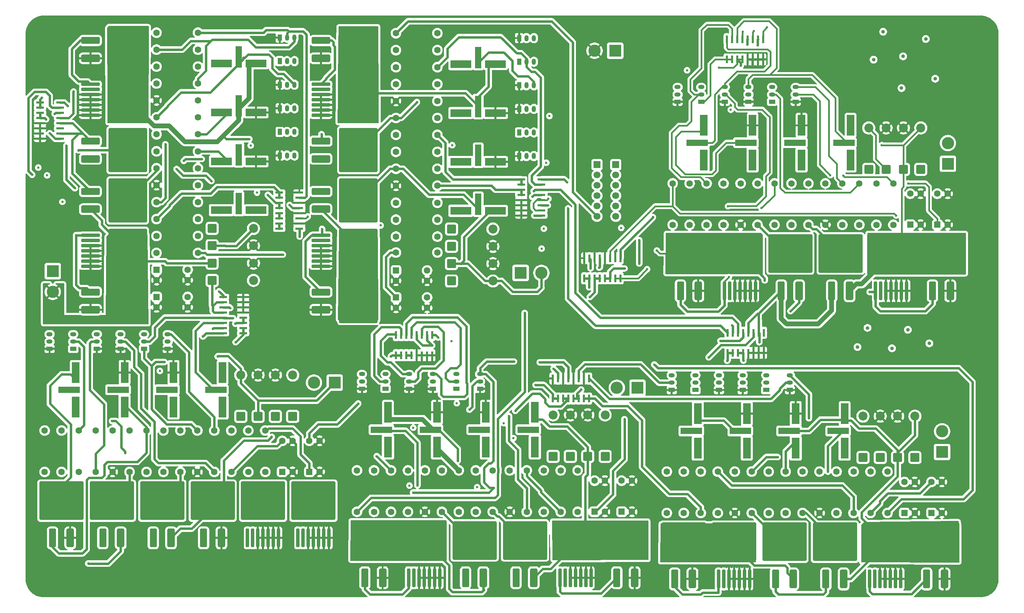
<source format=gbr>
%TF.GenerationSoftware,KiCad,Pcbnew,9.0.2*%
%TF.CreationDate,2025-10-03T07:29:48+01:00*%
%TF.ProjectId,MotorControl,4d6f746f-7243-46f6-9e74-726f6c2e6b69,rev?*%
%TF.SameCoordinates,Original*%
%TF.FileFunction,Copper,L1,Top*%
%TF.FilePolarity,Positive*%
%FSLAX46Y46*%
G04 Gerber Fmt 4.6, Leading zero omitted, Abs format (unit mm)*
G04 Created by KiCad (PCBNEW 9.0.2) date 2025-10-03 07:29:48*
%MOMM*%
%LPD*%
G01*
G04 APERTURE LIST*
G04 Aperture macros list*
%AMRoundRect*
0 Rectangle with rounded corners*
0 $1 Rounding radius*
0 $2 $3 $4 $5 $6 $7 $8 $9 X,Y pos of 4 corners*
0 Add a 4 corners polygon primitive as box body*
4,1,4,$2,$3,$4,$5,$6,$7,$8,$9,$2,$3,0*
0 Add four circle primitives for the rounded corners*
1,1,$1+$1,$2,$3*
1,1,$1+$1,$4,$5*
1,1,$1+$1,$6,$7*
1,1,$1+$1,$8,$9*
0 Add four rect primitives between the rounded corners*
20,1,$1+$1,$2,$3,$4,$5,0*
20,1,$1+$1,$4,$5,$6,$7,0*
20,1,$1+$1,$6,$7,$8,$9,0*
20,1,$1+$1,$8,$9,$2,$3,0*%
G04 Aperture macros list end*
%TA.AperFunction,SMDPad,CuDef*%
%ADD10RoundRect,0.402091X0.482509X-1.897909X0.482509X1.897909X-0.482509X1.897909X-0.482509X-1.897909X0*%
%TD*%
%TA.AperFunction,SMDPad,CuDef*%
%ADD11RoundRect,0.250002X5.149998X-4.449998X5.149998X4.449998X-5.149998X4.449998X-5.149998X-4.449998X0*%
%TD*%
%TA.AperFunction,SMDPad,CuDef*%
%ADD12RoundRect,0.425182X0.510218X-1.874818X0.510218X1.874818X-0.510218X1.874818X-0.510218X-1.874818X0*%
%TD*%
%TA.AperFunction,ComponentPad*%
%ADD13R,1.500000X1.050000*%
%TD*%
%TA.AperFunction,ComponentPad*%
%ADD14O,1.500000X1.050000*%
%TD*%
%TA.AperFunction,ComponentPad*%
%ADD15C,0.800000*%
%TD*%
%TA.AperFunction,ComponentPad*%
%ADD16C,5.400000*%
%TD*%
%TA.AperFunction,SMDPad,CuDef*%
%ADD17RoundRect,0.200000X0.200000X-2.100000X0.200000X2.100000X-0.200000X2.100000X-0.200000X-2.100000X0*%
%TD*%
%TA.AperFunction,ComponentPad*%
%ADD18R,1.981200X5.130800*%
%TD*%
%TA.AperFunction,ComponentPad*%
%ADD19R,5.267200X1.625600*%
%TD*%
%TA.AperFunction,ComponentPad*%
%ADD20R,1.866900X5.130800*%
%TD*%
%TA.AperFunction,ComponentPad*%
%ADD21RoundRect,0.249999X-0.850001X-0.850001X0.850001X-0.850001X0.850001X0.850001X-0.850001X0.850001X0*%
%TD*%
%TA.AperFunction,ComponentPad*%
%ADD22C,2.200000*%
%TD*%
%TA.AperFunction,ComponentPad*%
%ADD23R,5.130800X1.981200*%
%TD*%
%TA.AperFunction,ComponentPad*%
%ADD24R,1.625600X5.267200*%
%TD*%
%TA.AperFunction,ComponentPad*%
%ADD25R,5.130800X1.866900*%
%TD*%
%TA.AperFunction,ComponentPad*%
%ADD26C,1.600000*%
%TD*%
%TA.AperFunction,ComponentPad*%
%ADD27R,1.050000X1.500000*%
%TD*%
%TA.AperFunction,ComponentPad*%
%ADD28O,1.050000X1.500000*%
%TD*%
%TA.AperFunction,ComponentPad*%
%ADD29R,3.000000X3.000000*%
%TD*%
%TA.AperFunction,ComponentPad*%
%ADD30C,3.000000*%
%TD*%
%TA.AperFunction,ComponentPad*%
%ADD31RoundRect,0.249999X0.850001X-0.850001X0.850001X0.850001X-0.850001X0.850001X-0.850001X-0.850001X0*%
%TD*%
%TA.AperFunction,SMDPad,CuDef*%
%ADD32R,0.558800X1.981200*%
%TD*%
%TA.AperFunction,ComponentPad*%
%ADD33RoundRect,0.250000X0.550000X-0.550000X0.550000X0.550000X-0.550000X0.550000X-0.550000X-0.550000X0*%
%TD*%
%TA.AperFunction,SMDPad,CuDef*%
%ADD34RoundRect,0.402091X-1.897909X-0.482509X1.897909X-0.482509X1.897909X0.482509X-1.897909X0.482509X0*%
%TD*%
%TA.AperFunction,SMDPad,CuDef*%
%ADD35RoundRect,0.250002X-4.449998X-5.149998X4.449998X-5.149998X4.449998X5.149998X-4.449998X5.149998X0*%
%TD*%
%TA.AperFunction,SMDPad,CuDef*%
%ADD36RoundRect,0.425182X-1.874818X-0.510218X1.874818X-0.510218X1.874818X0.510218X-1.874818X0.510218X0*%
%TD*%
%TA.AperFunction,ComponentPad*%
%ADD37RoundRect,0.250000X-0.550000X-0.550000X0.550000X-0.550000X0.550000X0.550000X-0.550000X0.550000X0*%
%TD*%
%TA.AperFunction,ComponentPad*%
%ADD38R,1.700000X1.700000*%
%TD*%
%TA.AperFunction,ComponentPad*%
%ADD39C,1.700000*%
%TD*%
%TA.AperFunction,SMDPad,CuDef*%
%ADD40R,1.981200X0.558800*%
%TD*%
%TA.AperFunction,SMDPad,CuDef*%
%ADD41RoundRect,0.200000X-2.100000X-0.200000X2.100000X-0.200000X2.100000X0.200000X-2.100000X0.200000X0*%
%TD*%
%TA.AperFunction,ViaPad*%
%ADD42C,0.600000*%
%TD*%
%TA.AperFunction,ViaPad*%
%ADD43C,0.900000*%
%TD*%
%TA.AperFunction,Conductor*%
%ADD44C,0.600000*%
%TD*%
%TA.AperFunction,Conductor*%
%ADD45C,0.400000*%
%TD*%
%TA.AperFunction,Conductor*%
%ADD46C,1.200000*%
%TD*%
G04 APERTURE END LIST*
D10*
%TO.P,Q23,1,D*%
%TO.N,VDC*%
X153326800Y-157525600D03*
D11*
%TO.P,Q23,2,G*%
%TO.N,pnp_e2_2*%
X155532200Y-148375600D03*
D12*
%TO.P,Q23,3,S*%
%TO.N,Net-(D7-K)*%
X157686800Y-157525600D03*
%TD*%
D13*
%TO.P,Q31,1,C*%
%TO.N,GND*%
X204501800Y-40697200D03*
D14*
%TO.P,Q31,2,B*%
%TO.N,pnp_b3_3*%
X204501800Y-38919200D03*
%TO.P,Q31,3,E*%
%TO.N,pnp_e1_3*%
X204501800Y-37090400D03*
%TD*%
D15*
%TO.P,H4,1,1*%
%TO.N,GND*%
X37381200Y-26644600D03*
X37974309Y-25212709D03*
X37974309Y-28076491D03*
X39406200Y-24619600D03*
D16*
X39406200Y-26644600D03*
D15*
X39406200Y-28669600D03*
X40838091Y-25212709D03*
X40838091Y-28076491D03*
X41431200Y-26644600D03*
%TD*%
D17*
%TO.P,Q24,1,G*%
%TO.N,Net-(Q24-G)*%
X164072200Y-157525600D03*
%TO.P,Q24,2,DS*%
%TO.N,unconnected-(Q24-DS-Pad2)*%
X165342200Y-157525600D03*
%TO.P,Q24,3,S*%
%TO.N,GND*%
X166612200Y-157525600D03*
%TO.P,Q24,4,S*%
X167882200Y-157525600D03*
%TO.P,Q24,5,S*%
X169152200Y-157525600D03*
%TO.P,Q24,6,S*%
X170422200Y-157525600D03*
%TO.P,Q24,7,S*%
X171692200Y-157525600D03*
D11*
%TO.P,Q24,8,D*%
%TO.N,Net-(D7-K)*%
X167882200Y-148375600D03*
%TD*%
D18*
%TO.P,Q5,1,G*%
%TO.N,Net-(Q5-G)*%
X57391200Y-115632400D03*
D19*
%TO.P,Q5,2,D*%
%TO.N,Net-(D1-A)*%
X55783000Y-111390600D03*
D20*
%TO.P,Q5,3,S*%
%TO.N,GND*%
X57397550Y-107148800D03*
%TD*%
D10*
%TO.P,Q51,1,D*%
%TO.N,VDC*%
X229258400Y-157828200D03*
D11*
%TO.P,Q51,2,G*%
%TO.N,pnp_e2_4*%
X231463800Y-148678200D03*
D12*
%TO.P,Q51,3,S*%
%TO.N,Net-(D15-K)*%
X233618400Y-157828200D03*
%TD*%
D21*
%TO.P,D17,1,K*%
%TO.N,VDC*%
X78837200Y-71788200D03*
D22*
%TO.P,D17,2,A*%
%TO.N,Net-(D17-A)*%
X88997200Y-71788200D03*
%TD*%
D23*
%TO.P,Q82,1,D*%
%TO.N,VDC*%
X139811000Y-67451200D03*
D24*
%TO.P,Q82,2,G*%
%TO.N,pnp_e2_6*%
X144052800Y-65843000D03*
D25*
%TO.P,Q82,3,S*%
%TO.N,Net-(D23-K)*%
X148294600Y-67457550D03*
%TD*%
D10*
%TO.P,Q34,1,G*%
%TO.N,Net-(Q33-G)*%
X193636400Y-87089200D03*
D11*
%TO.P,Q34,2,D*%
%TO.N,Net-(D10-K)*%
X195841800Y-77939200D03*
D12*
%TO.P,Q34,3,S*%
%TO.N,GND*%
X197996400Y-87089200D03*
%TD*%
D13*
%TO.P,Q43,1,E*%
%TO.N,GND*%
X191493800Y-111436200D03*
D14*
%TO.P,Q43,2,B*%
%TO.N,npn_b1_4*%
X191493800Y-109658200D03*
%TO.P,Q43,3,C*%
%TO.N,npn_c1_4*%
X191493800Y-107829400D03*
%TD*%
D17*
%TO.P,Q49,1,G*%
%TO.N,Net-(Q47-G)*%
X202953800Y-157828200D03*
%TO.P,Q49,2,DS*%
%TO.N,unconnected-(Q49-DS-Pad2)*%
X204223800Y-157828200D03*
%TO.P,Q49,3,S*%
%TO.N,GND*%
X205493800Y-157828200D03*
%TO.P,Q49,4,S*%
X206763800Y-157828200D03*
%TO.P,Q49,5,S*%
X208033800Y-157828200D03*
%TO.P,Q49,6,S*%
X209303800Y-157828200D03*
%TO.P,Q49,7,S*%
X210573800Y-157828200D03*
D11*
%TO.P,Q49,8,D*%
%TO.N,Net-(D13-A)*%
X206763800Y-148678200D03*
%TD*%
D18*
%TO.P,Q9,1,G*%
%TO.N,Net-(Q11-G)*%
X69386400Y-115632400D03*
D19*
%TO.P,Q9,2,D*%
%TO.N,Net-(D3-K)*%
X67778200Y-111390600D03*
D20*
%TO.P,Q9,3,S*%
%TO.N,GND*%
X69392750Y-107148800D03*
%TD*%
D13*
%TO.P,Q12,1,C*%
%TO.N,GND*%
X56381000Y-101350200D03*
D14*
%TO.P,Q12,2,B*%
%TO.N,pnp_b4_1*%
X56381000Y-99572200D03*
%TO.P,Q12,3,E*%
%TO.N,pnp_e2_1*%
X56381000Y-97743400D03*
%TD*%
D26*
%TO.P,R3,1*%
%TO.N,npn_c2_1*%
X46127600Y-131542200D03*
%TO.P,R3,2*%
%TO.N,pnp_b1_1*%
X46127600Y-121382200D03*
%TD*%
D10*
%TO.P,Q27,1,G*%
%TO.N,Net-(Q24-G)*%
X178026800Y-157525600D03*
D11*
%TO.P,Q27,2,D*%
%TO.N,Net-(D7-K)*%
X180232200Y-148375600D03*
D12*
%TO.P,Q27,3,S*%
%TO.N,GND*%
X182386800Y-157525600D03*
%TD*%
D27*
%TO.P,Q95,1,C*%
%TO.N,pnp_c2_6*%
X154093200Y-48240600D03*
D28*
%TO.P,Q95,2,B*%
%TO.N,pnp_b2_6*%
X155871200Y-48240600D03*
%TO.P,Q95,3,E*%
%TO.N,VDC*%
X157700000Y-48240600D03*
%TD*%
D18*
%TO.P,Q26,1,D*%
%TO.N,VDC*%
X157932800Y-125415800D03*
D19*
%TO.P,Q26,2,G*%
%TO.N,pnp_e2_2*%
X156324600Y-121174000D03*
D20*
%TO.P,Q26,3,S*%
%TO.N,Net-(D7-K)*%
X157939150Y-116932200D03*
%TD*%
D26*
%TO.P,R35,1*%
%TO.N,pnp_c1_3*%
X216673600Y-70889200D03*
%TO.P,R35,2*%
%TO.N,Net-(Q33-G)*%
X216673600Y-60729200D03*
%TD*%
D10*
%TO.P,Q37,1,D*%
%TO.N,VDC*%
X230686400Y-87089200D03*
D11*
%TO.P,Q37,2,G*%
%TO.N,pnp_e2_3*%
X232891800Y-77939200D03*
D12*
%TO.P,Q37,3,S*%
%TO.N,Net-(D11-K)*%
X235046400Y-87089200D03*
%TD*%
D26*
%TO.P,R39,1*%
%TO.N,pnp_b4_3*%
X233308800Y-70889200D03*
%TO.P,R39,2*%
%TO.N,npn_c2_3*%
X233308800Y-60729200D03*
%TD*%
D13*
%TO.P,Q44,1,C*%
%TO.N,pnp_c1_4*%
X197283800Y-111436200D03*
D14*
%TO.P,Q44,2,B*%
%TO.N,pnp_b1_4*%
X197283800Y-109658200D03*
%TO.P,Q44,3,E*%
%TO.N,VDC*%
X197283800Y-107829400D03*
%TD*%
D18*
%TO.P,Q39,1,G*%
%TO.N,Net-(Q38-G)*%
X223297200Y-54979400D03*
D19*
%TO.P,Q39,2,D*%
%TO.N,Net-(D11-K)*%
X221689000Y-50737600D03*
D20*
%TO.P,Q39,3,S*%
%TO.N,GND*%
X223303550Y-46495800D03*
%TD*%
D17*
%TO.P,Q85,1,G*%
%TO.N,Net-(Q5-G)*%
X87521000Y-147742200D03*
%TO.P,Q85,2,DS*%
%TO.N,unconnected-(Q85-DS-Pad2)*%
X88791000Y-147742200D03*
%TO.P,Q85,3,S*%
%TO.N,GND*%
X90061000Y-147742200D03*
%TO.P,Q85,4,S*%
X91331000Y-147742200D03*
%TO.P,Q85,5,S*%
X92601000Y-147742200D03*
%TO.P,Q85,6,S*%
X93871000Y-147742200D03*
%TO.P,Q85,7,S*%
X95141000Y-147742200D03*
D11*
%TO.P,Q85,8,D*%
%TO.N,Net-(D1-A)*%
X91331000Y-138592200D03*
%TD*%
D26*
%TO.P,R76,1*%
%TO.N,pnp_e1_6*%
X123901200Y-44673600D03*
%TO.P,R76,2*%
%TO.N,VDC*%
X134061200Y-44673600D03*
%TD*%
%TO.P,R47,1*%
%TO.N,GND*%
X206928000Y-141628200D03*
%TO.P,R47,2*%
%TO.N,pnp_c1_4*%
X206928000Y-131468200D03*
%TD*%
%TO.P,R64,1*%
%TO.N,pnp_c2_5*%
X65227200Y-52848800D03*
%TO.P,R64,2*%
%TO.N,Net-(Q66-G)*%
X75387200Y-52848800D03*
%TD*%
%TO.P,R62,1*%
%TO.N,pnp_e1_5*%
X65227200Y-44531200D03*
%TO.P,R62,2*%
%TO.N,VDC*%
X75387200Y-44531200D03*
%TD*%
%TO.P,R54,1*%
%TO.N,npn_c1_4*%
X236039600Y-141628200D03*
%TO.P,R54,2*%
%TO.N,pnp_b2_4*%
X236039600Y-131468200D03*
%TD*%
%TO.P,R22,1*%
%TO.N,pnp_c2_2*%
X143472800Y-141325600D03*
%TO.P,R22,2*%
%TO.N,Net-(Q24-G)*%
X143472800Y-131165600D03*
%TD*%
%TO.P,R2,1*%
%TO.N,npn_c1_1*%
X41968800Y-131542200D03*
%TO.P,R2,2*%
%TO.N,VDC*%
X41968800Y-121382200D03*
%TD*%
D29*
%TO.P,J7,1,Pin_1*%
%TO.N,Net-(D17-A)*%
X39801800Y-82270600D03*
D30*
%TO.P,J7,2,Pin_2*%
%TO.N,Net-(D19-K)*%
X39801800Y-87350600D03*
%TD*%
D26*
%TO.P,R65,1*%
%TO.N,pnp_e2_5*%
X65227200Y-57007600D03*
%TO.P,R65,2*%
%TO.N,VDC*%
X75387200Y-57007600D03*
%TD*%
D13*
%TO.P,Q94,1,E*%
%TO.N,GND*%
X221871800Y-40697200D03*
D14*
%TO.P,Q94,2,B*%
%TO.N,npn_b2_3*%
X221871800Y-38919200D03*
%TO.P,Q94,3,C*%
%TO.N,npn_c2_3*%
X221871800Y-37090400D03*
%TD*%
D31*
%TO.P,D6,1,K*%
%TO.N,Net-(D5-A)*%
X166662200Y-127715600D03*
D22*
%TO.P,D6,2,A*%
%TO.N,GND*%
X166662200Y-117555600D03*
%TD*%
D15*
%TO.P,H1,1,1*%
%TO.N,GND*%
X264551800Y-155288600D03*
X265144909Y-153856709D03*
X265144909Y-156720491D03*
X266576800Y-153263600D03*
D16*
X266576800Y-155288600D03*
D15*
X266576800Y-157313600D03*
X268008691Y-153856709D03*
X268008691Y-156720491D03*
X268601800Y-155288600D03*
%TD*%
D32*
%TO.P,U18,1,C1_2*%
%TO.N,npn_c1_2*%
X170053000Y-84023200D03*
%TO.P,U18,2,C1*%
X171323000Y-84023200D03*
%TO.P,U18,3,C2_2*%
%TO.N,npn_c2_2*%
X172593000Y-84023200D03*
%TO.P,U18,4,C2*%
X173863000Y-84023200D03*
%TO.P,U18,5,C3_2*%
%TO.N,npn_c1_3*%
X175133000Y-84023200D03*
%TO.P,U18,6,C3*%
X176403000Y-84023200D03*
%TO.P,U18,7,C4_2*%
%TO.N,npn_c2_3*%
X177673000Y-84023200D03*
%TO.P,U18,8,C4*%
X178943000Y-84023200D03*
%TO.P,U18,9,B4*%
%TO.N,npn_b2_3*%
X178943000Y-79095600D03*
%TO.P,U18,10,E4*%
%TO.N,GND*%
X177673000Y-79095600D03*
%TO.P,U18,11,B3*%
%TO.N,npn_b1_3*%
X176403000Y-79095600D03*
%TO.P,U18,12,E3*%
%TO.N,GND*%
X175133000Y-79095600D03*
%TO.P,U18,13,B2*%
%TO.N,npn_b2_2*%
X173863000Y-79095600D03*
%TO.P,U18,14,E2*%
%TO.N,GND*%
X172593000Y-79095600D03*
%TO.P,U18,15,B1*%
%TO.N,npn_b1_2*%
X171323000Y-79095600D03*
%TO.P,U18,16,E1*%
%TO.N,GND*%
X170053000Y-79095600D03*
%TD*%
D15*
%TO.P,H8,1,1*%
%TO.N,GND*%
X192233600Y-26771600D03*
X192826709Y-25339709D03*
X192826709Y-28203491D03*
X194258600Y-24746600D03*
D16*
X194258600Y-26771600D03*
D15*
X194258600Y-28796600D03*
X195690491Y-25339709D03*
X195690491Y-28203491D03*
X196283600Y-26771600D03*
%TD*%
D33*
%TO.P,U3,1*%
%TO.N,npn_b1_2*%
X172572200Y-141315600D03*
D26*
%TO.P,U3,2*%
%TO.N,GND*%
X175112200Y-141315600D03*
%TO.P,U3,3*%
X175112200Y-133695600D03*
%TO.P,U3,4*%
%TO.N,npn_c1_2*%
X172572200Y-133695600D03*
%TD*%
D33*
%TO.P,U6,1*%
%TO.N,npn_b2_3*%
X256571800Y-70879200D03*
D26*
%TO.P,U6,2*%
%TO.N,GND*%
X259111800Y-70879200D03*
%TO.P,U6,3*%
X259111800Y-63259200D03*
%TO.P,U6,4*%
%TO.N,npn_c2_3*%
X256571800Y-63259200D03*
%TD*%
D10*
%TO.P,Q8,1,D*%
%TO.N,VDC*%
X64425600Y-147742200D03*
D11*
%TO.P,Q8,2,G*%
%TO.N,pnp_e2_1*%
X66631000Y-138592200D03*
D12*
%TO.P,Q8,3,S*%
%TO.N,Net-(D3-K)*%
X68785600Y-147742200D03*
%TD*%
D26*
%TO.P,R37,1*%
%TO.N,pnp_e2_3*%
X224991200Y-70889200D03*
%TO.P,R37,2*%
%TO.N,VDC*%
X224991200Y-60729200D03*
%TD*%
D13*
%TO.P,Q88,1,E*%
%TO.N,GND*%
X220443800Y-111436200D03*
D14*
%TO.P,Q88,2,B*%
%TO.N,npn_b2_4*%
X220443800Y-109658200D03*
%TO.P,Q88,3,C*%
%TO.N,npn_c2_4*%
X220443800Y-107829400D03*
%TD*%
D26*
%TO.P,R34,1*%
%TO.N,pnp_e1_3*%
X212514800Y-70889200D03*
%TO.P,R34,2*%
%TO.N,VDC*%
X212514800Y-60729200D03*
%TD*%
D13*
%TO.P,Q28,1,C*%
%TO.N,GND*%
X132932200Y-111133600D03*
D14*
%TO.P,Q28,2,B*%
%TO.N,pnp_b4_2*%
X132932200Y-109355600D03*
%TO.P,Q28,3,E*%
%TO.N,pnp_e2_2*%
X132932200Y-107526800D03*
%TD*%
D27*
%TO.P,Q72,1,C*%
%TO.N,pnp_c1_6*%
X154093200Y-30870600D03*
D28*
%TO.P,Q72,2,B*%
%TO.N,pnp_b1_6*%
X155871200Y-30870600D03*
%TO.P,Q72,3,E*%
%TO.N,VDC*%
X157700000Y-30870600D03*
%TD*%
D26*
%TO.P,R49,1*%
%TO.N,pnp_c1_4*%
X215245600Y-141628200D03*
%TO.P,R49,2*%
%TO.N,Net-(Q47-G)*%
X215245600Y-131468200D03*
%TD*%
%TO.P,R24,1*%
%TO.N,GND*%
X151790400Y-141325600D03*
%TO.P,R24,2*%
%TO.N,pnp_c2_2*%
X151790400Y-131165600D03*
%TD*%
D23*
%TO.P,Q81,1,G*%
%TO.N,Net-(Q80-G)*%
X139811000Y-55456000D03*
D24*
%TO.P,Q81,2,D*%
%TO.N,Net-(D23-K)*%
X144052800Y-53847800D03*
D25*
%TO.P,Q81,3,S*%
%TO.N,GND*%
X148294600Y-55462350D03*
%TD*%
D13*
%TO.P,Q90,1,E*%
%TO.N,GND*%
X144512200Y-111133600D03*
D14*
%TO.P,Q90,2,B*%
%TO.N,npn_b2_2*%
X144512200Y-109355600D03*
%TO.P,Q90,3,C*%
%TO.N,npn_c2_2*%
X144512200Y-107526800D03*
%TD*%
D26*
%TO.P,R66,1*%
%TO.N,GND*%
X65227200Y-61166400D03*
%TO.P,R66,2*%
%TO.N,pnp_c2_5*%
X75387200Y-61166400D03*
%TD*%
%TO.P,R75,1*%
%TO.N,GND*%
X123901200Y-40514800D03*
%TO.P,R75,2*%
%TO.N,pnp_c1_6*%
X134061200Y-40514800D03*
%TD*%
D18*
%TO.P,Q33,1,G*%
%TO.N,Net-(Q33-G)*%
X211302000Y-54979400D03*
D19*
%TO.P,Q33,2,D*%
%TO.N,Net-(D10-K)*%
X209693800Y-50737600D03*
D20*
%TO.P,Q33,3,S*%
%TO.N,GND*%
X211308350Y-46495800D03*
%TD*%
D26*
%TO.P,R44,1*%
%TO.N,npn_c1_4*%
X194451600Y-141628200D03*
%TO.P,R44,2*%
%TO.N,VDC*%
X194451600Y-131468200D03*
%TD*%
%TO.P,R5,1*%
%TO.N,GND*%
X54445200Y-131542200D03*
%TO.P,R5,2*%
%TO.N,pnp_c1_1*%
X54445200Y-121382200D03*
%TD*%
D34*
%TO.P,Q69,1,G*%
%TO.N,Net-(Q66-G)*%
X49027200Y-87402800D03*
D35*
%TO.P,Q69,2,D*%
%TO.N,Net-(D19-K)*%
X58177200Y-89608200D03*
D36*
%TO.P,Q69,3,S*%
%TO.N,GND*%
X49027200Y-91762800D03*
%TD*%
D18*
%TO.P,Q18,1,D*%
%TO.N,VDC*%
X121947200Y-125415800D03*
D19*
%TO.P,Q18,2,G*%
%TO.N,pnp_e1_2*%
X120339000Y-121174000D03*
D20*
%TO.P,Q18,3,S*%
%TO.N,Net-(D5-A)*%
X121953550Y-116932200D03*
%TD*%
D37*
%TO.P,U11,1*%
%TO.N,npn_b1_6*%
X123911200Y-82090600D03*
D26*
%TO.P,U11,2*%
%TO.N,GND*%
X123911200Y-84630600D03*
%TO.P,U11,3*%
X131531200Y-84630600D03*
%TO.P,U11,4*%
%TO.N,npn_c1_6*%
X131531200Y-82090600D03*
%TD*%
D13*
%TO.P,Q42,1,C*%
%TO.N,GND*%
X210291800Y-40697200D03*
D14*
%TO.P,Q42,2,B*%
%TO.N,pnp_b4_3*%
X210291800Y-38919200D03*
%TO.P,Q42,3,E*%
%TO.N,pnp_e2_3*%
X210291800Y-37090400D03*
%TD*%
D26*
%TO.P,R81,1*%
%TO.N,pnp_b4_6*%
X123901200Y-65467600D03*
%TO.P,R81,2*%
%TO.N,npn_c2_6*%
X134061200Y-65467600D03*
%TD*%
D18*
%TO.P,Q4,1,D*%
%TO.N,VDC*%
X45396000Y-115632400D03*
D19*
%TO.P,Q4,2,G*%
%TO.N,pnp_e1_1*%
X43787800Y-111390600D03*
D20*
%TO.P,Q4,3,S*%
%TO.N,Net-(D1-A)*%
X45402350Y-107148800D03*
%TD*%
D26*
%TO.P,R19,1*%
%TO.N,GND*%
X130996400Y-141325600D03*
%TO.P,R19,2*%
%TO.N,pnp_c1_2*%
X130996400Y-131165600D03*
%TD*%
D38*
%TO.P,J1,1,Pin_1*%
%TO.N,FET11_1*%
X173176800Y-56133600D03*
D39*
%TO.P,J1,2,Pin_2*%
%TO.N,FET11_2*%
X173176800Y-58673600D03*
%TO.P,J1,3,Pin_3*%
%TO.N,FET11_3*%
X173176800Y-61213600D03*
%TO.P,J1,4,Pin_4*%
%TO.N,FET11_4*%
X173176800Y-63753600D03*
%TO.P,J1,5,Pin_5*%
%TO.N,FET11_5*%
X173176800Y-66293600D03*
%TO.P,J1,6,Pin_6*%
%TO.N,FET11_6*%
X173176800Y-68833600D03*
%TD*%
D26*
%TO.P,R77,1*%
%TO.N,pnp_c1_6*%
X134061200Y-48800000D03*
%TO.P,R77,2*%
%TO.N,Net-(Q75-G)*%
X123901200Y-48800000D03*
%TD*%
D37*
%TO.P,U12,1*%
%TO.N,npn_b2_6*%
X123911200Y-88730600D03*
D26*
%TO.P,U12,2*%
%TO.N,GND*%
X123911200Y-91270600D03*
%TO.P,U12,3*%
X131531200Y-91270600D03*
%TO.P,U12,4*%
%TO.N,npn_c2_6*%
X131531200Y-88730600D03*
%TD*%
D15*
%TO.P,H2,1,1*%
%TO.N,GND*%
X262180109Y-26771600D03*
X262773218Y-25339709D03*
X262773218Y-28203491D03*
X264205109Y-24746600D03*
D16*
X264205109Y-26771600D03*
D15*
X264205109Y-28796600D03*
X265637000Y-25339709D03*
X265637000Y-28203491D03*
X266230109Y-26771600D03*
%TD*%
D37*
%TO.P,U10,1*%
%TO.N,npn_b2_5*%
X65237200Y-88588200D03*
D26*
%TO.P,U10,2*%
%TO.N,GND*%
X65237200Y-91128200D03*
%TO.P,U10,3*%
X72857200Y-91128200D03*
%TO.P,U10,4*%
%TO.N,npn_c2_5*%
X72857200Y-88588200D03*
%TD*%
D40*
%TO.P,U21,1,C1_2*%
%TO.N,pnp_c1_6*%
X154609800Y-59740800D03*
%TO.P,U21,2,C1*%
X154609800Y-61010800D03*
%TO.P,U21,3,C2_2*%
%TO.N,pnp_c2_6*%
X154609800Y-62280800D03*
%TO.P,U21,4,C2*%
X154609800Y-63550800D03*
%TO.P,U21,5,C3_2*%
%TO.N,GND*%
X154609800Y-64820800D03*
%TO.P,U21,6,C3*%
X154609800Y-66090800D03*
%TO.P,U21,7,C4_2*%
X154609800Y-67360800D03*
%TO.P,U21,8,C4*%
X154609800Y-68630800D03*
%TO.P,U21,9,B4*%
%TO.N,pnp_b4_6*%
X159537400Y-68630800D03*
%TO.P,U21,10,E4*%
%TO.N,VDC*%
X159537400Y-67360800D03*
%TO.P,U21,11,B3*%
%TO.N,pnp_b3_6*%
X159537400Y-66090800D03*
%TO.P,U21,12,E3*%
%TO.N,VDC*%
X159537400Y-64820800D03*
%TO.P,U21,13,B2*%
%TO.N,pnp_b2_6*%
X159537400Y-63550800D03*
%TO.P,U21,14,E2*%
%TO.N,pnp_e2_6*%
X159537400Y-62280800D03*
%TO.P,U21,15,B1*%
%TO.N,pnp_b1_6*%
X159537400Y-61010800D03*
%TO.P,U21,16,E1*%
%TO.N,pnp_e1_6*%
X159537400Y-59740800D03*
%TD*%
D10*
%TO.P,Q55,1,G*%
%TO.N,Net-(Q52-G)*%
X253958400Y-157828200D03*
D11*
%TO.P,Q55,2,D*%
%TO.N,Net-(D15-K)*%
X256163800Y-148678200D03*
D12*
%TO.P,Q55,3,S*%
%TO.N,GND*%
X258318400Y-157828200D03*
%TD*%
D26*
%TO.P,R20,1*%
%TO.N,pnp_e1_2*%
X135155200Y-141325600D03*
%TO.P,R20,2*%
%TO.N,VDC*%
X135155200Y-131165600D03*
%TD*%
%TO.P,R41,1*%
%TO.N,npn_c2_3*%
X241626400Y-70889200D03*
%TO.P,R41,2*%
%TO.N,VDC*%
X241626400Y-60729200D03*
%TD*%
%TO.P,R8,1*%
%TO.N,pnp_c2_1*%
X66921600Y-131542200D03*
%TO.P,R8,2*%
%TO.N,Net-(Q11-G)*%
X66921600Y-121382200D03*
%TD*%
D29*
%TO.P,J9,1,Pin_1*%
%TO.N,VDC*%
X177647600Y-28168600D03*
D30*
%TO.P,J9,2,Pin_2*%
%TO.N,GND*%
X172567600Y-28168600D03*
%TD*%
D17*
%TO.P,Q21,1,G*%
%TO.N,Net-(Q19-G)*%
X127022200Y-157525600D03*
%TO.P,Q21,2,DS*%
%TO.N,unconnected-(Q21-DS-Pad2)*%
X128292200Y-157525600D03*
%TO.P,Q21,3,S*%
%TO.N,GND*%
X129562200Y-157525600D03*
%TO.P,Q21,4,S*%
X130832200Y-157525600D03*
%TO.P,Q21,5,S*%
X132102200Y-157525600D03*
%TO.P,Q21,6,S*%
X133372200Y-157525600D03*
%TO.P,Q21,7,S*%
X134642200Y-157525600D03*
D11*
%TO.P,Q21,8,D*%
%TO.N,Net-(D5-A)*%
X130832200Y-148375600D03*
%TD*%
D33*
%TO.P,U7,1*%
%TO.N,npn_b1_4*%
X248503800Y-141618200D03*
D26*
%TO.P,U7,2*%
%TO.N,GND*%
X251043800Y-141618200D03*
%TO.P,U7,3*%
X251043800Y-133998200D03*
%TO.P,U7,4*%
%TO.N,npn_c1_4*%
X248503800Y-133998200D03*
%TD*%
%TO.P,R51,1*%
%TO.N,pnp_e2_4*%
X223563200Y-141628200D03*
%TO.P,R51,2*%
%TO.N,VDC*%
X223563200Y-131468200D03*
%TD*%
D27*
%TO.P,Q92,1,E*%
%TO.N,GND*%
X95419200Y-53888200D03*
D28*
%TO.P,Q92,2,B*%
%TO.N,npn_b2_5*%
X97197200Y-53888200D03*
%TO.P,Q92,3,C*%
%TO.N,npn_c2_5*%
X99026000Y-53888200D03*
%TD*%
D27*
%TO.P,Q91,1,C*%
%TO.N,pnp_c2_5*%
X95419200Y-48098200D03*
D28*
%TO.P,Q91,2,B*%
%TO.N,pnp_b3_5*%
X97197200Y-48098200D03*
%TO.P,Q91,3,E*%
%TO.N,VDC*%
X99026000Y-48098200D03*
%TD*%
D10*
%TO.P,Q20,1,G*%
%TO.N,Net-(Q19-G)*%
X116276800Y-157525600D03*
D11*
%TO.P,Q20,2,D*%
%TO.N,Net-(D5-A)*%
X118482200Y-148375600D03*
D12*
%TO.P,Q20,3,S*%
%TO.N,GND*%
X120636800Y-157525600D03*
%TD*%
D26*
%TO.P,R38,1*%
%TO.N,GND*%
X229150000Y-70889200D03*
%TO.P,R38,2*%
%TO.N,pnp_c2_3*%
X229150000Y-60729200D03*
%TD*%
D13*
%TO.P,Q2,1,C*%
%TO.N,pnp_c1_1*%
X44801000Y-101350200D03*
D14*
%TO.P,Q2,2,B*%
%TO.N,pnp_b1_1*%
X44801000Y-99572200D03*
%TO.P,Q2,3,E*%
%TO.N,VDC*%
X44801000Y-97743400D03*
%TD*%
D18*
%TO.P,Q19,1,G*%
%TO.N,Net-(Q19-G)*%
X133942400Y-125415800D03*
D19*
%TO.P,Q19,2,D*%
%TO.N,Net-(D5-A)*%
X132334200Y-121174000D03*
D20*
%TO.P,Q19,3,S*%
%TO.N,GND*%
X133948750Y-116932200D03*
%TD*%
D27*
%TO.P,Q73,1,C*%
%TO.N,GND*%
X154093200Y-36660600D03*
D28*
%TO.P,Q73,2,B*%
%TO.N,pnp_b3_6*%
X155871200Y-36660600D03*
%TO.P,Q73,3,E*%
%TO.N,pnp_e1_6*%
X157700000Y-36660600D03*
%TD*%
D31*
%TO.P,D1,1,K*%
%TO.N,VDC*%
X85861000Y-117932200D03*
D22*
%TO.P,D1,2,A*%
%TO.N,Net-(D1-A)*%
X85861000Y-107772200D03*
%TD*%
D31*
%TO.P,D2,1,K*%
%TO.N,Net-(D1-A)*%
X90111000Y-117932200D03*
D22*
%TO.P,D2,2,A*%
%TO.N,GND*%
X90111000Y-107772200D03*
%TD*%
D26*
%TO.P,R56,1*%
%TO.N,FET12_4*%
X244357200Y-141628200D03*
%TO.P,R56,2*%
%TO.N,npn_b2_4*%
X244357200Y-131468200D03*
%TD*%
D31*
%TO.P,D14,1,K*%
%TO.N,Net-(D13-A)*%
X242593800Y-128018200D03*
D22*
%TO.P,D14,2,A*%
%TO.N,GND*%
X242593800Y-117858200D03*
%TD*%
D27*
%TO.P,Q96,1,E*%
%TO.N,GND*%
X154093200Y-54030600D03*
D28*
%TO.P,Q96,2,B*%
%TO.N,npn_b2_6*%
X155871200Y-54030600D03*
%TO.P,Q96,3,C*%
%TO.N,npn_c2_6*%
X157700000Y-54030600D03*
%TD*%
D21*
%TO.P,D23,1,K*%
%TO.N,Net-(D23-K)*%
X137511200Y-80430600D03*
D22*
%TO.P,D23,2,A*%
%TO.N,GND*%
X147671200Y-80430600D03*
%TD*%
D26*
%TO.P,R83,1*%
%TO.N,npn_c2_6*%
X123901200Y-73785200D03*
%TO.P,R83,2*%
%TO.N,VDC*%
X134061200Y-73785200D03*
%TD*%
D27*
%TO.P,Q58,1,C*%
%TO.N,pnp_c1_5*%
X95419200Y-30728200D03*
D28*
%TO.P,Q58,2,B*%
%TO.N,pnp_b4_5*%
X97197200Y-30728200D03*
%TO.P,Q58,3,E*%
%TO.N,VDC*%
X99026000Y-30728200D03*
%TD*%
D13*
%TO.P,Q1,1,E*%
%TO.N,GND*%
X39011000Y-101350200D03*
D14*
%TO.P,Q1,2,B*%
%TO.N,npn_b1_1*%
X39011000Y-99572200D03*
%TO.P,Q1,3,C*%
%TO.N,npn_c1_1*%
X39011000Y-97743400D03*
%TD*%
D13*
%TO.P,Q13,1,C*%
%TO.N,pnp_c2_1*%
X62171000Y-101350200D03*
D14*
%TO.P,Q13,2,B*%
%TO.N,pnp_b2_1*%
X62171000Y-99572200D03*
%TO.P,Q13,3,E*%
%TO.N,VDC*%
X62171000Y-97743400D03*
%TD*%
D23*
%TO.P,Q74,1,D*%
%TO.N,VDC*%
X139811000Y-31465600D03*
D24*
%TO.P,Q74,2,G*%
%TO.N,pnp_e1_6*%
X144052800Y-29857400D03*
D25*
%TO.P,Q74,3,S*%
%TO.N,Net-(D21-A)*%
X148294600Y-31471950D03*
%TD*%
D17*
%TO.P,Q52,1,G*%
%TO.N,Net-(Q52-G)*%
X240003800Y-157828200D03*
%TO.P,Q52,2,DS*%
%TO.N,unconnected-(Q52-DS-Pad2)*%
X241273800Y-157828200D03*
%TO.P,Q52,3,S*%
%TO.N,GND*%
X242543800Y-157828200D03*
%TO.P,Q52,4,S*%
X243813800Y-157828200D03*
%TO.P,Q52,5,S*%
X245083800Y-157828200D03*
%TO.P,Q52,6,S*%
X246353800Y-157828200D03*
%TO.P,Q52,7,S*%
X247623800Y-157828200D03*
D11*
%TO.P,Q52,8,D*%
%TO.N,Net-(D15-K)*%
X243813800Y-148678200D03*
%TD*%
D26*
%TO.P,R13,1*%
%TO.N,npn_c2_1*%
X87715600Y-131542200D03*
%TO.P,R13,2*%
%TO.N,VDC*%
X87715600Y-121382200D03*
%TD*%
%TO.P,R84,1*%
%TO.N,FET12_6*%
X134061200Y-77698600D03*
%TO.P,R84,2*%
%TO.N,npn_b2_6*%
X123901200Y-77698600D03*
%TD*%
%TO.P,R57,1*%
%TO.N,FET11_5*%
X65227200Y-23737200D03*
%TO.P,R57,2*%
%TO.N,npn_b1_5*%
X75387200Y-23737200D03*
%TD*%
D23*
%TO.P,Q68,1,D*%
%TO.N,VDC*%
X81137000Y-67308800D03*
D24*
%TO.P,Q68,2,G*%
%TO.N,pnp_e2_5*%
X85378800Y-65700600D03*
D25*
%TO.P,Q68,3,S*%
%TO.N,Net-(D19-K)*%
X89620600Y-67315150D03*
%TD*%
D26*
%TO.P,R26,1*%
%TO.N,npn_c1_2*%
X160108000Y-141325600D03*
%TO.P,R26,2*%
%TO.N,pnp_b2_2*%
X160108000Y-131165600D03*
%TD*%
%TO.P,R14,1*%
%TO.N,FET12_1*%
X91874400Y-131542200D03*
%TO.P,R14,2*%
%TO.N,npn_b2_1*%
X91874400Y-121382200D03*
%TD*%
D34*
%TO.P,Q79,1,D*%
%TO.N,VDC*%
X105527200Y-62702800D03*
D35*
%TO.P,Q79,2,G*%
%TO.N,pnp_e2_6*%
X114677200Y-64908200D03*
D36*
%TO.P,Q79,3,S*%
%TO.N,Net-(D23-K)*%
X105527200Y-67062800D03*
%TD*%
D18*
%TO.P,Q32,1,D*%
%TO.N,VDC*%
X199306800Y-54979400D03*
D19*
%TO.P,Q32,2,G*%
%TO.N,pnp_e1_3*%
X197698600Y-50737600D03*
D20*
%TO.P,Q32,3,S*%
%TO.N,Net-(D10-K)*%
X199313150Y-46495800D03*
%TD*%
D26*
%TO.P,R58,1*%
%TO.N,npn_c1_5*%
X65227200Y-27896000D03*
%TO.P,R58,2*%
%TO.N,VDC*%
X75387200Y-27896000D03*
%TD*%
D10*
%TO.P,Q11,1,G*%
%TO.N,Net-(Q11-G)*%
X76775600Y-147742200D03*
D11*
%TO.P,Q11,2,D*%
%TO.N,Net-(D3-K)*%
X78981000Y-138592200D03*
D12*
%TO.P,Q11,3,S*%
%TO.N,GND*%
X81135600Y-147742200D03*
%TD*%
D31*
%TO.P,D11,1,K*%
%TO.N,Net-(D11-K)*%
X248271800Y-57279200D03*
D22*
%TO.P,D11,2,A*%
%TO.N,GND*%
X248271800Y-47119200D03*
%TD*%
D13*
%TO.P,Q30,1,C*%
%TO.N,pnp_c1_3*%
X198711800Y-40697200D03*
D14*
%TO.P,Q30,2,B*%
%TO.N,pnp_b1_3*%
X198711800Y-38919200D03*
%TO.P,Q30,3,E*%
%TO.N,VDC*%
X198711800Y-37090400D03*
%TD*%
D26*
%TO.P,R6,1*%
%TO.N,pnp_e1_1*%
X58604000Y-131542200D03*
%TO.P,R6,2*%
%TO.N,VDC*%
X58604000Y-121382200D03*
%TD*%
D31*
%TO.P,D15,1,K*%
%TO.N,Net-(D15-K)*%
X246843800Y-128018200D03*
D22*
%TO.P,D15,2,A*%
%TO.N,GND*%
X246843800Y-117858200D03*
%TD*%
D26*
%TO.P,R17,1*%
%TO.N,npn_c2_2*%
X122678800Y-141325600D03*
%TO.P,R17,2*%
%TO.N,pnp_b1_2*%
X122678800Y-131165600D03*
%TD*%
%TO.P,R27,1*%
%TO.N,npn_c2_2*%
X164266800Y-141325600D03*
%TO.P,R27,2*%
%TO.N,VDC*%
X164266800Y-131165600D03*
%TD*%
D18*
%TO.P,Q53,1,G*%
%TO.N,Net-(Q52-G)*%
X221869200Y-125718400D03*
D19*
%TO.P,Q53,2,D*%
%TO.N,Net-(D15-K)*%
X220261000Y-121476600D03*
D20*
%TO.P,Q53,3,S*%
%TO.N,GND*%
X221875550Y-117234800D03*
%TD*%
D26*
%TO.P,R53,1*%
%TO.N,pnp_b4_4*%
X231880800Y-141628200D03*
%TO.P,R53,2*%
%TO.N,npn_c2_4*%
X231880800Y-131468200D03*
%TD*%
D13*
%TO.P,Q93,1,C*%
%TO.N,pnp_c2_3*%
X216081800Y-40697200D03*
D14*
%TO.P,Q93,2,B*%
%TO.N,pnp_b2_3*%
X216081800Y-38919200D03*
%TO.P,Q93,3,E*%
%TO.N,VDC*%
X216081800Y-37090400D03*
%TD*%
D41*
%TO.P,Q63,1,G*%
%TO.N,Net-(Q61-G)*%
X49027200Y-36398200D03*
%TO.P,Q63,2,DS*%
%TO.N,unconnected-(Q63-DS-Pad2)*%
X49027200Y-37668200D03*
%TO.P,Q63,3,S*%
%TO.N,GND*%
X49027200Y-38938200D03*
%TO.P,Q63,4,S*%
X49027200Y-40208200D03*
%TO.P,Q63,5,S*%
X49027200Y-41478200D03*
%TO.P,Q63,6,S*%
X49027200Y-42748200D03*
%TO.P,Q63,7,S*%
X49027200Y-44018200D03*
D35*
%TO.P,Q63,8,D*%
%TO.N,Net-(D17-A)*%
X58177200Y-40208200D03*
%TD*%
D26*
%TO.P,R59,1*%
%TO.N,npn_c2_5*%
X65227200Y-32054800D03*
%TO.P,R59,2*%
%TO.N,pnp_b4_5*%
X75387200Y-32054800D03*
%TD*%
%TO.P,R23,1*%
%TO.N,pnp_e2_2*%
X147631600Y-141325600D03*
%TO.P,R23,2*%
%TO.N,VDC*%
X147631600Y-131165600D03*
%TD*%
D31*
%TO.P,D4,1,K*%
%TO.N,VDC*%
X98611000Y-117932200D03*
D22*
%TO.P,D4,2,A*%
%TO.N,Net-(D3-K)*%
X98611000Y-107772200D03*
%TD*%
D26*
%TO.P,R69,1*%
%TO.N,npn_c2_5*%
X65227200Y-73642800D03*
%TO.P,R69,2*%
%TO.N,VDC*%
X75387200Y-73642800D03*
%TD*%
%TO.P,R42,1*%
%TO.N,FET12_3*%
X245785200Y-70889200D03*
%TO.P,R42,2*%
%TO.N,npn_b2_3*%
X245785200Y-60729200D03*
%TD*%
%TO.P,R71,1*%
%TO.N,FET11_6*%
X123901200Y-23879600D03*
%TO.P,R71,2*%
%TO.N,npn_b1_6*%
X134061200Y-23879600D03*
%TD*%
D13*
%TO.P,Q3,1,C*%
%TO.N,GND*%
X50591000Y-101350200D03*
D14*
%TO.P,Q3,2,B*%
%TO.N,pnp_b3_1*%
X50591000Y-99572200D03*
%TO.P,Q3,3,E*%
%TO.N,pnp_e1_1*%
X50591000Y-97743400D03*
%TD*%
D21*
%TO.P,D24,1,K*%
%TO.N,VDC*%
X137511200Y-84680600D03*
D22*
%TO.P,D24,2,A*%
%TO.N,Net-(D23-K)*%
X147671200Y-84680600D03*
%TD*%
D29*
%TO.P,J8,1,Pin_1*%
%TO.N,Net-(D21-A)*%
X154457400Y-82702400D03*
D30*
%TO.P,J8,2,Pin_2*%
%TO.N,Net-(D23-K)*%
X159537400Y-82702400D03*
%TD*%
D26*
%TO.P,R45,1*%
%TO.N,npn_c2_4*%
X198610400Y-141628200D03*
%TO.P,R45,2*%
%TO.N,pnp_b1_4*%
X198610400Y-131468200D03*
%TD*%
%TO.P,R1,1*%
%TO.N,FET11_1*%
X37810000Y-131542200D03*
%TO.P,R1,2*%
%TO.N,npn_b1_1*%
X37810000Y-121382200D03*
%TD*%
%TO.P,R10,1*%
%TO.N,GND*%
X75239200Y-131542200D03*
%TO.P,R10,2*%
%TO.N,pnp_c2_1*%
X75239200Y-121382200D03*
%TD*%
D33*
%TO.P,U1,1*%
%TO.N,npn_b1_1*%
X96021000Y-131532200D03*
D26*
%TO.P,U1,2*%
%TO.N,GND*%
X98561000Y-131532200D03*
%TO.P,U1,3*%
X98561000Y-123912200D03*
%TO.P,U1,4*%
%TO.N,npn_c1_1*%
X96021000Y-123912200D03*
%TD*%
D10*
%TO.P,Q7,1,D*%
%TO.N,VDC*%
X52075600Y-147742200D03*
D11*
%TO.P,Q7,2,G*%
%TO.N,pnp_e1_1*%
X54281000Y-138592200D03*
D12*
%TO.P,Q7,3,S*%
%TO.N,Net-(D1-A)*%
X56435600Y-147742200D03*
%TD*%
D40*
%TO.P,U13,1,C1_2*%
%TO.N,pnp_c1_1*%
X86463800Y-97495000D03*
%TO.P,U13,2,C1*%
X86463800Y-96225000D03*
%TO.P,U13,3,C2_2*%
%TO.N,pnp_c2_1*%
X86463800Y-94955000D03*
%TO.P,U13,4,C2*%
X86463800Y-93685000D03*
%TO.P,U13,5,C3_2*%
%TO.N,GND*%
X86463800Y-92415000D03*
%TO.P,U13,6,C3*%
X86463800Y-91145000D03*
%TO.P,U13,7,C4_2*%
X86463800Y-89875000D03*
%TO.P,U13,8,C4*%
X86463800Y-88605000D03*
%TO.P,U13,9,B4*%
%TO.N,pnp_b4_1*%
X81536200Y-88605000D03*
%TO.P,U13,10,E4*%
%TO.N,VDC*%
X81536200Y-89875000D03*
%TO.P,U13,11,B3*%
%TO.N,pnp_b3_1*%
X81536200Y-91145000D03*
%TO.P,U13,12,E3*%
%TO.N,VDC*%
X81536200Y-92415000D03*
%TO.P,U13,13,B2*%
%TO.N,pnp_b2_1*%
X81536200Y-93685000D03*
%TO.P,U13,14,E2*%
%TO.N,pnp_e2_1*%
X81536200Y-94955000D03*
%TO.P,U13,15,B1*%
%TO.N,pnp_b1_1*%
X81536200Y-96225000D03*
%TO.P,U13,16,E1*%
%TO.N,pnp_e1_1*%
X81536200Y-97495000D03*
%TD*%
D31*
%TO.P,D10,1,K*%
%TO.N,Net-(D10-K)*%
X244021800Y-57279200D03*
D22*
%TO.P,D10,2,A*%
%TO.N,GND*%
X244021800Y-47119200D03*
%TD*%
D26*
%TO.P,R72,1*%
%TO.N,npn_c1_6*%
X123901200Y-28038400D03*
%TO.P,R72,2*%
%TO.N,VDC*%
X134061200Y-28038400D03*
%TD*%
%TO.P,R15,1*%
%TO.N,FET11_2*%
X114361200Y-141325600D03*
%TO.P,R15,2*%
%TO.N,npn_b1_2*%
X114361200Y-131165600D03*
%TD*%
%TO.P,R18,1*%
%TO.N,pnp_b3_2*%
X126837600Y-141325600D03*
%TO.P,R18,2*%
%TO.N,npn_c1_2*%
X126837600Y-131165600D03*
%TD*%
D40*
%TO.P,U20,1,C1_2*%
%TO.N,pnp_c1_5*%
X36677600Y-40894000D03*
%TO.P,U20,2,C1*%
X36677600Y-42164000D03*
%TO.P,U20,3,C2_2*%
%TO.N,pnp_c2_5*%
X36677600Y-43434000D03*
%TO.P,U20,4,C2*%
X36677600Y-44704000D03*
%TO.P,U20,5,C3_2*%
%TO.N,GND*%
X36677600Y-45974000D03*
%TO.P,U20,6,C3*%
X36677600Y-47244000D03*
%TO.P,U20,7,C4_2*%
X36677600Y-48514000D03*
%TO.P,U20,8,C4*%
X36677600Y-49784000D03*
%TO.P,U20,9,B4*%
%TO.N,pnp_b4_5*%
X41605200Y-49784000D03*
%TO.P,U20,10,E4*%
%TO.N,VDC*%
X41605200Y-48514000D03*
%TO.P,U20,11,B3*%
%TO.N,pnp_b3_5*%
X41605200Y-47244000D03*
%TO.P,U20,12,E3*%
%TO.N,VDC*%
X41605200Y-45974000D03*
%TO.P,U20,13,B2*%
%TO.N,pnp_b2_5*%
X41605200Y-44704000D03*
%TO.P,U20,14,E2*%
%TO.N,pnp_e2_5*%
X41605200Y-43434000D03*
%TO.P,U20,15,B1*%
%TO.N,pnp_b1_5*%
X41605200Y-42164000D03*
%TO.P,U20,16,E1*%
%TO.N,pnp_e1_5*%
X41605200Y-40894000D03*
%TD*%
D18*
%TO.P,Q10,1,D*%
%TO.N,VDC*%
X81381600Y-115632400D03*
D19*
%TO.P,Q10,2,G*%
%TO.N,pnp_e2_1*%
X79773400Y-111390600D03*
D20*
%TO.P,Q10,3,S*%
%TO.N,Net-(D3-K)*%
X81387950Y-107148800D03*
%TD*%
D13*
%TO.P,Q87,1,C*%
%TO.N,pnp_c2_4*%
X214653800Y-111436200D03*
D14*
%TO.P,Q87,2,B*%
%TO.N,pnp_b2_4*%
X214653800Y-109658200D03*
%TO.P,Q87,3,E*%
%TO.N,VDC*%
X214653800Y-107829400D03*
%TD*%
D15*
%TO.P,H7,1,1*%
%TO.N,GND*%
X194320800Y-100482400D03*
X194913909Y-99050509D03*
X194913909Y-101914291D03*
X196345800Y-98457400D03*
D16*
X196345800Y-100482400D03*
D15*
X196345800Y-102507400D03*
X197777691Y-99050509D03*
X197777691Y-101914291D03*
X198370800Y-100482400D03*
%TD*%
%TO.P,H6,1,1*%
%TO.N,GND*%
X224242000Y-100152200D03*
X224835109Y-98720309D03*
X224835109Y-101584091D03*
X226267000Y-98127200D03*
D16*
X226267000Y-100152200D03*
D15*
X226267000Y-102177200D03*
X227698891Y-98720309D03*
X227698891Y-101584091D03*
X228292000Y-100152200D03*
%TD*%
D31*
%TO.P,D5,1,K*%
%TO.N,VDC*%
X162412200Y-127715600D03*
D22*
%TO.P,D5,2,A*%
%TO.N,Net-(D5-A)*%
X162412200Y-117555600D03*
%TD*%
D27*
%TO.P,Q71,1,E*%
%TO.N,GND*%
X154093200Y-25080600D03*
D28*
%TO.P,Q71,2,B*%
%TO.N,npn_b1_6*%
X155871200Y-25080600D03*
%TO.P,Q71,3,C*%
%TO.N,npn_c1_6*%
X157700000Y-25080600D03*
%TD*%
D23*
%TO.P,Q67,1,G*%
%TO.N,Net-(Q66-G)*%
X81137000Y-55313600D03*
D24*
%TO.P,Q67,2,D*%
%TO.N,Net-(D19-K)*%
X85378800Y-53705400D03*
D25*
%TO.P,Q67,3,S*%
%TO.N,GND*%
X89620600Y-55319950D03*
%TD*%
D34*
%TO.P,Q65,1,D*%
%TO.N,VDC*%
X49027200Y-62702800D03*
D35*
%TO.P,Q65,2,G*%
%TO.N,pnp_e2_5*%
X58177200Y-64908200D03*
D36*
%TO.P,Q65,3,S*%
%TO.N,Net-(D19-K)*%
X49027200Y-67062800D03*
%TD*%
D41*
%TO.P,Q80,1,G*%
%TO.N,Net-(Q80-G)*%
X105527200Y-73448200D03*
%TO.P,Q80,2,DS*%
%TO.N,unconnected-(Q80-DS-Pad2)*%
X105527200Y-74718200D03*
%TO.P,Q80,3,S*%
%TO.N,GND*%
X105527200Y-75988200D03*
%TO.P,Q80,4,S*%
X105527200Y-77258200D03*
%TO.P,Q80,5,S*%
X105527200Y-78528200D03*
%TO.P,Q80,6,S*%
X105527200Y-79798200D03*
%TO.P,Q80,7,S*%
X105527200Y-81068200D03*
D35*
%TO.P,Q80,8,D*%
%TO.N,Net-(D23-K)*%
X114677200Y-77258200D03*
%TD*%
D26*
%TO.P,R31,1*%
%TO.N,npn_c2_3*%
X200038400Y-70889200D03*
%TO.P,R31,2*%
%TO.N,pnp_b1_3*%
X200038400Y-60729200D03*
%TD*%
%TO.P,R40,1*%
%TO.N,npn_c1_3*%
X237467600Y-70889200D03*
%TO.P,R40,2*%
%TO.N,pnp_b2_3*%
X237467600Y-60729200D03*
%TD*%
D13*
%TO.P,Q29,1,E*%
%TO.N,GND*%
X192921800Y-40697200D03*
D14*
%TO.P,Q29,2,B*%
%TO.N,npn_b1_3*%
X192921800Y-38919200D03*
%TO.P,Q29,3,C*%
%TO.N,npn_c1_3*%
X192921800Y-37090400D03*
%TD*%
D13*
%TO.P,Q56,1,C*%
%TO.N,GND*%
X208863800Y-111436200D03*
D14*
%TO.P,Q56,2,B*%
%TO.N,pnp_b4_4*%
X208863800Y-109658200D03*
%TO.P,Q56,3,E*%
%TO.N,pnp_e2_4*%
X208863800Y-107829400D03*
%TD*%
D10*
%TO.P,Q41,1,G*%
%TO.N,Net-(Q38-G)*%
X255386400Y-87089200D03*
D11*
%TO.P,Q41,2,D*%
%TO.N,Net-(D11-K)*%
X257591800Y-77939200D03*
D12*
%TO.P,Q41,3,S*%
%TO.N,GND*%
X259746400Y-87089200D03*
%TD*%
D26*
%TO.P,R61,1*%
%TO.N,GND*%
X65227200Y-40372400D03*
%TO.P,R61,2*%
%TO.N,pnp_c1_5*%
X75387200Y-40372400D03*
%TD*%
D18*
%TO.P,Q25,1,G*%
%TO.N,Net-(Q24-G)*%
X145937600Y-125415800D03*
D19*
%TO.P,Q25,2,D*%
%TO.N,Net-(D7-K)*%
X144329400Y-121174000D03*
D20*
%TO.P,Q25,3,S*%
%TO.N,GND*%
X145943950Y-116932200D03*
%TD*%
D21*
%TO.P,D22,1,K*%
%TO.N,Net-(D21-A)*%
X137511200Y-76180600D03*
D22*
%TO.P,D22,2,A*%
%TO.N,GND*%
X147671200Y-76180600D03*
%TD*%
D26*
%TO.P,R60,1*%
%TO.N,pnp_b2_5*%
X65227200Y-36213600D03*
%TO.P,R60,2*%
%TO.N,npn_c1_5*%
X75387200Y-36213600D03*
%TD*%
D18*
%TO.P,Q46,1,D*%
%TO.N,VDC*%
X197878800Y-125718400D03*
D19*
%TO.P,Q46,2,G*%
%TO.N,pnp_e1_4*%
X196270600Y-121476600D03*
D20*
%TO.P,Q46,3,S*%
%TO.N,Net-(D13-A)*%
X197885150Y-117234800D03*
%TD*%
D26*
%TO.P,R12,1*%
%TO.N,npn_c1_1*%
X83556800Y-131542200D03*
%TO.P,R12,2*%
%TO.N,pnp_b2_1*%
X83556800Y-121382200D03*
%TD*%
D38*
%TO.P,J2,1,Pin_1*%
%TO.N,FET12_1*%
X177776800Y-56133600D03*
D39*
%TO.P,J2,2,Pin_2*%
%TO.N,FET12_2*%
X177776800Y-58673600D03*
%TO.P,J2,3,Pin_3*%
%TO.N,FET12_3*%
X177776800Y-61213600D03*
%TO.P,J2,4,Pin_4*%
%TO.N,FET12_4*%
X177776800Y-63753600D03*
%TO.P,J2,5,Pin_5*%
%TO.N,FET12_5*%
X177776800Y-66293600D03*
%TO.P,J2,6,Pin_6*%
%TO.N,FET12_6*%
X177776800Y-68833600D03*
%TD*%
D26*
%TO.P,R9,1*%
%TO.N,pnp_e2_1*%
X71080400Y-131542200D03*
%TO.P,R9,2*%
%TO.N,VDC*%
X71080400Y-121382200D03*
%TD*%
D17*
%TO.P,Q38,1,G*%
%TO.N,Net-(Q38-G)*%
X241431800Y-87089200D03*
%TO.P,Q38,2,DS*%
%TO.N,unconnected-(Q38-DS-Pad2)*%
X242701800Y-87089200D03*
%TO.P,Q38,3,S*%
%TO.N,GND*%
X243971800Y-87089200D03*
%TO.P,Q38,4,S*%
X245241800Y-87089200D03*
%TO.P,Q38,5,S*%
X246511800Y-87089200D03*
%TO.P,Q38,6,S*%
X247781800Y-87089200D03*
%TO.P,Q38,7,S*%
X249051800Y-87089200D03*
D11*
%TO.P,Q38,8,D*%
%TO.N,Net-(D11-K)*%
X245241800Y-77939200D03*
%TD*%
D23*
%TO.P,Q60,1,D*%
%TO.N,VDC*%
X81137000Y-31323200D03*
D24*
%TO.P,Q60,2,G*%
%TO.N,pnp_e1_5*%
X85378800Y-29715000D03*
D25*
%TO.P,Q60,3,S*%
%TO.N,Net-(D17-A)*%
X89620600Y-31329550D03*
%TD*%
D26*
%TO.P,R25,1*%
%TO.N,pnp_b4_2*%
X155949200Y-141325600D03*
%TO.P,R25,2*%
%TO.N,npn_c2_2*%
X155949200Y-131165600D03*
%TD*%
D13*
%TO.P,Q17,1,C*%
%TO.N,GND*%
X127142200Y-111133600D03*
D14*
%TO.P,Q17,2,B*%
%TO.N,pnp_b3_2*%
X127142200Y-109355600D03*
%TO.P,Q17,3,E*%
%TO.N,pnp_e1_2*%
X127142200Y-107526800D03*
%TD*%
D26*
%TO.P,R16,1*%
%TO.N,npn_c1_2*%
X118520000Y-141325600D03*
%TO.P,R16,2*%
%TO.N,VDC*%
X118520000Y-131165600D03*
%TD*%
D10*
%TO.P,Q36,1,D*%
%TO.N,VDC*%
X218336400Y-87089200D03*
D11*
%TO.P,Q36,2,G*%
%TO.N,pnp_e1_3*%
X220541800Y-77939200D03*
D12*
%TO.P,Q36,3,S*%
%TO.N,Net-(D10-K)*%
X222696400Y-87089200D03*
%TD*%
D15*
%TO.P,H10,1,1*%
%TO.N,GND*%
X262180109Y-100152200D03*
X262773218Y-98720309D03*
X262773218Y-101584091D03*
X264205109Y-98127200D03*
D16*
X264205109Y-100152200D03*
D15*
X264205109Y-102177200D03*
X265637000Y-98720309D03*
X265637000Y-101584091D03*
X266230109Y-100152200D03*
%TD*%
D26*
%TO.P,R30,1*%
%TO.N,npn_c1_3*%
X195879600Y-70889200D03*
%TO.P,R30,2*%
%TO.N,VDC*%
X195879600Y-60729200D03*
%TD*%
D32*
%TO.P,U15,1,C1_2*%
%TO.N,pnp_c1_4*%
X205181200Y-102311200D03*
%TO.P,U15,2,C1*%
X206451200Y-102311200D03*
%TO.P,U15,3,C2_2*%
%TO.N,pnp_c2_4*%
X207721200Y-102311200D03*
%TO.P,U15,4,C2*%
X208991200Y-102311200D03*
%TO.P,U15,5,C3_2*%
%TO.N,GND*%
X210261200Y-102311200D03*
%TO.P,U15,6,C3*%
X211531200Y-102311200D03*
%TO.P,U15,7,C4_2*%
X212801200Y-102311200D03*
%TO.P,U15,8,C4*%
X214071200Y-102311200D03*
%TO.P,U15,9,B4*%
%TO.N,pnp_b4_4*%
X214071200Y-97383600D03*
%TO.P,U15,10,E4*%
%TO.N,VDC*%
X212801200Y-97383600D03*
%TO.P,U15,11,B3*%
%TO.N,pnp_b3_4*%
X211531200Y-97383600D03*
%TO.P,U15,12,E3*%
%TO.N,VDC*%
X210261200Y-97383600D03*
%TO.P,U15,13,B2*%
%TO.N,pnp_b2_4*%
X208991200Y-97383600D03*
%TO.P,U15,14,E2*%
%TO.N,pnp_e2_6*%
X207721200Y-97383600D03*
%TO.P,U15,15,B1*%
%TO.N,pnp_b1_4*%
X206451200Y-97383600D03*
%TO.P,U15,16,E1*%
%TO.N,pnp_e1_6*%
X205181200Y-97383600D03*
%TD*%
D23*
%TO.P,Q61,1,G*%
%TO.N,Net-(Q61-G)*%
X81137000Y-43318400D03*
D24*
%TO.P,Q61,2,D*%
%TO.N,Net-(D17-A)*%
X85378800Y-41710200D03*
D25*
%TO.P,Q61,3,S*%
%TO.N,GND*%
X89620600Y-43324750D03*
%TD*%
D21*
%TO.P,D21,1,K*%
%TO.N,VDC*%
X137511200Y-71930600D03*
D22*
%TO.P,D21,2,A*%
%TO.N,Net-(D21-A)*%
X147671200Y-71930600D03*
%TD*%
D26*
%TO.P,R46,1*%
%TO.N,pnp_b3_4*%
X202769200Y-141628200D03*
%TO.P,R46,2*%
%TO.N,npn_c1_4*%
X202769200Y-131468200D03*
%TD*%
D27*
%TO.P,Q59,1,C*%
%TO.N,GND*%
X95419200Y-36518200D03*
D28*
%TO.P,Q59,2,B*%
%TO.N,pnp_b2_5*%
X97197200Y-36518200D03*
%TO.P,Q59,3,E*%
%TO.N,pnp_e1_5*%
X99026000Y-36518200D03*
%TD*%
D26*
%TO.P,R74,1*%
%TO.N,pnp_b3_6*%
X123901200Y-36356000D03*
%TO.P,R74,2*%
%TO.N,npn_c1_6*%
X134061200Y-36356000D03*
%TD*%
D32*
%TO.P,U19,1,C1_2*%
%TO.N,pnp_c1_3*%
X204978000Y-30302200D03*
%TO.P,U19,2,C1*%
X206248000Y-30302200D03*
%TO.P,U19,3,C2_2*%
%TO.N,pnp_c2_3*%
X207518000Y-30302200D03*
%TO.P,U19,4,C2*%
X208788000Y-30302200D03*
%TO.P,U19,5,C3_2*%
%TO.N,GND*%
X210058000Y-30302200D03*
%TO.P,U19,6,C3*%
X211328000Y-30302200D03*
%TO.P,U19,7,C4_2*%
X212598000Y-30302200D03*
%TO.P,U19,8,C4*%
X213868000Y-30302200D03*
%TO.P,U19,9,B4*%
%TO.N,pnp_b4_3*%
X213868000Y-25374600D03*
%TO.P,U19,10,E4*%
%TO.N,VDC*%
X212598000Y-25374600D03*
%TO.P,U19,11,B3*%
%TO.N,pnp_b3_3*%
X211328000Y-25374600D03*
%TO.P,U19,12,E3*%
%TO.N,VDC*%
X210058000Y-25374600D03*
%TO.P,U19,13,B2*%
%TO.N,pnp_b2_3*%
X208788000Y-25374600D03*
%TO.P,U19,14,E2*%
%TO.N,pnp_e2_3*%
X207518000Y-25374600D03*
%TO.P,U19,15,B1*%
%TO.N,pnp_b1_3*%
X206248000Y-25374600D03*
%TO.P,U19,16,E1*%
%TO.N,pnp_e1_3*%
X204978000Y-25374600D03*
%TD*%
D13*
%TO.P,Q16,1,C*%
%TO.N,pnp_c1_2*%
X121352200Y-111133600D03*
D14*
%TO.P,Q16,2,B*%
%TO.N,pnp_b1_2*%
X121352200Y-109355600D03*
%TO.P,Q16,3,E*%
%TO.N,VDC*%
X121352200Y-107526800D03*
%TD*%
D10*
%TO.P,Q22,1,D*%
%TO.N,VDC*%
X140976800Y-157525600D03*
D11*
%TO.P,Q22,2,G*%
%TO.N,pnp_e1_2*%
X143182200Y-148375600D03*
D12*
%TO.P,Q22,3,S*%
%TO.N,Net-(D5-A)*%
X145336800Y-157525600D03*
%TD*%
D27*
%TO.P,Q84,1,C*%
%TO.N,GND*%
X154093200Y-42450600D03*
D28*
%TO.P,Q84,2,B*%
%TO.N,pnp_b4_6*%
X155871200Y-42450600D03*
%TO.P,Q84,3,E*%
%TO.N,pnp_e2_6*%
X157700000Y-42450600D03*
%TD*%
D13*
%TO.P,Q15,1,E*%
%TO.N,GND*%
X115562200Y-111133600D03*
D14*
%TO.P,Q15,2,B*%
%TO.N,npn_b1_2*%
X115562200Y-109355600D03*
%TO.P,Q15,3,C*%
%TO.N,npn_c1_2*%
X115562200Y-107526800D03*
%TD*%
D26*
%TO.P,R68,1*%
%TO.N,npn_c1_5*%
X65227200Y-69484000D03*
%TO.P,R68,2*%
%TO.N,pnp_b3_5*%
X75387200Y-69484000D03*
%TD*%
D17*
%TO.P,Q35,1,G*%
%TO.N,Net-(Q33-G)*%
X204381800Y-87089200D03*
%TO.P,Q35,2,DS*%
%TO.N,unconnected-(Q35-DS-Pad2)*%
X205651800Y-87089200D03*
%TO.P,Q35,3,S*%
%TO.N,GND*%
X206921800Y-87089200D03*
%TO.P,Q35,4,S*%
X208191800Y-87089200D03*
%TO.P,Q35,5,S*%
X209461800Y-87089200D03*
%TO.P,Q35,6,S*%
X210731800Y-87089200D03*
%TO.P,Q35,7,S*%
X212001800Y-87089200D03*
D11*
%TO.P,Q35,8,D*%
%TO.N,Net-(D10-K)*%
X208191800Y-77939200D03*
%TD*%
D29*
%TO.P,J5,1,Pin_1*%
%TO.N,Net-(D10-K)*%
X259171800Y-55919200D03*
D30*
%TO.P,J5,2,Pin_2*%
%TO.N,Net-(D11-K)*%
X259171800Y-50839200D03*
%TD*%
D26*
%TO.P,R80,1*%
%TO.N,GND*%
X123901200Y-61308800D03*
%TO.P,R80,2*%
%TO.N,pnp_c2_6*%
X134061200Y-61308800D03*
%TD*%
D10*
%TO.P,Q50,1,D*%
%TO.N,VDC*%
X216908400Y-157828200D03*
D11*
%TO.P,Q50,2,G*%
%TO.N,pnp_e1_4*%
X219113800Y-148678200D03*
D12*
%TO.P,Q50,3,S*%
%TO.N,Net-(D13-A)*%
X221268400Y-157828200D03*
%TD*%
D10*
%TO.P,Q48,1,G*%
%TO.N,Net-(Q47-G)*%
X192208400Y-157828200D03*
D11*
%TO.P,Q48,2,D*%
%TO.N,Net-(D13-A)*%
X194413800Y-148678200D03*
D12*
%TO.P,Q48,3,S*%
%TO.N,GND*%
X196568400Y-157828200D03*
%TD*%
D26*
%TO.P,R50,1*%
%TO.N,pnp_c2_4*%
X219404400Y-141628200D03*
%TO.P,R50,2*%
%TO.N,Net-(Q52-G)*%
X219404400Y-131468200D03*
%TD*%
%TO.P,R7,1*%
%TO.N,pnp_c1_1*%
X62762800Y-131542200D03*
%TO.P,R7,2*%
%TO.N,Net-(Q5-G)*%
X62762800Y-121382200D03*
%TD*%
D18*
%TO.P,Q47,1,G*%
%TO.N,Net-(Q47-G)*%
X209874000Y-125718400D03*
D19*
%TO.P,Q47,2,D*%
%TO.N,Net-(D13-A)*%
X208265800Y-121476600D03*
D20*
%TO.P,Q47,3,S*%
%TO.N,GND*%
X209880350Y-117234800D03*
%TD*%
D34*
%TO.P,Q76,1,G*%
%TO.N,Net-(Q75-G)*%
X105527200Y-25652800D03*
D35*
%TO.P,Q76,2,D*%
%TO.N,Net-(D21-A)*%
X114677200Y-27858200D03*
D36*
%TO.P,Q76,3,S*%
%TO.N,GND*%
X105527200Y-30012800D03*
%TD*%
D27*
%TO.P,Q70,1,C*%
%TO.N,GND*%
X95419200Y-42308200D03*
D28*
%TO.P,Q70,2,B*%
%TO.N,pnp_b1_5*%
X97197200Y-42308200D03*
%TO.P,Q70,3,E*%
%TO.N,pnp_e2_5*%
X99026000Y-42308200D03*
%TD*%
D26*
%TO.P,R33,1*%
%TO.N,GND*%
X208356000Y-70889200D03*
%TO.P,R33,2*%
%TO.N,pnp_c1_3*%
X208356000Y-60729200D03*
%TD*%
%TO.P,R79,1*%
%TO.N,pnp_e2_6*%
X123901200Y-57150000D03*
%TO.P,R79,2*%
%TO.N,VDC*%
X134061200Y-57150000D03*
%TD*%
%TO.P,R70,1*%
%TO.N,FET12_5*%
X65227200Y-77801600D03*
%TO.P,R70,2*%
%TO.N,npn_b2_5*%
X75387200Y-77801600D03*
%TD*%
%TO.P,R36,1*%
%TO.N,pnp_c2_3*%
X220832400Y-70889200D03*
%TO.P,R36,2*%
%TO.N,Net-(Q38-G)*%
X220832400Y-60729200D03*
%TD*%
D15*
%TO.P,H9,1,1*%
%TO.N,GND*%
X93508200Y-97332800D03*
X94101309Y-95900909D03*
X94101309Y-98764691D03*
X95533200Y-95307800D03*
D16*
X95533200Y-97332800D03*
D15*
X95533200Y-99357800D03*
X96965091Y-95900909D03*
X96965091Y-98764691D03*
X97558200Y-97332800D03*
%TD*%
D21*
%TO.P,D18,1,K*%
%TO.N,Net-(D17-A)*%
X78837200Y-76038200D03*
D22*
%TO.P,D18,2,A*%
%TO.N,GND*%
X88997200Y-76038200D03*
%TD*%
D26*
%TO.P,R48,1*%
%TO.N,pnp_e1_4*%
X211086800Y-141628200D03*
%TO.P,R48,2*%
%TO.N,VDC*%
X211086800Y-131468200D03*
%TD*%
D29*
%TO.P,J6,1,Pin_1*%
%TO.N,Net-(D13-A)*%
X257743800Y-126658200D03*
D30*
%TO.P,J6,2,Pin_2*%
%TO.N,Net-(D15-K)*%
X257743800Y-121578200D03*
%TD*%
D26*
%TO.P,R78,1*%
%TO.N,pnp_c2_6*%
X123901200Y-52991200D03*
%TO.P,R78,2*%
%TO.N,Net-(Q80-G)*%
X134061200Y-52991200D03*
%TD*%
D31*
%TO.P,D16,1,K*%
%TO.N,VDC*%
X251093800Y-128018200D03*
D22*
%TO.P,D16,2,A*%
%TO.N,Net-(D15-K)*%
X251093800Y-117858200D03*
%TD*%
D26*
%TO.P,R63,1*%
%TO.N,pnp_c1_5*%
X65227200Y-48690000D03*
%TO.P,R63,2*%
%TO.N,Net-(Q61-G)*%
X75387200Y-48690000D03*
%TD*%
D31*
%TO.P,D12,1,K*%
%TO.N,VDC*%
X252521800Y-57279200D03*
D22*
%TO.P,D12,2,A*%
%TO.N,Net-(D11-K)*%
X252521800Y-47119200D03*
%TD*%
D33*
%TO.P,U2,1*%
%TO.N,npn_b2_1*%
X102661000Y-131532200D03*
D26*
%TO.P,U2,2*%
%TO.N,GND*%
X105201000Y-131532200D03*
%TO.P,U2,3*%
X105201000Y-123912200D03*
%TO.P,U2,4*%
%TO.N,npn_c2_1*%
X102661000Y-123912200D03*
%TD*%
D32*
%TO.P,U16,1,C1_2*%
%TO.N,npn_c1_1*%
X162306000Y-113538000D03*
%TO.P,U16,2,C1*%
X163576000Y-113538000D03*
%TO.P,U16,3,C2_2*%
%TO.N,npn_c2_1*%
X164846000Y-113538000D03*
%TO.P,U16,4,C2*%
X166116000Y-113538000D03*
%TO.P,U16,5,C3_2*%
%TO.N,npn_c1_4*%
X167386000Y-113538000D03*
%TO.P,U16,6,C3*%
X168656000Y-113538000D03*
%TO.P,U16,7,C4_2*%
%TO.N,npn_c2_4*%
X169926000Y-113538000D03*
%TO.P,U16,8,C4*%
X171196000Y-113538000D03*
%TO.P,U16,9,B4*%
%TO.N,npn_b2_4*%
X171196000Y-108610400D03*
%TO.P,U16,10,E4*%
%TO.N,GND*%
X169926000Y-108610400D03*
%TO.P,U16,11,B3*%
%TO.N,npn_b1_4*%
X168656000Y-108610400D03*
%TO.P,U16,12,E3*%
%TO.N,GND*%
X167386000Y-108610400D03*
%TO.P,U16,13,B2*%
%TO.N,npn_b2_1*%
X166116000Y-108610400D03*
%TO.P,U16,14,E2*%
%TO.N,GND*%
X164846000Y-108610400D03*
%TO.P,U16,15,B1*%
%TO.N,npn_b1_1*%
X163576000Y-108610400D03*
%TO.P,U16,16,E1*%
%TO.N,GND*%
X162306000Y-108610400D03*
%TD*%
D26*
%TO.P,R52,1*%
%TO.N,GND*%
X227722000Y-141628200D03*
%TO.P,R52,2*%
%TO.N,pnp_c2_4*%
X227722000Y-131468200D03*
%TD*%
D33*
%TO.P,U8,1*%
%TO.N,npn_b2_4*%
X255143800Y-141618200D03*
D26*
%TO.P,U8,2*%
%TO.N,GND*%
X257683800Y-141618200D03*
%TO.P,U8,3*%
X257683800Y-133998200D03*
%TO.P,U8,4*%
%TO.N,npn_c2_4*%
X255143800Y-133998200D03*
%TD*%
D31*
%TO.P,D8,1,K*%
%TO.N,VDC*%
X175162200Y-127715600D03*
D22*
%TO.P,D8,2,A*%
%TO.N,Net-(D7-K)*%
X175162200Y-117555600D03*
%TD*%
D13*
%TO.P,Q14,1,E*%
%TO.N,GND*%
X67961000Y-101350200D03*
D14*
%TO.P,Q14,2,B*%
%TO.N,npn_b2_1*%
X67961000Y-99572200D03*
%TO.P,Q14,3,C*%
%TO.N,npn_c2_1*%
X67961000Y-97743400D03*
%TD*%
D15*
%TO.P,H3,1,1*%
%TO.N,GND*%
X36339800Y-155041600D03*
X36932909Y-153609709D03*
X36932909Y-156473491D03*
X38364800Y-153016600D03*
D16*
X38364800Y-155041600D03*
D15*
X38364800Y-157066600D03*
X39796691Y-153609709D03*
X39796691Y-156473491D03*
X40389800Y-155041600D03*
%TD*%
D26*
%TO.P,R67,1*%
%TO.N,pnp_b1_5*%
X65227200Y-65325200D03*
%TO.P,R67,2*%
%TO.N,npn_c2_5*%
X75387200Y-65325200D03*
%TD*%
D29*
%TO.P,J4,1,Pin_1*%
%TO.N,Net-(D5-A)*%
X183108600Y-110896400D03*
D30*
%TO.P,J4,2,Pin_2*%
%TO.N,Net-(D7-K)*%
X178028600Y-110896400D03*
%TD*%
D15*
%TO.P,H5,1,1*%
%TO.N,GND*%
X224242000Y-26771600D03*
X224835109Y-25339709D03*
X224835109Y-28203491D03*
X226267000Y-24746600D03*
D16*
X226267000Y-26771600D03*
D15*
X226267000Y-28796600D03*
X227698891Y-25339709D03*
X227698891Y-28203491D03*
X228292000Y-26771600D03*
%TD*%
D23*
%TO.P,Q75,1,G*%
%TO.N,Net-(Q75-G)*%
X139811000Y-43460800D03*
D24*
%TO.P,Q75,2,D*%
%TO.N,Net-(D21-A)*%
X144052800Y-41852600D03*
D25*
%TO.P,Q75,3,S*%
%TO.N,GND*%
X148294600Y-43467150D03*
%TD*%
D18*
%TO.P,Q54,1,D*%
%TO.N,VDC*%
X233864400Y-125718400D03*
D19*
%TO.P,Q54,2,G*%
%TO.N,pnp_e2_4*%
X232256200Y-121476600D03*
D20*
%TO.P,Q54,3,S*%
%TO.N,Net-(D15-K)*%
X233870750Y-117234800D03*
%TD*%
D26*
%TO.P,R43,1*%
%TO.N,FET11_4*%
X190292800Y-141628200D03*
%TO.P,R43,2*%
%TO.N,npn_b1_4*%
X190292800Y-131468200D03*
%TD*%
D37*
%TO.P,U9,1*%
%TO.N,npn_b1_5*%
X65237200Y-81948200D03*
D26*
%TO.P,U9,2*%
%TO.N,GND*%
X65237200Y-84488200D03*
%TO.P,U9,3*%
X72857200Y-84488200D03*
%TO.P,U9,4*%
%TO.N,npn_c1_5*%
X72857200Y-81948200D03*
%TD*%
D10*
%TO.P,Q6,1,G*%
%TO.N,Net-(Q5-G)*%
X39725600Y-147742200D03*
D11*
%TO.P,Q6,2,D*%
%TO.N,Net-(D1-A)*%
X41931000Y-138592200D03*
D12*
%TO.P,Q6,3,S*%
%TO.N,GND*%
X44085600Y-147742200D03*
%TD*%
D17*
%TO.P,Q86,1,G*%
%TO.N,Net-(Q11-G)*%
X99871000Y-147742200D03*
%TO.P,Q86,2,DS*%
%TO.N,unconnected-(Q86-DS-Pad2)*%
X101141000Y-147742200D03*
%TO.P,Q86,3,S*%
%TO.N,GND*%
X102411000Y-147742200D03*
%TO.P,Q86,4,S*%
X103681000Y-147742200D03*
%TO.P,Q86,5,S*%
X104951000Y-147742200D03*
%TO.P,Q86,6,S*%
X106221000Y-147742200D03*
%TO.P,Q86,7,S*%
X107491000Y-147742200D03*
D11*
%TO.P,Q86,8,D*%
%TO.N,Net-(D3-K)*%
X103681000Y-138592200D03*
%TD*%
D34*
%TO.P,Q64,1,D*%
%TO.N,VDC*%
X49027200Y-50352800D03*
D35*
%TO.P,Q64,2,G*%
%TO.N,pnp_e1_5*%
X58177200Y-52558200D03*
D36*
%TO.P,Q64,3,S*%
%TO.N,Net-(D17-A)*%
X49027200Y-54712800D03*
%TD*%
D33*
%TO.P,U5,1*%
%TO.N,npn_b1_3*%
X249931800Y-70879200D03*
D26*
%TO.P,U5,2*%
%TO.N,GND*%
X252471800Y-70879200D03*
%TO.P,U5,3*%
X252471800Y-63259200D03*
%TO.P,U5,4*%
%TO.N,npn_c1_3*%
X249931800Y-63259200D03*
%TD*%
D27*
%TO.P,Q57,1,E*%
%TO.N,GND*%
X95419200Y-24938200D03*
D28*
%TO.P,Q57,2,B*%
%TO.N,npn_b1_5*%
X97197200Y-24938200D03*
%TO.P,Q57,3,C*%
%TO.N,npn_c1_5*%
X99026000Y-24938200D03*
%TD*%
D41*
%TO.P,Q77,1,G*%
%TO.N,Net-(Q75-G)*%
X105527200Y-36398200D03*
%TO.P,Q77,2,DS*%
%TO.N,unconnected-(Q77-DS-Pad2)*%
X105527200Y-37668200D03*
%TO.P,Q77,3,S*%
%TO.N,GND*%
X105527200Y-38938200D03*
%TO.P,Q77,4,S*%
X105527200Y-40208200D03*
%TO.P,Q77,5,S*%
X105527200Y-41478200D03*
%TO.P,Q77,6,S*%
X105527200Y-42748200D03*
%TO.P,Q77,7,S*%
X105527200Y-44018200D03*
D35*
%TO.P,Q77,8,D*%
%TO.N,Net-(D21-A)*%
X114677200Y-40208200D03*
%TD*%
D32*
%TO.P,U23,1,C1_2*%
%TO.N,pnp_c1_2*%
X123901200Y-102895400D03*
%TO.P,U23,2,C1*%
X125171200Y-102895400D03*
%TO.P,U23,3,C2_2*%
%TO.N,pnp_c2_2*%
X126441200Y-102895400D03*
%TO.P,U23,4,C2*%
X127711200Y-102895400D03*
%TO.P,U23,5,C3_2*%
%TO.N,GND*%
X128981200Y-102895400D03*
%TO.P,U23,6,C3*%
X130251200Y-102895400D03*
%TO.P,U23,7,C4_2*%
X131521200Y-102895400D03*
%TO.P,U23,8,C4*%
X132791200Y-102895400D03*
%TO.P,U23,9,B4*%
%TO.N,pnp_b4_2*%
X132791200Y-97967800D03*
%TO.P,U23,10,E4*%
%TO.N,VDC*%
X131521200Y-97967800D03*
%TO.P,U23,11,B3*%
%TO.N,pnp_b3_2*%
X130251200Y-97967800D03*
%TO.P,U23,12,E3*%
%TO.N,VDC*%
X128981200Y-97967800D03*
%TO.P,U23,13,B2*%
%TO.N,pnp_b2_2*%
X127711200Y-97967800D03*
%TO.P,U23,14,E2*%
%TO.N,pnp_e2_2*%
X126441200Y-97967800D03*
%TO.P,U23,15,B1*%
%TO.N,pnp_b1_2*%
X125171200Y-97967800D03*
%TO.P,U23,16,E1*%
%TO.N,pnp_e1_2*%
X123901200Y-97967800D03*
%TD*%
D26*
%TO.P,R55,1*%
%TO.N,npn_c2_4*%
X240198400Y-141628200D03*
%TO.P,R55,2*%
%TO.N,VDC*%
X240198400Y-131468200D03*
%TD*%
D29*
%TO.P,J3,1,Pin_1*%
%TO.N,Net-(D1-A)*%
X108889800Y-109626400D03*
D30*
%TO.P,J3,2,Pin_2*%
%TO.N,Net-(D3-K)*%
X103809800Y-109626400D03*
%TD*%
D31*
%TO.P,D3,1,K*%
%TO.N,Net-(D3-K)*%
X94361000Y-117932200D03*
D22*
%TO.P,D3,2,A*%
%TO.N,GND*%
X94361000Y-107772200D03*
%TD*%
D26*
%TO.P,R4,1*%
%TO.N,pnp_b3_1*%
X50286400Y-131542200D03*
%TO.P,R4,2*%
%TO.N,npn_c1_1*%
X50286400Y-121382200D03*
%TD*%
D34*
%TO.P,Q78,1,D*%
%TO.N,VDC*%
X105527200Y-50352800D03*
D35*
%TO.P,Q78,2,G*%
%TO.N,pnp_e1_6*%
X114677200Y-52558200D03*
D36*
%TO.P,Q78,3,S*%
%TO.N,Net-(D21-A)*%
X105527200Y-54712800D03*
%TD*%
D26*
%TO.P,R82,1*%
%TO.N,npn_c1_6*%
X123901200Y-69626400D03*
%TO.P,R82,2*%
%TO.N,pnp_b2_6*%
X134061200Y-69626400D03*
%TD*%
%TO.P,R28,1*%
%TO.N,FET12_2*%
X168425600Y-141325600D03*
%TO.P,R28,2*%
%TO.N,npn_b2_2*%
X168425600Y-131165600D03*
%TD*%
D33*
%TO.P,U4,1*%
%TO.N,npn_b2_2*%
X179212200Y-141315600D03*
D26*
%TO.P,U4,2*%
%TO.N,GND*%
X181752200Y-141315600D03*
%TO.P,U4,3*%
X181752200Y-133695600D03*
%TO.P,U4,4*%
%TO.N,npn_c2_2*%
X179212200Y-133695600D03*
%TD*%
D31*
%TO.P,D7,1,K*%
%TO.N,Net-(D7-K)*%
X170912200Y-127715600D03*
D22*
%TO.P,D7,2,A*%
%TO.N,GND*%
X170912200Y-117555600D03*
%TD*%
D34*
%TO.P,Q62,1,G*%
%TO.N,Net-(Q61-G)*%
X49027200Y-25652800D03*
D35*
%TO.P,Q62,2,D*%
%TO.N,Net-(D17-A)*%
X58177200Y-27858200D03*
D36*
%TO.P,Q62,3,S*%
%TO.N,GND*%
X49027200Y-30012800D03*
%TD*%
D13*
%TO.P,Q89,1,C*%
%TO.N,pnp_c2_2*%
X138722200Y-111133600D03*
D14*
%TO.P,Q89,2,B*%
%TO.N,pnp_b2_2*%
X138722200Y-109355600D03*
%TO.P,Q89,3,E*%
%TO.N,VDC*%
X138722200Y-107526800D03*
%TD*%
D31*
%TO.P,D13,1,K*%
%TO.N,VDC*%
X238343800Y-128018200D03*
D22*
%TO.P,D13,2,A*%
%TO.N,Net-(D13-A)*%
X238343800Y-117858200D03*
%TD*%
D26*
%TO.P,R32,1*%
%TO.N,pnp_b3_3*%
X204197200Y-70889200D03*
%TO.P,R32,2*%
%TO.N,npn_c1_3*%
X204197200Y-60729200D03*
%TD*%
D31*
%TO.P,D9,1,K*%
%TO.N,VDC*%
X239771800Y-57279200D03*
D22*
%TO.P,D9,2,A*%
%TO.N,Net-(D10-K)*%
X239771800Y-47119200D03*
%TD*%
D41*
%TO.P,Q66,1,G*%
%TO.N,Net-(Q66-G)*%
X49027200Y-73448200D03*
%TO.P,Q66,2,DS*%
%TO.N,unconnected-(Q66-DS-Pad2)*%
X49027200Y-74718200D03*
%TO.P,Q66,3,S*%
%TO.N,GND*%
X49027200Y-75988200D03*
%TO.P,Q66,4,S*%
X49027200Y-77258200D03*
%TO.P,Q66,5,S*%
X49027200Y-78528200D03*
%TO.P,Q66,6,S*%
X49027200Y-79798200D03*
%TO.P,Q66,7,S*%
X49027200Y-81068200D03*
D35*
%TO.P,Q66,8,D*%
%TO.N,Net-(D19-K)*%
X58177200Y-77258200D03*
%TD*%
D26*
%TO.P,R73,1*%
%TO.N,npn_c2_6*%
X123901200Y-32197200D03*
%TO.P,R73,2*%
%TO.N,pnp_b1_6*%
X134061200Y-32197200D03*
%TD*%
D21*
%TO.P,D20,1,K*%
%TO.N,VDC*%
X78837200Y-84538200D03*
D22*
%TO.P,D20,2,A*%
%TO.N,Net-(D19-K)*%
X88997200Y-84538200D03*
%TD*%
D40*
%TO.P,U22,1,C1_2*%
%TO.N,npn_c1_5*%
X95300800Y-62966600D03*
%TO.P,U22,2,C1*%
X95300800Y-64236600D03*
%TO.P,U22,3,C2_2*%
%TO.N,npn_c2_5*%
X95300800Y-65506600D03*
%TO.P,U22,4,C2*%
X95300800Y-66776600D03*
%TO.P,U22,5,C3_2*%
%TO.N,npn_c1_6*%
X95300800Y-68046600D03*
%TO.P,U22,6,C3*%
X95300800Y-69316600D03*
%TO.P,U22,7,C4_2*%
%TO.N,npn_c2_6*%
X95300800Y-70586600D03*
%TO.P,U22,8,C4*%
X95300800Y-71856600D03*
%TO.P,U22,9,B4*%
%TO.N,npn_b2_6*%
X100228400Y-71856600D03*
%TO.P,U22,10,E4*%
%TO.N,GND*%
X100228400Y-70586600D03*
%TO.P,U22,11,B3*%
%TO.N,npn_b1_6*%
X100228400Y-69316600D03*
%TO.P,U22,12,E3*%
%TO.N,GND*%
X100228400Y-68046600D03*
%TO.P,U22,13,B2*%
%TO.N,npn_b2_5*%
X100228400Y-66776600D03*
%TO.P,U22,14,E2*%
%TO.N,GND*%
X100228400Y-65506600D03*
%TO.P,U22,15,B1*%
%TO.N,npn_b1_5*%
X100228400Y-64236600D03*
%TO.P,U22,16,E1*%
%TO.N,GND*%
X100228400Y-62966600D03*
%TD*%
D18*
%TO.P,Q40,1,D*%
%TO.N,VDC*%
X235292400Y-54979400D03*
D19*
%TO.P,Q40,2,G*%
%TO.N,pnp_e2_3*%
X233684200Y-50737600D03*
D20*
%TO.P,Q40,3,S*%
%TO.N,Net-(D11-K)*%
X235298750Y-46495800D03*
%TD*%
D13*
%TO.P,Q45,1,C*%
%TO.N,GND*%
X203073800Y-111436200D03*
D14*
%TO.P,Q45,2,B*%
%TO.N,pnp_b3_4*%
X203073800Y-109658200D03*
%TO.P,Q45,3,E*%
%TO.N,pnp_e1_4*%
X203073800Y-107829400D03*
%TD*%
D21*
%TO.P,D19,1,K*%
%TO.N,Net-(D19-K)*%
X78837200Y-80288200D03*
D22*
%TO.P,D19,2,A*%
%TO.N,GND*%
X88997200Y-80288200D03*
%TD*%
D26*
%TO.P,R29,1*%
%TO.N,FET11_3*%
X191720800Y-70889200D03*
%TO.P,R29,2*%
%TO.N,npn_b1_3*%
X191720800Y-60729200D03*
%TD*%
D34*
%TO.P,Q83,1,G*%
%TO.N,Net-(Q80-G)*%
X105527200Y-87402800D03*
D35*
%TO.P,Q83,2,D*%
%TO.N,Net-(D23-K)*%
X114677200Y-89608200D03*
D36*
%TO.P,Q83,3,S*%
%TO.N,GND*%
X105527200Y-91762800D03*
%TD*%
D26*
%TO.P,R21,1*%
%TO.N,pnp_c1_2*%
X139314000Y-141325600D03*
%TO.P,R21,2*%
%TO.N,Net-(Q19-G)*%
X139314000Y-131165600D03*
%TD*%
%TO.P,R11,1*%
%TO.N,pnp_b4_1*%
X79398000Y-131542200D03*
%TO.P,R11,2*%
%TO.N,npn_c2_1*%
X79398000Y-121382200D03*
%TD*%
D42*
%TO.N,Net-(D1-A)*%
X91331000Y-138592200D03*
X48500000Y-154000000D03*
X80200000Y-103200000D03*
X41931000Y-138592200D03*
%TO.N,VDC*%
X153326800Y-157525600D03*
X132750000Y-100500000D03*
D43*
X254600000Y-100000000D03*
X256050000Y-35050000D03*
D42*
X217450000Y-127900000D03*
D43*
X237000000Y-100900000D03*
X249350000Y-96650000D03*
D42*
X229258400Y-157828200D03*
D43*
X239450000Y-96200000D03*
X247800000Y-37350000D03*
D42*
X160150000Y-71850000D03*
X49027200Y-50352800D03*
D43*
X240950000Y-30350000D03*
D42*
X140976800Y-157525600D03*
X210032600Y-26619200D03*
X161250000Y-64500000D03*
X179100000Y-71650000D03*
D43*
X243300000Y-23500000D03*
D42*
X105527200Y-62702800D03*
D43*
X253750000Y-25300000D03*
D42*
X159600000Y-76750000D03*
X64425600Y-147742200D03*
D43*
X245450000Y-101200000D03*
D42*
X52075600Y-147742200D03*
D43*
X248200000Y-29550000D03*
D42*
X212572600Y-26797000D03*
X105650000Y-48650000D03*
X212928200Y-99720400D03*
%TO.N,GND*%
X128900000Y-106100000D03*
X171692200Y-157525600D03*
X129100000Y-161600000D03*
X123450000Y-159100000D03*
X108900000Y-36050000D03*
D43*
X260100000Y-41050000D03*
D42*
X177673000Y-79095600D03*
X211251800Y-31623000D03*
X106050000Y-32900000D03*
X108850000Y-40200000D03*
D43*
X258000000Y-95250000D03*
X267600000Y-43400000D03*
D42*
X123050000Y-157400000D03*
D43*
X266750000Y-34800000D03*
X266700000Y-92200000D03*
X243850000Y-97650000D03*
D42*
X104500000Y-34150000D03*
X124650000Y-156050000D03*
X166612200Y-157525600D03*
X124700000Y-157950000D03*
X121700000Y-101000000D03*
X163950000Y-70050000D03*
X170422200Y-157525600D03*
X133300000Y-161300000D03*
X167882200Y-157525600D03*
X164300000Y-76400000D03*
X125100000Y-105500000D03*
D43*
X267700000Y-79300000D03*
D42*
X111100000Y-158700000D03*
X169152200Y-157525600D03*
X113650000Y-161300000D03*
X171900000Y-71850000D03*
%TO.N,Net-(D3-K)*%
X93450000Y-122950000D03*
X103681000Y-138592200D03*
%TO.N,Net-(D5-A)*%
X124700000Y-151800000D03*
X139050000Y-128800000D03*
X144550000Y-161050000D03*
X124700000Y-149500000D03*
X124650000Y-147150000D03*
X124600000Y-144650000D03*
%TO.N,Net-(D7-K)*%
X174150000Y-149050000D03*
X174100000Y-144750000D03*
X174050000Y-146800000D03*
X174050000Y-151800000D03*
X150350000Y-119600000D03*
%TO.N,Net-(D10-K)*%
X187846200Y-77203800D03*
X202000000Y-75750000D03*
X208191800Y-77939200D03*
X202050000Y-81700000D03*
X202050000Y-74150000D03*
X202150000Y-79900000D03*
X201950000Y-77950000D03*
X220573600Y-92075000D03*
X195600000Y-77939200D03*
X214274400Y-84531200D03*
%TO.N,Net-(D11-K)*%
X251450000Y-76450000D03*
X245241800Y-78000000D03*
X251400000Y-79100000D03*
X257591800Y-77939200D03*
X242951000Y-51358800D03*
X251400000Y-81700000D03*
X251450000Y-74000000D03*
%TO.N,Net-(D13-A)*%
X200600000Y-149200000D03*
X200600000Y-151550000D03*
X194413800Y-148678200D03*
X200550000Y-147200000D03*
X200500000Y-145400000D03*
X206763800Y-148850000D03*
%TO.N,Net-(D15-K)*%
X250050000Y-149800000D03*
X249950000Y-145000000D03*
X249950000Y-152200000D03*
X250000000Y-147450000D03*
%TO.N,Net-(D17-A)*%
X58177200Y-40208200D03*
X36250000Y-56850000D03*
X49027200Y-54712800D03*
X89850000Y-63000000D03*
X87950000Y-49850000D03*
X58177200Y-27858200D03*
%TO.N,Net-(D19-K)*%
X54500000Y-83350000D03*
D43*
X58177200Y-89608200D03*
D42*
X59600000Y-83450000D03*
X57100000Y-83400000D03*
X61950000Y-83400000D03*
%TO.N,Net-(D21-A)*%
X114900000Y-34000000D03*
D43*
X114677200Y-40208200D03*
X114677200Y-27858200D03*
D42*
X112100000Y-34000000D03*
X113550000Y-34000000D03*
X105527200Y-54712800D03*
X110700000Y-34000000D03*
%TO.N,Net-(D23-K)*%
X118000000Y-83400000D03*
X114677200Y-89608200D03*
X113832200Y-75367800D03*
X111950000Y-83450000D03*
X114709500Y-77290500D03*
X114800000Y-83450000D03*
%TO.N,pnp_b2_2*%
X152700000Y-123250000D03*
%TO.N,pnp_b1_2*%
X119150000Y-127700000D03*
%TO.N,pnp_e1_2*%
X129150000Y-134850000D03*
%TO.N,pnp_b3_2*%
X127200000Y-134900000D03*
X128150000Y-120700000D03*
%TO.N,pnp_b4_2*%
X151600000Y-117800000D03*
X134250000Y-98550000D03*
X137525000Y-99475000D03*
%TO.N,pnp_c2_2*%
X138800000Y-114700000D03*
X127100000Y-102895400D03*
%TO.N,pnp_c1_2*%
X122650000Y-103200000D03*
%TO.N,pnp_b4_3*%
X214858600Y-22428200D03*
%TO.N,pnp_b2_3*%
X208864200Y-23469600D03*
%TO.N,pnp_b3_3*%
X211582000Y-23368000D03*
X205257400Y-66344800D03*
%TO.N,pnp_c2_3*%
X203022200Y-32334200D03*
X208407000Y-31775400D03*
%TO.N,pnp_b1_1*%
X79050000Y-96400000D03*
%TO.N,pnp_b4_1*%
X80550000Y-87250000D03*
%TO.N,pnp_e2_1*%
X74800000Y-100650000D03*
%TO.N,pnp_b2_1*%
X83950000Y-93799231D03*
%TO.N,pnp_b3_1*%
X83275000Y-91325000D03*
%TO.N,pnp_e1_1*%
X76600000Y-98300000D03*
%TO.N,pnp_c1_1*%
X84600000Y-99700000D03*
%TO.N,pnp_c2_1*%
X69575000Y-119825000D03*
X67150000Y-104550000D03*
X84550000Y-95150000D03*
%TO.N,pnp_b4_4*%
X214071200Y-97383600D03*
%TO.N,pnp_e2_4*%
X229743000Y-131470400D03*
%TO.N,pnp_b3_4*%
X200533000Y-103403400D03*
%TO.N,pnp_b1_4*%
X206273400Y-95529400D03*
%TO.N,pnp_b2_4*%
X203479400Y-99364800D03*
%TO.N,pnp_c1_4*%
X205054200Y-104241600D03*
%TO.N,pnp_c2_4*%
X209067400Y-104216200D03*
%TO.N,pnp_e1_6*%
X166090600Y-66852800D03*
X129050000Y-40750000D03*
X165836600Y-60426600D03*
%TO.N,pnp_b4_6*%
X157810200Y-68630800D03*
X161500000Y-44200000D03*
%TO.N,pnp_e2_6*%
X157650000Y-62600000D03*
%TO.N,pnp_b3_6*%
X161150000Y-66100000D03*
%TO.N,pnp_b2_6*%
X157300000Y-64000000D03*
%TO.N,pnp_c2_6*%
X137700000Y-51350000D03*
%TO.N,pnp_b2_5*%
X44900000Y-38200000D03*
%TO.N,pnp_e1_5*%
X43500000Y-41750000D03*
X58177200Y-52558200D03*
X46100000Y-52600000D03*
%TO.N,pnp_b1_5*%
X67400000Y-51150000D03*
X34750000Y-58600000D03*
X42150000Y-65250000D03*
%TO.N,pnp_b4_5*%
X39050000Y-48400000D03*
%TO.N,pnp_e2_5*%
X59100000Y-63750000D03*
X40250000Y-43650000D03*
X70150000Y-57200000D03*
X78650000Y-60150000D03*
%TO.N,pnp_b3_5*%
X43150000Y-51450000D03*
X45200000Y-61900000D03*
X41605200Y-47244000D03*
%TO.N,pnp_c1_5*%
X37100000Y-39650000D03*
%TO.N,pnp_c2_5*%
X71900000Y-55200000D03*
X38150000Y-45000000D03*
X88300000Y-51450000D03*
X76300000Y-54750000D03*
%TO.N,npn_c1_1*%
X158100000Y-110200000D03*
X57550000Y-126850000D03*
X54300000Y-119050000D03*
%TO.N,npn_b1_1*%
X162500000Y-106200000D03*
%TO.N,Net-(Q5-G)*%
X48100000Y-144150000D03*
X87521000Y-147742200D03*
%TO.N,Net-(Q11-G)*%
X99871000Y-147742200D03*
X76775600Y-147742200D03*
%TO.N,npn_b2_1*%
X66050000Y-106750000D03*
X159150000Y-104650000D03*
%TO.N,npn_c2_1*%
X114650000Y-114750000D03*
X153150000Y-116550000D03*
%TO.N,npn_c1_2*%
X171221400Y-86233000D03*
%TO.N,npn_b1_2*%
X171600000Y-81550000D03*
X179900000Y-118600000D03*
%TO.N,Net-(Q19-G)*%
X116276800Y-157525600D03*
%TO.N,npn_b2_2*%
X173700000Y-81400000D03*
X141900000Y-116250000D03*
%TO.N,npn_c2_2*%
X128100000Y-136600000D03*
X152850000Y-104450000D03*
X147850000Y-135400000D03*
X171400000Y-88600000D03*
%TO.N,npn_c1_3*%
X179900000Y-81600000D03*
%TO.N,npn_b1_3*%
X246481600Y-68605400D03*
%TO.N,Net-(Q33-G)*%
X205486000Y-83743800D03*
X213487000Y-66802000D03*
%TO.N,npn_b2_3*%
X249478800Y-60731400D03*
X195249800Y-32969200D03*
X186867800Y-69011800D03*
X230352600Y-58699400D03*
X233502200Y-58826400D03*
%TO.N,npn_c2_3*%
X205950000Y-42650000D03*
X185450000Y-81800000D03*
%TO.N,npn_c1_4*%
X169300000Y-111350000D03*
%TO.N,Net-(Q47-G)*%
X202900000Y-161150000D03*
%TO.N,npn_c2_4*%
X225094800Y-118364000D03*
%TO.N,npn_c1_5*%
X93500000Y-61650000D03*
%TO.N,npn_b1_5*%
X102006400Y-60500000D03*
%TO.N,Net-(Q61-G)*%
X46138603Y-35688603D03*
%TO.N,npn_c2_5*%
X92500000Y-63550000D03*
%TO.N,npn_b2_5*%
X96200000Y-78200000D03*
X97850000Y-66050000D03*
%TO.N,npn_c1_6*%
X95300800Y-68800000D03*
%TO.N,npn_b1_6*%
X102300000Y-68850000D03*
%TO.N,Net-(Q75-G)*%
X107625000Y-34075000D03*
%TO.N,npn_c2_6*%
X95300800Y-71500000D03*
%TO.N,npn_b2_6*%
X100304600Y-73761600D03*
%TO.N,FET11_1*%
X38400000Y-58750000D03*
%TO.N,FET12_1*%
X160750000Y-55650000D03*
%TO.N,FET11_2*%
X155450000Y-92550000D03*
%TO.N,FET12_4*%
X183515000Y-80400000D03*
X187198000Y-105181400D03*
X183515000Y-74650600D03*
%TO.N,Net-(Q24-G)*%
X143800000Y-135300000D03*
X164072200Y-157525600D03*
%TO.N,Net-(Q38-G)*%
X239979200Y-87376000D03*
%TO.N,Net-(Q52-G)*%
X240650000Y-161500000D03*
%TO.N,Net-(Q66-G)*%
X45500000Y-73450000D03*
%TO.N,Net-(Q80-G)*%
X120150000Y-71050000D03*
X105800000Y-71900000D03*
%TD*%
D44*
%TO.N,Net-(D1-A)*%
X90111000Y-114061000D02*
X104455200Y-114061000D01*
X41931000Y-138592200D02*
X41931000Y-135119000D01*
X90111000Y-114061000D02*
X90111000Y-117932200D01*
X39100000Y-110400000D02*
X41900000Y-107600000D01*
X41931000Y-135119000D02*
X44200000Y-132850000D01*
X56435600Y-151014400D02*
X53400000Y-154050000D01*
X44170800Y-107600000D02*
X45421400Y-108850600D01*
X53400000Y-154050000D02*
X48550000Y-154050000D01*
X80300000Y-103100000D02*
X82744434Y-103100000D01*
X80200000Y-103200000D02*
X80300000Y-103100000D01*
X44200000Y-132850000D02*
X44200000Y-119900000D01*
X39100000Y-114800000D02*
X39100000Y-110400000D01*
X85861000Y-106216566D02*
X85861000Y-107772200D01*
X56435600Y-147742200D02*
X56435600Y-151014400D01*
X44200000Y-119900000D02*
X39100000Y-114800000D01*
X82744434Y-103100000D02*
X85861000Y-106216566D01*
X48550000Y-154050000D02*
X48500000Y-154000000D01*
X41900000Y-107600000D02*
X44170800Y-107600000D01*
X85861000Y-107772200D02*
X85861000Y-109811000D01*
X104455200Y-114061000D02*
X108889800Y-109626400D01*
X85861000Y-109811000D02*
X90111000Y-114061000D01*
%TO.N,VDC*%
X212572600Y-26797000D02*
X212572600Y-25400000D01*
D45*
X157550000Y-65550000D02*
X158650000Y-64450000D01*
D44*
X210032600Y-26619200D02*
X210032600Y-25400000D01*
D46*
X227380800Y-95250000D02*
X219659200Y-95250000D01*
D44*
X44600000Y-58275600D02*
X44600000Y-50114000D01*
X132750000Y-100500000D02*
X130411400Y-100500000D01*
D46*
X230686400Y-91944400D02*
X227380800Y-95250000D01*
D44*
X214655000Y-127900000D02*
X211086800Y-131468200D01*
X81536200Y-92415000D02*
X79365000Y-92415000D01*
D46*
X230686400Y-87089200D02*
X230686400Y-91944400D01*
D44*
X79975000Y-89875000D02*
X81536200Y-89875000D01*
X216908400Y-160858400D02*
X217639200Y-161589200D01*
X79000000Y-90850000D02*
X78837200Y-90687200D01*
X105650000Y-50230000D02*
X105527200Y-50352800D01*
X132750000Y-100500000D02*
X131521200Y-99271200D01*
X217450000Y-127900000D02*
X214655000Y-127900000D01*
X47188400Y-48514000D02*
X49027200Y-50352800D01*
X216908400Y-157828200D02*
X216908400Y-160858400D01*
D45*
X159166600Y-64450000D02*
X159537400Y-64820800D01*
X159537400Y-64820800D02*
X160929200Y-64820800D01*
X160929200Y-64820800D02*
X161250000Y-64500000D01*
D44*
X79000000Y-90850000D02*
X79975000Y-89875000D01*
X49027200Y-50352800D02*
X44648400Y-45974000D01*
X212556600Y-92649800D02*
X210261200Y-94945200D01*
X217639200Y-161589200D02*
X228660800Y-161589200D01*
D45*
X159537400Y-67360800D02*
X158110800Y-67360800D01*
D44*
X41605200Y-48514000D02*
X46200000Y-48514000D01*
X78837200Y-90687200D02*
X78837200Y-84538200D01*
X218336400Y-87089200D02*
X212775800Y-92649800D01*
X130411400Y-100500000D02*
X128981200Y-99069800D01*
X46200000Y-48514000D02*
X47188400Y-48514000D01*
X212775800Y-94259400D02*
X212801200Y-94284800D01*
X212775800Y-92649800D02*
X212775800Y-94259400D01*
X210261200Y-94945200D02*
X210261200Y-97383600D01*
D46*
X218338400Y-93929200D02*
X218336400Y-93931200D01*
D44*
X210032600Y-25400000D02*
X210058000Y-25374600D01*
X79000000Y-92050000D02*
X79000000Y-90850000D01*
D46*
X219659200Y-95250000D02*
X218338400Y-93929200D01*
D44*
X212572600Y-25400000D02*
X212598000Y-25374600D01*
X49027200Y-62702800D02*
X44600000Y-58275600D01*
X212928200Y-99720400D02*
X212928200Y-97510600D01*
X79365000Y-92415000D02*
X79000000Y-92050000D01*
X105650000Y-48650000D02*
X105650000Y-50230000D01*
X128981200Y-99069800D02*
X128981200Y-97967800D01*
X228660800Y-161589200D02*
X229258400Y-160991600D01*
X131521200Y-99271200D02*
X131521200Y-97967800D01*
D45*
X158650000Y-64450000D02*
X159166600Y-64450000D01*
D44*
X212928200Y-97510600D02*
X212801200Y-97383600D01*
X212775800Y-92649800D02*
X212556600Y-92649800D01*
X44648400Y-45974000D02*
X41605200Y-45974000D01*
X212801200Y-94284800D02*
X212801200Y-97383600D01*
D46*
X218336400Y-93931200D02*
X218336400Y-87089200D01*
D45*
X157550000Y-66800000D02*
X157550000Y-65550000D01*
D44*
X229258400Y-160991600D02*
X229258400Y-157828200D01*
D45*
X158110800Y-67360800D02*
X157550000Y-66800000D01*
D44*
X44600000Y-50114000D02*
X46200000Y-48514000D01*
%TO.N,GND*%
X211251800Y-31623000D02*
X211251800Y-30378400D01*
X211328000Y-30302200D02*
X210058000Y-30302200D01*
X211328000Y-30302200D02*
X212598000Y-30302200D01*
X211251800Y-30378400D02*
X211328000Y-30302200D01*
X212598000Y-30302200D02*
X213868000Y-30302200D01*
X132932200Y-111133600D02*
X127142200Y-111133600D01*
%TO.N,Net-(D3-K)*%
X81700000Y-128750000D02*
X86600000Y-123850000D01*
X81700000Y-135873200D02*
X81700000Y-128750000D01*
X68785600Y-147742200D02*
X71077800Y-145450000D01*
X78981000Y-138592200D02*
X81700000Y-135873200D01*
X73850000Y-145450000D02*
X78981000Y-140319000D01*
X86600000Y-123850000D02*
X92550000Y-123850000D01*
X71077800Y-145450000D02*
X73850000Y-145450000D01*
X92550000Y-123850000D02*
X93450000Y-122950000D01*
X78981000Y-140319000D02*
X78981000Y-138592200D01*
%TO.N,Net-(D5-A)*%
X144550000Y-161050000D02*
X144900000Y-161050000D01*
X136950000Y-160250000D02*
X136950000Y-154493400D01*
X145450000Y-160500000D02*
X145336800Y-160386800D01*
X134358600Y-121174000D02*
X133967800Y-121174000D01*
D46*
X132989700Y-121174000D02*
X133967800Y-121174000D01*
D44*
X137750000Y-161050000D02*
X136950000Y-160250000D01*
X145336800Y-160386800D02*
X145336800Y-157525600D01*
X139050000Y-125865400D02*
X134358600Y-121174000D01*
X136950000Y-154493400D02*
X130832200Y-148375600D01*
X144550000Y-161050000D02*
X137750000Y-161050000D01*
X144900000Y-161050000D02*
X145450000Y-160500000D01*
X139050000Y-128800000D02*
X139050000Y-125865400D01*
D46*
X130449700Y-118634000D02*
X132989700Y-121174000D01*
X121972600Y-118634000D02*
X130449700Y-118634000D01*
D44*
%TO.N,Net-(D7-K)*%
X161550000Y-120400000D02*
X159784000Y-118634000D01*
X170912200Y-127715600D02*
X170912200Y-125412200D01*
X157686800Y-157525600D02*
X159862400Y-155350000D01*
X159784000Y-118634000D02*
X157958200Y-118634000D01*
X170912200Y-132137800D02*
X170250000Y-132800000D01*
X159862400Y-155350000D02*
X161800000Y-155350000D01*
X167882200Y-149267800D02*
X167882200Y-148375600D01*
X165900000Y-120400000D02*
X161550000Y-120400000D01*
X161800000Y-155350000D02*
X167882200Y-149267800D01*
X170250000Y-132800000D02*
X170250000Y-146007800D01*
X170912200Y-125412200D02*
X165900000Y-120400000D01*
X170250000Y-146007800D02*
X167882200Y-148375600D01*
X170912200Y-127715600D02*
X170912200Y-132137800D01*
D45*
%TO.N,Net-(D10-K)*%
X187846200Y-77203800D02*
X188581600Y-77939200D01*
D44*
X222696400Y-89952200D02*
X220573600Y-92075000D01*
D45*
X202260200Y-53314600D02*
X202260200Y-57531000D01*
X188581600Y-77939200D02*
X195600000Y-77939200D01*
X202260200Y-57531000D02*
X201345800Y-58445400D01*
X241528600Y-54786000D02*
X244021800Y-57279200D01*
X211327400Y-50737600D02*
X204837200Y-50737600D01*
X192506600Y-49301400D02*
X193827400Y-47980600D01*
D44*
X214274400Y-84021800D02*
X208191800Y-77939200D01*
D45*
X195600000Y-77939200D02*
X195841800Y-77939200D01*
X192506600Y-56210200D02*
X192506600Y-49301400D01*
X241528600Y-48876000D02*
X241528600Y-54786000D01*
D44*
X214274400Y-84531200D02*
X214274400Y-84021800D01*
D45*
X194741800Y-58445400D02*
X192506600Y-56210200D01*
X201345800Y-58445400D02*
X194741800Y-58445400D01*
X199115200Y-47980600D02*
X199332200Y-48197600D01*
X204837200Y-50737600D02*
X202260200Y-53314600D01*
D44*
X222696400Y-87089200D02*
X222696400Y-89952200D01*
D45*
X193827400Y-47980600D02*
X199115200Y-47980600D01*
X239771800Y-47119200D02*
X241528600Y-48876000D01*
%TO.N,Net-(D11-K)*%
X248271800Y-51369200D02*
X252521800Y-47119200D01*
X248271800Y-57279200D02*
X248271800Y-51369200D01*
D46*
X238048800Y-85369400D02*
X245241800Y-78176400D01*
X245241800Y-78000000D02*
X245241800Y-77939200D01*
D45*
X242961400Y-51369200D02*
X242951000Y-51358800D01*
X248271800Y-57279200D02*
X248271800Y-61557400D01*
X247827800Y-75353200D02*
X245241800Y-77939200D01*
X248271800Y-61557400D02*
X247827800Y-62001400D01*
D46*
X245241800Y-78176400D02*
X245241800Y-78000000D01*
D45*
X248271800Y-51369200D02*
X242961400Y-51369200D01*
X247827800Y-62001400D02*
X247827800Y-75353200D01*
D46*
X235046400Y-87089200D02*
X236766200Y-85369400D01*
X236766200Y-85369400D02*
X238048800Y-85369400D01*
D44*
%TO.N,Net-(D13-A)*%
X206763800Y-148850000D02*
X206763800Y-148678200D01*
X206778600Y-121476600D02*
X204238600Y-118936600D01*
X209899400Y-121476600D02*
X206778600Y-121476600D01*
X219200000Y-154450000D02*
X211700000Y-154450000D01*
X211700000Y-154450000D02*
X206763800Y-149513800D01*
X206763800Y-149513800D02*
X206763800Y-148850000D01*
X219800000Y-156359800D02*
X219800000Y-155050000D01*
X221268400Y-157828200D02*
X219800000Y-156359800D01*
X219800000Y-155050000D02*
X219200000Y-154450000D01*
X204238600Y-118936600D02*
X197904200Y-118936600D01*
%TO.N,Net-(D15-K)*%
X225182600Y-121476600D02*
X227939600Y-118719600D01*
X246843800Y-126244600D02*
X241477800Y-120878600D01*
X235446400Y-118936600D02*
X233889800Y-118936600D01*
X241477800Y-120878600D02*
X237388400Y-120878600D01*
X221894600Y-121476600D02*
X225182600Y-121476600D01*
X246843800Y-132683000D02*
X238048800Y-141478000D01*
X233672800Y-118719600D02*
X233889800Y-118936600D01*
X238048800Y-142913200D02*
X243813800Y-148678200D01*
X251093800Y-117858200D02*
X251093800Y-122540200D01*
X246843800Y-128018200D02*
X246843800Y-132683000D01*
X235321800Y-157828200D02*
X243813800Y-149336200D01*
X227939600Y-118719600D02*
X233672800Y-118719600D01*
X243813800Y-149336200D02*
X243813800Y-148678200D01*
X238048800Y-141478000D02*
X238048800Y-142913200D01*
X237388400Y-120878600D02*
X235446400Y-118936600D01*
X251093800Y-122540200D02*
X246843800Y-126790200D01*
X233618400Y-157828200D02*
X235321800Y-157828200D01*
X246843800Y-128018200D02*
X246843800Y-126244600D01*
X246843800Y-126790200D02*
X246843800Y-128018200D01*
%TO.N,Net-(D17-A)*%
X82100000Y-76050000D02*
X82088200Y-76038200D01*
D46*
X81575000Y-49075000D02*
X80150000Y-50500000D01*
X87918800Y-39825700D02*
X85378800Y-42365700D01*
X85378800Y-45271200D02*
X81575000Y-49075000D01*
X85378800Y-42365700D02*
X85378800Y-43343800D01*
X80150000Y-50500000D02*
X72200000Y-50500000D01*
X72200000Y-50500000D02*
X68350000Y-46650000D01*
D44*
X87950000Y-49850000D02*
X82350000Y-49850000D01*
D46*
X87918800Y-31348600D02*
X87918800Y-39825700D01*
D44*
X82088200Y-76038200D02*
X78837200Y-76038200D01*
D46*
X64619000Y-46650000D02*
X58177200Y-40208200D01*
D44*
X84735400Y-76050000D02*
X82100000Y-76050000D01*
D46*
X85378800Y-43343800D02*
X85378800Y-45271200D01*
D44*
X82350000Y-49850000D02*
X81575000Y-49075000D01*
D46*
X68350000Y-46650000D02*
X64619000Y-46650000D01*
D44*
X88997200Y-71788200D02*
X84735400Y-76050000D01*
%TO.N,Net-(D19-K)*%
X78837200Y-80288200D02*
X67738200Y-80288200D01*
X49027200Y-67062800D02*
X51800000Y-69835600D01*
X67300000Y-79850000D02*
X60769000Y-79850000D01*
X51800000Y-69835600D02*
X51800000Y-70881000D01*
X51800000Y-70881000D02*
X58177200Y-77258200D01*
X67738200Y-80288200D02*
X67300000Y-79850000D01*
X60769000Y-79850000D02*
X58177200Y-77258200D01*
%TO.N,Net-(D21-A)*%
X144052800Y-41702800D02*
X140950000Y-38600000D01*
X116285400Y-38600000D02*
X114677200Y-40208200D01*
X144052800Y-43486200D02*
X144052800Y-41702800D01*
X144052800Y-39497200D02*
X144052800Y-43486200D01*
X140950000Y-38600000D02*
X116285400Y-38600000D01*
X146592800Y-31491000D02*
X146592800Y-36957200D01*
X146592800Y-36957200D02*
X144052800Y-39497200D01*
%TO.N,Net-(D23-K)*%
X146592800Y-67476600D02*
X146592800Y-67851400D01*
X145767600Y-84680600D02*
X147671200Y-84680600D01*
X141517600Y-80430600D02*
X145767600Y-84680600D01*
X114677200Y-76212800D02*
X113832200Y-75367800D01*
X113832200Y-75367800D02*
X105527200Y-67062800D01*
X158546800Y-87350600D02*
X159562800Y-86334600D01*
X149831600Y-84680600D02*
X152501600Y-87350600D01*
X152501600Y-87350600D02*
X158546800Y-87350600D01*
X146592800Y-67851400D02*
X140589000Y-73855200D01*
X140589000Y-79679800D02*
X139801600Y-80467200D01*
X114677200Y-77258200D02*
X114677200Y-76212800D01*
X159537400Y-86309200D02*
X159537400Y-82702400D01*
X137511200Y-80430600D02*
X141517600Y-80430600D01*
X139765000Y-80430600D02*
X137511200Y-80430600D01*
X159562800Y-86334600D02*
X159537400Y-86309200D01*
X139801600Y-80467200D02*
X139765000Y-80430600D01*
X147671200Y-84680600D02*
X149831600Y-84680600D01*
X140589000Y-73855200D02*
X140589000Y-79679800D01*
%TO.N,pnp_b2_2*%
X136050000Y-107250000D02*
X136050000Y-108500000D01*
X136905600Y-109355600D02*
X138722200Y-109355600D01*
X138800000Y-106050000D02*
X137250000Y-106050000D01*
X137250000Y-106050000D02*
X136050000Y-107250000D01*
X138300000Y-94800000D02*
X139700000Y-96200000D01*
X127711200Y-96038800D02*
X128950000Y-94800000D01*
X139700000Y-96200000D02*
X139700000Y-105150000D01*
X139700000Y-105150000D02*
X138800000Y-106050000D01*
X128950000Y-94800000D02*
X138300000Y-94800000D01*
X136050000Y-108500000D02*
X136905600Y-109355600D01*
X127711200Y-97967800D02*
X127711200Y-96038800D01*
%TO.N,pnp_b1_2*%
X119213200Y-127700000D02*
X122678800Y-131165600D01*
X120350000Y-96000000D02*
X118550000Y-97800000D01*
X125171200Y-97967800D02*
X125171200Y-96471200D01*
X124700000Y-96000000D02*
X120350000Y-96000000D01*
X118550000Y-97800000D02*
X118550000Y-107950000D01*
X125171200Y-96471200D02*
X124700000Y-96000000D01*
X118550000Y-107950000D02*
X119955600Y-109355600D01*
X119955600Y-109355600D02*
X121352200Y-109355600D01*
X119150000Y-127700000D02*
X119213200Y-127700000D01*
%TO.N,pnp_e1_2*%
X127142200Y-107526800D02*
X125476800Y-107526800D01*
X121750000Y-104650000D02*
X120150000Y-103050000D01*
X122248600Y-121450000D02*
X121972600Y-121174000D01*
X120150000Y-99400000D02*
X121800000Y-97750000D01*
X123683400Y-97750000D02*
X123901200Y-97967800D01*
X120150000Y-103050000D02*
X120150000Y-99400000D01*
X121800000Y-97750000D02*
X123683400Y-97750000D01*
X122600000Y-104650000D02*
X121750000Y-104650000D01*
X126250000Y-121450000D02*
X122248600Y-121450000D01*
X135155200Y-141325600D02*
X142205200Y-148375600D01*
X129150000Y-124350000D02*
X126250000Y-121450000D01*
X129150000Y-134850000D02*
X129150000Y-124350000D01*
X142205200Y-148375600D02*
X143182200Y-148375600D01*
X125476800Y-107526800D02*
X122600000Y-104650000D01*
%TO.N,pnp_b3_2*%
X135600000Y-104200000D02*
X133650000Y-106150000D01*
X130251200Y-96377200D02*
X130728400Y-95900000D01*
X135600000Y-97250000D02*
X135600000Y-104200000D01*
X130728400Y-95900000D02*
X134250000Y-95900000D01*
X129350000Y-108550000D02*
X128544400Y-109355600D01*
X130251200Y-97967800D02*
X130251200Y-96377200D01*
X134250000Y-95900000D02*
X135600000Y-97250000D01*
X128544400Y-109355600D02*
X127142200Y-109355600D01*
X133650000Y-106150000D02*
X130250000Y-106150000D01*
X130250000Y-106150000D02*
X129350000Y-107050000D01*
X129350000Y-107050000D02*
X129350000Y-108550000D01*
%TO.N,pnp_b4_2*%
X133667800Y-97967800D02*
X134250000Y-98550000D01*
X151600000Y-123900000D02*
X153800000Y-126100000D01*
X151600000Y-117800000D02*
X151600000Y-123900000D01*
X153800000Y-133400000D02*
X155949200Y-135549200D01*
X132791200Y-97967800D02*
X133667800Y-97967800D01*
X153800000Y-126100000D02*
X153800000Y-133400000D01*
X155949200Y-135549200D02*
X155949200Y-141325600D01*
%TO.N,pnp_e2_2*%
X134950000Y-112550000D02*
X134950000Y-108650000D01*
X155532200Y-148375600D02*
X155025600Y-148375600D01*
X134950000Y-108650000D02*
X133826800Y-107526800D01*
X139000000Y-93600000D02*
X141200000Y-95800000D01*
X141300000Y-109800000D02*
X141300000Y-112450000D01*
X140650000Y-113100000D02*
X135500000Y-113100000D01*
X133826800Y-107526800D02*
X132932200Y-107526800D01*
X127950000Y-93600000D02*
X139000000Y-93600000D01*
X141200000Y-109700000D02*
X141300000Y-109800000D01*
X141300000Y-112450000D02*
X140650000Y-113100000D01*
X149150000Y-142500000D02*
X148806000Y-142500000D01*
X155025600Y-148375600D02*
X149150000Y-142500000D01*
X148806000Y-142500000D02*
X147631600Y-141325600D01*
X126441200Y-95108800D02*
X127950000Y-93600000D01*
X141200000Y-95800000D02*
X141200000Y-109700000D01*
X126441200Y-97967800D02*
X126441200Y-95108800D01*
X135500000Y-113100000D02*
X134950000Y-112550000D01*
%TO.N,pnp_c2_2*%
X126441200Y-102895400D02*
X127100000Y-102895400D01*
X127100000Y-102895400D02*
X127711200Y-102895400D01*
%TO.N,pnp_c1_2*%
X123901200Y-102895400D02*
X122954600Y-102895400D01*
X125171200Y-102895400D02*
X123901200Y-102895400D01*
X122954600Y-102895400D02*
X122650000Y-103200000D01*
D45*
%TO.N,pnp_b4_3*%
X213893400Y-23393400D02*
X213893400Y-25349200D01*
X213893400Y-25349200D02*
X213868000Y-25374600D01*
X214858600Y-22428200D02*
X213893400Y-23393400D01*
%TO.N,pnp_b1_3*%
X196983400Y-38919200D02*
X198711800Y-38919200D01*
X193725800Y-59182000D02*
X198491200Y-59182000D01*
X198062800Y-38919200D02*
X196316600Y-40665400D01*
X196316600Y-45415200D02*
X195173600Y-46558200D01*
X206248000Y-25374600D02*
X206248000Y-22733000D01*
X191490600Y-48336200D02*
X191490600Y-56946800D01*
X198491200Y-59182000D02*
X200038400Y-60729200D01*
X196316600Y-40665400D02*
X196316600Y-45415200D01*
X198755000Y-32486600D02*
X196037200Y-35204400D01*
X198755000Y-23114000D02*
X198755000Y-32486600D01*
X205308200Y-21793200D02*
X200075800Y-21793200D01*
X200075800Y-21793200D02*
X198755000Y-23114000D01*
X191490600Y-56946800D02*
X193725800Y-59182000D01*
X198711800Y-38919200D02*
X198062800Y-38919200D01*
X196037200Y-37973000D02*
X196983400Y-38919200D01*
X206248000Y-22733000D02*
X205308200Y-21793200D01*
X193268600Y-46558200D02*
X191490600Y-48336200D01*
X196037200Y-35204400D02*
X196037200Y-37973000D01*
X195173600Y-46558200D02*
X193268600Y-46558200D01*
%TO.N,pnp_e1_3*%
X204501800Y-37090400D02*
X203803200Y-37090400D01*
X205359000Y-27787600D02*
X204978000Y-27406600D01*
X204501800Y-36188600D02*
X207441800Y-33248600D01*
X202006200Y-50190400D02*
X201447400Y-50749200D01*
X202006200Y-38887400D02*
X202006200Y-50190400D01*
X215696800Y-31775400D02*
X215696800Y-28448000D01*
X201447400Y-50749200D02*
X199343800Y-50749200D01*
X204501800Y-37090400D02*
X204501800Y-36188600D01*
D44*
X219564800Y-77939200D02*
X212514800Y-70889200D01*
D45*
X203803200Y-37090400D02*
X202006200Y-38887400D01*
X215696800Y-28448000D02*
X215036400Y-27787600D01*
X214223600Y-33248600D02*
X215696800Y-31775400D01*
X207441800Y-33248600D02*
X214223600Y-33248600D01*
X199343800Y-50749200D02*
X199332200Y-50737600D01*
X215036400Y-27787600D02*
X205359000Y-27787600D01*
D44*
X220541800Y-77939200D02*
X219564800Y-77939200D01*
D45*
X204978000Y-27406600D02*
X204978000Y-25374600D01*
%TO.N,pnp_b2_3*%
X208788000Y-23545800D02*
X208864200Y-23469600D01*
X218084400Y-39954200D02*
X218084400Y-61823600D01*
X216081800Y-38919200D02*
X217049400Y-38919200D01*
X208788000Y-25374600D02*
X208788000Y-23545800D01*
X217049400Y-38919200D02*
X218084400Y-39954200D01*
X218084400Y-61823600D02*
X219227400Y-62966600D01*
X219227400Y-62966600D02*
X235230200Y-62966600D01*
X235230200Y-62966600D02*
X237467600Y-60729200D01*
%TO.N,pnp_e2_3*%
X215366600Y-20904200D02*
X217170000Y-22707600D01*
D44*
X232891800Y-77939200D02*
X232891800Y-77901000D01*
D45*
X207518000Y-25374600D02*
X207518000Y-22580600D01*
X215569800Y-34010600D02*
X215569800Y-34112200D01*
X217170000Y-22707600D02*
X217170000Y-32410400D01*
X211251800Y-34112200D02*
X210291800Y-35072200D01*
X207518000Y-22580600D02*
X209194400Y-20904200D01*
X209194400Y-20904200D02*
X215366600Y-20904200D01*
X215569800Y-34112200D02*
X225933000Y-34112200D01*
X210291800Y-35072200D02*
X210291800Y-37090400D01*
X231622600Y-47904400D02*
X234455800Y-50737600D01*
D44*
X226034800Y-71932800D02*
X224991200Y-70889200D01*
D45*
X225933000Y-34112200D02*
X231622600Y-39801800D01*
X234455800Y-50737600D02*
X235317800Y-50737600D01*
X217170000Y-32410400D02*
X215569800Y-34010600D01*
X215569800Y-34112200D02*
X211251800Y-34112200D01*
D44*
X232891800Y-77901000D02*
X226923600Y-71932800D01*
D45*
X231622600Y-39801800D02*
X231622600Y-47904400D01*
D44*
X226923600Y-71932800D02*
X226034800Y-71932800D01*
D45*
%TO.N,pnp_b3_3*%
X206959200Y-41783000D02*
X206959200Y-41935400D01*
X211328000Y-25374600D02*
X211328000Y-23622000D01*
X211328000Y-23622000D02*
X211582000Y-23368000D01*
X212217000Y-66243200D02*
X205359000Y-66243200D01*
X215036400Y-43992800D02*
X215468200Y-44424600D01*
X215468200Y-55905400D02*
X215468200Y-58064400D01*
X206959200Y-41935400D02*
X207645000Y-42621200D01*
X213664800Y-42621200D02*
X215036400Y-43992800D01*
X204501800Y-38919200D02*
X204726800Y-38919200D01*
X207645000Y-42621200D02*
X213487000Y-42621200D01*
X214553800Y-63906400D02*
X212217000Y-66243200D01*
X204726800Y-38919200D02*
X206959200Y-41151600D01*
X213487000Y-42621200D02*
X213664800Y-42621200D01*
X214553800Y-58978800D02*
X214553800Y-63906400D01*
X215468200Y-58064400D02*
X214553800Y-58978800D01*
X215468200Y-44424600D02*
X215468200Y-55905400D01*
X206959200Y-41151600D02*
X206959200Y-41783000D01*
X205359000Y-66243200D02*
X205257400Y-66344800D01*
%TO.N,pnp_c2_3*%
X207518000Y-31419800D02*
X206883000Y-32054800D01*
X207518000Y-30302200D02*
X208788000Y-30302200D01*
X207518000Y-30302200D02*
X207518000Y-31419800D01*
D44*
X208407000Y-31775400D02*
X208407000Y-31191200D01*
D45*
X206883000Y-32054800D02*
X206603600Y-32334200D01*
X206603600Y-32334200D02*
X203022200Y-32334200D01*
D44*
X208407000Y-31191200D02*
X207518000Y-30302200D01*
D45*
%TO.N,pnp_c1_3*%
X202107800Y-30302200D02*
X204978000Y-30302200D01*
X198711800Y-40697200D02*
X199383600Y-40697200D01*
X200939400Y-39141400D02*
X200939400Y-31470600D01*
X204978000Y-30302200D02*
X206248000Y-30302200D01*
X199383600Y-40697200D02*
X200939400Y-39141400D01*
X200939400Y-31470600D02*
X202107800Y-30302200D01*
D44*
%TO.N,pnp_b1_1*%
X81536200Y-96225000D02*
X79225000Y-96225000D01*
X46127600Y-121382200D02*
X47450000Y-120059800D01*
X46151000Y-99572200D02*
X44801000Y-99572200D01*
X47450000Y-100871200D02*
X46151000Y-99572200D01*
X47450000Y-120059800D02*
X47450000Y-100871200D01*
X79225000Y-96225000D02*
X79050000Y-96400000D01*
%TO.N,pnp_b4_1*%
X81536200Y-88605000D02*
X81536200Y-88236200D01*
X61450000Y-107500000D02*
X61450000Y-115950000D01*
X59750000Y-105800000D02*
X61450000Y-107500000D01*
X57572200Y-99572200D02*
X59750000Y-101750000D01*
X59750000Y-101750000D02*
X59750000Y-105800000D01*
X65600000Y-129350000D02*
X77205800Y-129350000D01*
X64700000Y-119200000D02*
X64700000Y-128450000D01*
X64700000Y-128450000D02*
X65600000Y-129350000D01*
X77205800Y-129350000D02*
X79398000Y-131542200D01*
X61450000Y-115950000D02*
X64700000Y-119200000D01*
X56381000Y-99572200D02*
X57572200Y-99572200D01*
X81536200Y-88236200D02*
X80550000Y-87250000D01*
%TO.N,pnp_e2_1*%
X74800000Y-96900000D02*
X74800000Y-100650000D01*
X71080400Y-131542200D02*
X71080400Y-134142800D01*
X79140600Y-111390600D02*
X81407000Y-111390600D01*
X76745000Y-94955000D02*
X74800000Y-96900000D01*
X74800000Y-107050000D02*
X79140600Y-111390600D01*
X81536200Y-94955000D02*
X76745000Y-94955000D01*
X74800000Y-100650000D02*
X74800000Y-107050000D01*
X71080400Y-134142800D02*
X66631000Y-138592200D01*
%TO.N,pnp_b2_1*%
X62171000Y-99572200D02*
X63527800Y-99572200D01*
X67215000Y-93685000D02*
X81536200Y-93685000D01*
X64800000Y-98300000D02*
X64800000Y-96100000D01*
X63527800Y-99572200D02*
X64800000Y-98300000D01*
X64800000Y-96100000D02*
X67215000Y-93685000D01*
X81650431Y-93799231D02*
X81536200Y-93685000D01*
X83950000Y-93799231D02*
X81650431Y-93799231D01*
%TO.N,pnp_b3_1*%
X50286400Y-131542200D02*
X50286400Y-127063600D01*
X52350000Y-125000000D02*
X52350000Y-114950000D01*
X83275000Y-91325000D02*
X83095000Y-91145000D01*
X50286400Y-127063600D02*
X52350000Y-125000000D01*
X52350000Y-114950000D02*
X48850000Y-111450000D01*
X49241000Y-99572200D02*
X50591000Y-99572200D01*
X83095000Y-91145000D02*
X81536200Y-91145000D01*
X48850000Y-111450000D02*
X48850000Y-99963200D01*
X48850000Y-99963200D02*
X49241000Y-99572200D01*
%TO.N,pnp_e1_1*%
X77405000Y-97495000D02*
X76600000Y-98300000D01*
X81536200Y-97495000D02*
X77405000Y-97495000D01*
X58604000Y-134269200D02*
X54281000Y-138592200D01*
X58604000Y-131542200D02*
X58604000Y-134269200D01*
%TO.N,pnp_c1_1*%
X86463800Y-96225000D02*
X86463800Y-97495000D01*
X86463800Y-97836200D02*
X84600000Y-99700000D01*
X86463800Y-97495000D02*
X86463800Y-97836200D01*
%TO.N,pnp_c2_1*%
X64000000Y-116150000D02*
X64000000Y-105550000D01*
X69575000Y-119825000D02*
X73682000Y-119825000D01*
X86463800Y-94955000D02*
X84745000Y-94955000D01*
X86463800Y-94955000D02*
X86463800Y-93685000D01*
X64000000Y-105550000D02*
X65000000Y-104550000D01*
X67675000Y-119825000D02*
X64000000Y-116150000D01*
X69575000Y-119825000D02*
X67675000Y-119825000D01*
X84745000Y-94955000D02*
X84550000Y-95150000D01*
X73682000Y-119825000D02*
X75239200Y-121382200D01*
X64000000Y-105550000D02*
X62171000Y-103721000D01*
X65000000Y-104550000D02*
X67150000Y-104550000D01*
X62171000Y-103721000D02*
X62171000Y-101350200D01*
%TO.N,pnp_e2_4*%
X231463800Y-148678200D02*
X231428200Y-148678200D01*
X233889800Y-121476600D02*
X233448200Y-121476600D01*
X233448200Y-121476600D02*
X229743000Y-125181800D01*
X229743000Y-125181800D02*
X229743000Y-131470400D01*
X224378200Y-141628200D02*
X223563200Y-141628200D01*
X231428200Y-148678200D02*
X224378200Y-141628200D01*
%TO.N,pnp_b3_4*%
X209575400Y-100406200D02*
X204520800Y-100406200D01*
X209727800Y-100253800D02*
X209575400Y-100406200D01*
X204520800Y-100406200D02*
X203530200Y-100406200D01*
X211531200Y-97383600D02*
X211531200Y-98450400D01*
X211531200Y-98450400D02*
X209727800Y-100253800D01*
X203530200Y-100406200D02*
X200533000Y-103403400D01*
%TO.N,pnp_b1_4*%
X206476600Y-97358200D02*
X206451200Y-97383600D01*
X206273400Y-95529400D02*
X206476600Y-95732600D01*
X206476600Y-95732600D02*
X206476600Y-97358200D01*
%TO.N,pnp_b2_4*%
X203479400Y-99364800D02*
X203428600Y-99364800D01*
X208127600Y-99364800D02*
X203479400Y-99364800D01*
X208991200Y-97383600D02*
X208991200Y-98501200D01*
X208991200Y-98501200D02*
X208178400Y-99314000D01*
X208178400Y-99314000D02*
X208127600Y-99364800D01*
%TO.N,pnp_e1_4*%
X211086800Y-141628200D02*
X218136800Y-148678200D01*
X218136800Y-148678200D02*
X219113800Y-148678200D01*
%TO.N,pnp_c1_4*%
X205181200Y-104114600D02*
X205054200Y-104241600D01*
X205181200Y-102311200D02*
X205181200Y-104114600D01*
X205181200Y-102311200D02*
X206451200Y-102311200D01*
%TO.N,pnp_c2_4*%
X208991200Y-102311200D02*
X208991200Y-104140000D01*
X207721200Y-102311200D02*
X208991200Y-102311200D01*
X208991200Y-104140000D02*
X209067400Y-104216200D01*
%TO.N,pnp_e1_6*%
X165836600Y-60426600D02*
X165150800Y-59740800D01*
X205181200Y-97383600D02*
X203454000Y-95656400D01*
X156350000Y-34450000D02*
X157700000Y-35800000D01*
X153800000Y-34450000D02*
X156350000Y-34450000D01*
X123901200Y-44673600D02*
X122561800Y-44673600D01*
X165150800Y-59740800D02*
X159537400Y-59740800D01*
X150350000Y-28550000D02*
X152400000Y-30600000D01*
X129050000Y-40750000D02*
X125126400Y-44673600D01*
X146615700Y-28550000D02*
X150350000Y-28550000D01*
X166166800Y-89027000D02*
X166090600Y-88950800D01*
X166090600Y-88950800D02*
X166090600Y-66852800D01*
X203454000Y-95656400D02*
X172847000Y-95656400D01*
X152400000Y-30600000D02*
X152400000Y-33050000D01*
X144052800Y-31112900D02*
X146615700Y-28550000D01*
X157700000Y-35800000D02*
X157700000Y-36660600D01*
X172796200Y-95656400D02*
X166166800Y-89027000D01*
X172847000Y-95656400D02*
X172796200Y-95656400D01*
X152400000Y-33050000D02*
X153800000Y-34450000D01*
X125126400Y-44673600D02*
X123901200Y-44673600D01*
X144052800Y-31491000D02*
X144052800Y-31112900D01*
X122561800Y-44673600D02*
X114677200Y-52558200D01*
%TO.N,pnp_b4_6*%
X157810200Y-68630800D02*
X159537400Y-68630800D01*
%TO.N,pnp_b1_6*%
X136500000Y-29758400D02*
X136500000Y-27650000D01*
X155871200Y-30121200D02*
X155871200Y-30870600D01*
X157950000Y-33350000D02*
X159400000Y-34800000D01*
X153500000Y-28800000D02*
X154550000Y-28800000D01*
X157960800Y-61010800D02*
X159537400Y-61010800D01*
X154550000Y-28800000D02*
X155871200Y-30121200D01*
X157100000Y-33350000D02*
X157950000Y-33350000D01*
X155871200Y-32121200D02*
X157100000Y-33350000D01*
X136500000Y-27650000D02*
X139300000Y-24850000D01*
X157150000Y-58800000D02*
X157150000Y-60200000D01*
X155871200Y-30870600D02*
X155871200Y-32121200D01*
X134061200Y-32197200D02*
X136500000Y-29758400D01*
X159400000Y-34800000D02*
X159400000Y-56550000D01*
X159400000Y-56550000D02*
X157150000Y-58800000D01*
X157150000Y-60200000D02*
X157960800Y-61010800D01*
X139300000Y-24850000D02*
X149550000Y-24850000D01*
X149550000Y-24850000D02*
X153500000Y-28800000D01*
%TO.N,pnp_e2_6*%
X174015400Y-93726000D02*
X167868600Y-87579200D01*
X144052800Y-67035000D02*
X144052800Y-67476600D01*
X132000000Y-63500000D02*
X140517800Y-63500000D01*
X159537400Y-62280800D02*
X157969200Y-62280800D01*
X206298800Y-93726000D02*
X174015400Y-93726000D01*
X164261800Y-62280800D02*
X159537400Y-62280800D01*
X167868600Y-65887600D02*
X164261800Y-62280800D01*
X123901200Y-57150000D02*
X122435400Y-57150000D01*
X207721200Y-97383600D02*
X207721200Y-95148400D01*
X207721200Y-95148400D02*
X206298800Y-93726000D01*
X157969200Y-62280800D02*
X157650000Y-62600000D01*
X122435400Y-57150000D02*
X114677200Y-64908200D01*
X125650000Y-57150000D02*
X132000000Y-63500000D01*
X167868600Y-87579200D02*
X167868600Y-65887600D01*
X123901200Y-57150000D02*
X125650000Y-57150000D01*
X140517800Y-63500000D02*
X144052800Y-67035000D01*
%TO.N,pnp_b3_6*%
X159546600Y-66100000D02*
X159537400Y-66090800D01*
X161150000Y-66100000D02*
X159546600Y-66100000D01*
%TO.N,pnp_b2_6*%
X159537400Y-63550800D02*
X157749200Y-63550800D01*
X157749200Y-63550800D02*
X157300000Y-64000000D01*
%TO.N,pnp_c2_6*%
X154609800Y-63550800D02*
X154609800Y-62280800D01*
X148280800Y-62280800D02*
X147308800Y-61308800D01*
X154609800Y-62280800D02*
X148280800Y-62280800D01*
X147308800Y-61308800D02*
X134061200Y-61308800D01*
%TO.N,pnp_c1_6*%
X154609800Y-61010800D02*
X154609800Y-59740800D01*
X137890800Y-59740800D02*
X136000000Y-57850000D01*
X154609800Y-59740800D02*
X137890800Y-59740800D01*
X136000000Y-50738800D02*
X134061200Y-48800000D01*
X136000000Y-57850000D02*
X136000000Y-50738800D01*
%TO.N,pnp_b2_5*%
X44850000Y-43550000D02*
X43696000Y-44704000D01*
X43696000Y-44704000D02*
X41605200Y-44704000D01*
X44900000Y-38200000D02*
X44850000Y-38250000D01*
X44850000Y-38250000D02*
X44850000Y-43550000D01*
%TO.N,pnp_e1_5*%
X86882300Y-29845100D02*
X86504200Y-29845100D01*
X94900000Y-33850000D02*
X93550000Y-32500000D01*
X42644000Y-40894000D02*
X41605200Y-40894000D01*
X71250000Y-38400000D02*
X67900000Y-41750000D01*
X85378800Y-31421200D02*
X78400000Y-38400000D01*
X93550000Y-29950000D02*
X92700000Y-29100000D01*
X67900000Y-41858400D02*
X65227200Y-44531200D01*
X58177200Y-52558200D02*
X46141800Y-52558200D01*
X43500000Y-41750000D02*
X42644000Y-40894000D01*
X92700000Y-29100000D02*
X87627400Y-29100000D01*
X46141800Y-52558200D02*
X46100000Y-52600000D01*
X86504200Y-29845100D02*
X86504200Y-30223200D01*
X93550000Y-32500000D02*
X93550000Y-29950000D01*
X96357800Y-33850000D02*
X94900000Y-33850000D01*
X78400000Y-38400000D02*
X71250000Y-38400000D01*
X67900000Y-41750000D02*
X67900000Y-41858400D01*
X85378800Y-31348600D02*
X85378800Y-31421200D01*
X99026000Y-36518200D02*
X96357800Y-33850000D01*
X87627400Y-29100000D02*
X86882300Y-29845100D01*
X86504200Y-30223200D02*
X85378800Y-31348600D01*
%TO.N,pnp_b1_5*%
X38100000Y-38250000D02*
X35350000Y-38250000D01*
X33842200Y-39757800D02*
X33842200Y-39800000D01*
X33842200Y-39800000D02*
X33842200Y-57692200D01*
X39614000Y-42164000D02*
X39150000Y-41700000D01*
X39150000Y-41700000D02*
X39050000Y-41600000D01*
X66424800Y-65325200D02*
X65227200Y-65325200D01*
X39050000Y-39200000D02*
X38150000Y-38300000D01*
X38150000Y-38300000D02*
X38100000Y-38250000D01*
X39050000Y-39450000D02*
X39050000Y-39200000D01*
X39050000Y-41600000D02*
X39050000Y-39450000D01*
X67400000Y-64350000D02*
X66424800Y-65325200D01*
X41605200Y-42164000D02*
X39614000Y-42164000D01*
X35350000Y-38250000D02*
X33842200Y-39757800D01*
X67400000Y-51150000D02*
X67400000Y-64350000D01*
X33842200Y-57692200D02*
X34750000Y-58600000D01*
%TO.N,pnp_b4_5*%
X40434000Y-49784000D02*
X41605200Y-49784000D01*
X39050000Y-48400000D02*
X40434000Y-49784000D01*
%TO.N,pnp_e2_5*%
X40250000Y-43650000D02*
X40466000Y-43434000D01*
X77300000Y-58800000D02*
X71750000Y-58800000D01*
X71750000Y-58800000D02*
X70150000Y-57200000D01*
X40466000Y-43434000D02*
X41605200Y-43434000D01*
X65227200Y-57007600D02*
X65227200Y-57622800D01*
X58177200Y-64672800D02*
X58177200Y-64908200D01*
X59100000Y-63750000D02*
X58177200Y-64672800D01*
X78650000Y-60150000D02*
X77300000Y-58800000D01*
X65227200Y-57622800D02*
X59100000Y-63750000D01*
%TO.N,pnp_b3_5*%
X43150000Y-52400000D02*
X43150000Y-51450000D01*
X45200000Y-61900000D02*
X43150000Y-59850000D01*
X43150000Y-59850000D02*
X43150000Y-52400000D01*
%TO.N,pnp_c1_5*%
X36677600Y-42164000D02*
X36677600Y-40894000D01*
X36677600Y-40072400D02*
X37100000Y-39650000D01*
X36677600Y-40894000D02*
X36677600Y-40072400D01*
%TO.N,pnp_c2_5*%
X76300000Y-54750000D02*
X72350000Y-54750000D01*
X72350000Y-54750000D02*
X71900000Y-55200000D01*
X37854000Y-44704000D02*
X36677600Y-44704000D01*
X38150000Y-45000000D02*
X37854000Y-44704000D01*
X36677600Y-44704000D02*
X36677600Y-43434000D01*
%TO.N,npn_c1_1*%
X56600000Y-120450000D02*
X56600000Y-120400000D01*
X55250000Y-119050000D02*
X54300000Y-119050000D01*
X94733700Y-125199500D02*
X96021000Y-123912200D01*
X162306000Y-112406000D02*
X160100000Y-110200000D01*
X56600000Y-120400000D02*
X55250000Y-119050000D01*
X83556800Y-131542200D02*
X89899500Y-125199500D01*
X162306000Y-113538000D02*
X162306000Y-112406000D01*
X56600000Y-125500000D02*
X56600000Y-120450000D01*
X57550000Y-126550000D02*
X56550000Y-125550000D01*
X89899500Y-125199500D02*
X94733700Y-125199500D01*
X163576000Y-113538000D02*
X162306000Y-113538000D01*
X57550000Y-126850000D02*
X57550000Y-126550000D01*
X160100000Y-110200000D02*
X158100000Y-110200000D01*
X56550000Y-125550000D02*
X56600000Y-125500000D01*
%TO.N,npn_b1_1*%
X163576000Y-107276000D02*
X162500000Y-106200000D01*
X163576000Y-108610400D02*
X163576000Y-107276000D01*
%TO.N,Net-(Q5-G)*%
X62762800Y-126837200D02*
X60550000Y-129050000D01*
X39725600Y-149975600D02*
X39725600Y-147742200D01*
X48100000Y-144150000D02*
X48100000Y-150500000D01*
X48100000Y-150500000D02*
X47050000Y-151550000D01*
X51850000Y-132950000D02*
X48650000Y-132950000D01*
X62762800Y-121382200D02*
X62762800Y-120562800D01*
X62762800Y-120562800D02*
X57416600Y-115216600D01*
X52450000Y-129800000D02*
X52450000Y-132350000D01*
X48100000Y-133500000D02*
X48100000Y-144150000D01*
X48650000Y-132950000D02*
X48100000Y-133500000D01*
X62762800Y-121382200D02*
X62762800Y-126837200D01*
X47050000Y-151550000D02*
X41300000Y-151550000D01*
X57416600Y-115216600D02*
X57416600Y-113930600D01*
X52450000Y-132350000D02*
X51850000Y-132950000D01*
X60550000Y-129050000D02*
X53200000Y-129050000D01*
X53200000Y-129050000D02*
X52450000Y-129800000D01*
X41300000Y-151550000D02*
X39725600Y-149975600D01*
%TO.N,npn_b2_1*%
X92750000Y-120900000D02*
X92267800Y-121382200D01*
X98550000Y-120900000D02*
X92750000Y-120900000D01*
X166116000Y-105816000D02*
X165250000Y-104950000D01*
X166116000Y-108610400D02*
X166116000Y-105816000D01*
X164950000Y-104650000D02*
X159150000Y-104650000D01*
X102661000Y-129411000D02*
X100500000Y-127250000D01*
X92267800Y-121382200D02*
X91874400Y-121382200D01*
X100500000Y-127250000D02*
X100500000Y-122850000D01*
X165250000Y-104950000D02*
X164950000Y-104650000D01*
X102661000Y-131532200D02*
X102661000Y-129411000D01*
X100500000Y-122850000D02*
X98550000Y-120900000D01*
%TO.N,npn_c2_1*%
X157300000Y-112300000D02*
X155500000Y-114100000D01*
X114650000Y-114750000D02*
X109500000Y-119900000D01*
X73200000Y-102150000D02*
X68793400Y-97743400D01*
X155500000Y-114100000D02*
X153150000Y-116450000D01*
X160500000Y-113650000D02*
X159200000Y-112350000D01*
X161400000Y-115450000D02*
X160500000Y-114550000D01*
X73200000Y-111850000D02*
X73200000Y-102150000D01*
X165600000Y-114150000D02*
X164250000Y-115500000D01*
X79398000Y-121382200D02*
X79398000Y-118048000D01*
X166116000Y-113538000D02*
X165600000Y-113538000D01*
X165600000Y-113538000D02*
X165600000Y-114150000D01*
X160500000Y-114000000D02*
X160500000Y-113650000D01*
X164200000Y-115450000D02*
X161400000Y-115450000D01*
X157750000Y-112300000D02*
X157300000Y-112300000D01*
X159200000Y-112350000D02*
X159150000Y-112300000D01*
X159150000Y-112300000D02*
X157750000Y-112300000D01*
X102661000Y-122089000D02*
X102661000Y-123912200D01*
X68793400Y-97743400D02*
X67961000Y-97743400D01*
X165600000Y-113538000D02*
X164846000Y-113538000D01*
X164250000Y-115500000D02*
X164200000Y-115450000D01*
X109500000Y-119900000D02*
X104850000Y-119900000D01*
X104850000Y-119900000D02*
X102661000Y-122089000D01*
X160500000Y-114550000D02*
X160500000Y-114000000D01*
X79398000Y-118048000D02*
X73200000Y-111850000D01*
X153150000Y-116450000D02*
X153150000Y-116550000D01*
%TO.N,npn_c1_2*%
X171221400Y-86233000D02*
X171221400Y-84124800D01*
X171221400Y-84124800D02*
X171323000Y-84023200D01*
X171323000Y-84023200D02*
X170053000Y-84023200D01*
%TO.N,npn_b1_2*%
X172572200Y-141315600D02*
X172834400Y-141315600D01*
X172834400Y-141315600D02*
X177100000Y-137050000D01*
X177100000Y-131250000D02*
X177700000Y-130650000D01*
X179900000Y-128450000D02*
X179900000Y-118600000D01*
X171600000Y-79372600D02*
X171323000Y-79095600D01*
X177100000Y-137050000D02*
X177100000Y-131250000D01*
X171600000Y-81550000D02*
X171600000Y-79372600D01*
X177700000Y-130650000D02*
X179900000Y-128450000D01*
%TO.N,Net-(Q19-G)*%
X127022200Y-160067000D02*
X127022200Y-157525600D01*
X116276800Y-157525600D02*
X116276800Y-160326800D01*
X116276800Y-160326800D02*
X117539200Y-161589200D01*
D46*
X133967800Y-125819400D02*
X139314000Y-131165600D01*
X133967800Y-123714000D02*
X133967800Y-125819400D01*
D44*
X117539200Y-161589200D02*
X125500000Y-161589200D01*
X125500000Y-161589200D02*
X127022200Y-160067000D01*
%TO.N,npn_b2_2*%
X173863000Y-81237000D02*
X173700000Y-81400000D01*
X173863000Y-79095600D02*
X173863000Y-81237000D01*
X141900000Y-116250000D02*
X142600000Y-115550000D01*
X143694400Y-109355600D02*
X144512200Y-109355600D01*
X142600000Y-110450000D02*
X143694400Y-109355600D01*
X144506600Y-109350000D02*
X144512200Y-109355600D01*
X142600000Y-115550000D02*
X142600000Y-110450000D01*
%TO.N,npn_c2_2*%
X147800000Y-109450000D02*
X147800000Y-128800000D01*
X147150000Y-129450000D02*
X146600000Y-129450000D01*
X152850000Y-104450000D02*
X146150000Y-104450000D01*
X173863000Y-84023200D02*
X172593000Y-84023200D01*
X145450000Y-130600000D02*
X145450000Y-134050000D01*
X172593000Y-84023200D02*
X172593000Y-87407000D01*
X146150000Y-104450000D02*
X144512200Y-106087800D01*
X146600000Y-129450000D02*
X145450000Y-130600000D01*
X155949200Y-132599200D02*
X159450000Y-136100000D01*
X159450000Y-136100000D02*
X159450000Y-136508800D01*
X172593000Y-87407000D02*
X171400000Y-88600000D01*
X159450000Y-136508800D02*
X164266800Y-141325600D01*
X147800000Y-128800000D02*
X147150000Y-129450000D01*
X144512200Y-107526800D02*
X145876800Y-107526800D01*
X128100000Y-136600000D02*
X146650000Y-136600000D01*
X155949200Y-131165600D02*
X155949200Y-132599200D01*
X145876800Y-107526800D02*
X147800000Y-109450000D01*
X146650000Y-136600000D02*
X147850000Y-135400000D01*
X146800000Y-135400000D02*
X147850000Y-135400000D01*
X144512200Y-106087800D02*
X144512200Y-107526800D01*
X145450000Y-134050000D02*
X146800000Y-135400000D01*
%TO.N,npn_c1_3*%
X177235600Y-81600000D02*
X179900000Y-81600000D01*
X176403000Y-84023200D02*
X175133000Y-84023200D01*
X176403000Y-84023200D02*
X176403000Y-82432600D01*
X176403000Y-82432600D02*
X177235600Y-81600000D01*
D45*
%TO.N,npn_b1_3*%
X187425000Y-66321000D02*
X176403000Y-77343000D01*
X191720800Y-66321000D02*
X187425000Y-66321000D01*
X245999000Y-68122800D02*
X193522600Y-68122800D01*
X191720800Y-66321000D02*
X191720800Y-60729200D01*
X176403000Y-77343000D02*
X176403000Y-79095600D01*
X246481600Y-68605400D02*
X245999000Y-68122800D01*
X193522600Y-68122800D02*
X191720800Y-66321000D01*
%TO.N,Net-(Q33-G)*%
X205486000Y-83743800D02*
X204381800Y-84848000D01*
X204381800Y-84848000D02*
X204381800Y-87089200D01*
X216673600Y-63615400D02*
X213487000Y-66802000D01*
D44*
X193636400Y-87089200D02*
X193636400Y-90512400D01*
D45*
X216673600Y-60729200D02*
X216673600Y-63615400D01*
D44*
X193636400Y-90512400D02*
X195300600Y-92176600D01*
X202920600Y-92176600D02*
X204381800Y-90715400D01*
X204381800Y-90715400D02*
X204381800Y-87089200D01*
X195300600Y-92176600D02*
X202920600Y-92176600D01*
D45*
%TO.N,npn_b2_3*%
X256571800Y-69399200D02*
X254660400Y-67487800D01*
D44*
X178943000Y-79095600D02*
X178943000Y-76962000D01*
D45*
X244212600Y-59156600D02*
X245785200Y-60729200D01*
X256571800Y-70879200D02*
X256571800Y-69399200D01*
X227761800Y-40538400D02*
X227761800Y-56108600D01*
X227761800Y-56108600D02*
X230352600Y-58699400D01*
D44*
X186867800Y-69037200D02*
X186867800Y-69011800D01*
D45*
X254660400Y-67487800D02*
X254508000Y-67335400D01*
X253669800Y-60731400D02*
X249478800Y-60731400D01*
X221871800Y-38919200D02*
X226142600Y-38919200D01*
X226142600Y-38919200D02*
X227761800Y-40538400D01*
X254508000Y-61569600D02*
X253669800Y-60731400D01*
X233502200Y-58826400D02*
X233832400Y-59156600D01*
D44*
X183743600Y-72161400D02*
X186867800Y-69037200D01*
D45*
X233832400Y-59156600D02*
X244212600Y-59156600D01*
D44*
X178943000Y-76962000D02*
X183743600Y-72161400D01*
D45*
X254508000Y-67335400D02*
X254508000Y-61569600D01*
%TO.N,npn_c2_3*%
X226701400Y-37090400D02*
X229997000Y-40386000D01*
X229997000Y-40386000D02*
X229997000Y-53949600D01*
X231952800Y-55905400D02*
X231952800Y-59373200D01*
X229997000Y-53949600D02*
X231952800Y-55905400D01*
X221871800Y-37090400D02*
X226701400Y-37090400D01*
X185450000Y-81800000D02*
X183226800Y-84023200D01*
X231952800Y-59373200D02*
X233308800Y-60729200D01*
X178943000Y-84023200D02*
X177673000Y-84023200D01*
X183226800Y-84023200D02*
X178943000Y-84023200D01*
D44*
%TO.N,npn_c1_4*%
X233299000Y-134874000D02*
X236039600Y-137614600D01*
X168656000Y-113538000D02*
X168300000Y-113538000D01*
X169300000Y-111350000D02*
X168300000Y-112350000D01*
X202769200Y-131468200D02*
X206175000Y-134874000D01*
X168300000Y-113538000D02*
X167386000Y-113538000D01*
X206175000Y-134874000D02*
X233299000Y-134874000D01*
X236039600Y-137614600D02*
X236039600Y-141628200D01*
X168300000Y-112350000D02*
X168300000Y-113538000D01*
%TO.N,npn_b1_4*%
X170180000Y-105130600D02*
X168656000Y-106654600D01*
X188372800Y-109658200D02*
X183845200Y-105130600D01*
X183845200Y-105130600D02*
X170180000Y-105130600D01*
X168656000Y-106654600D02*
X168656000Y-108610400D01*
X191493800Y-109658200D02*
X188372800Y-109658200D01*
%TO.N,Net-(Q47-G)*%
X202900000Y-161150000D02*
X199050000Y-161150000D01*
X192208400Y-159758400D02*
X192208400Y-157828200D01*
X198610800Y-161589200D02*
X194039200Y-161589200D01*
X194039200Y-161589200D02*
X192208400Y-159758400D01*
X199050000Y-161150000D02*
X198610800Y-161589200D01*
X202900000Y-161150000D02*
X202900000Y-157882000D01*
X202900000Y-157882000D02*
X202953800Y-157828200D01*
%TO.N,npn_b2_4*%
X219398800Y-109658200D02*
X220443800Y-109658200D01*
X217957400Y-111099600D02*
X219398800Y-109658200D01*
X217957400Y-111455200D02*
X217957400Y-111099600D01*
X215798400Y-113614200D02*
X217957400Y-111455200D01*
X176199800Y-113614200D02*
X215798400Y-113614200D01*
X171196000Y-108610400D02*
X176199800Y-113614200D01*
%TO.N,npn_c2_4*%
X174450000Y-115350000D02*
X172638000Y-113538000D01*
X198610400Y-140210400D02*
X195350000Y-136950000D01*
X184200000Y-118850000D02*
X180700000Y-115350000D01*
X184200000Y-130250000D02*
X184200000Y-118850000D01*
X252363000Y-136779000D02*
X244449600Y-136779000D01*
X171196000Y-113538000D02*
X169926000Y-113538000D01*
X190900000Y-136950000D02*
X184200000Y-130250000D01*
X180700000Y-115350000D02*
X174450000Y-115350000D01*
X195350000Y-136950000D02*
X190900000Y-136950000D01*
X225094800Y-112480400D02*
X225094800Y-118364000D01*
X198610400Y-141628200D02*
X198610400Y-140210400D01*
X255143800Y-133998200D02*
X252363000Y-136779000D01*
X172638000Y-113538000D02*
X171196000Y-113538000D01*
X242544600Y-139282000D02*
X240198400Y-141628200D01*
X244449600Y-136779000D02*
X242544600Y-138684000D01*
X242544600Y-138684000D02*
X242544600Y-139282000D01*
X220443800Y-107829400D02*
X225094800Y-112480400D01*
%TO.N,npn_c1_5*%
X99026000Y-25891200D02*
X97637600Y-27279600D01*
X93984200Y-61650000D02*
X93550000Y-61650000D01*
X73616100Y-25783900D02*
X78533900Y-25783900D01*
X75387200Y-35031200D02*
X75387200Y-36213600D01*
X77368400Y-26949400D02*
X77368400Y-33050000D01*
X77368400Y-33050000D02*
X75387200Y-35031200D01*
X78533900Y-25783900D02*
X77368400Y-26949400D01*
X71504000Y-27896000D02*
X73616100Y-25783900D01*
X87680800Y-25425400D02*
X78892400Y-25425400D01*
X93550000Y-61650000D02*
X93500000Y-61650000D01*
X78892400Y-25425400D02*
X78533900Y-25783900D01*
X78500000Y-63200000D02*
X71300000Y-63200000D01*
X89535000Y-27279600D02*
X87680800Y-25425400D01*
X99026000Y-24938200D02*
X99026000Y-25891200D01*
X68450000Y-66050000D02*
X68450000Y-66261200D01*
X95300800Y-64236600D02*
X95300800Y-62966600D01*
X71300000Y-63200000D02*
X68450000Y-66050000D01*
X68450000Y-66261200D02*
X65227200Y-69484000D01*
X97637600Y-27279600D02*
X89535000Y-27279600D01*
X93500000Y-61650000D02*
X80050000Y-61650000D01*
X95300800Y-62966600D02*
X93984200Y-61650000D01*
X65227200Y-27896000D02*
X71504000Y-27896000D01*
X80050000Y-61650000D02*
X78500000Y-63200000D01*
%TO.N,npn_b1_5*%
X91477200Y-23737200D02*
X92100400Y-23114000D01*
X101650800Y-64236600D02*
X102006400Y-63881000D01*
X102006400Y-63881000D02*
X102006400Y-60500000D01*
X97197200Y-23859200D02*
X97197200Y-24938200D01*
X92100400Y-23114000D02*
X97332800Y-23114000D01*
X101168200Y-23418800D02*
X97637600Y-23418800D01*
X97637600Y-23418800D02*
X97197200Y-23859200D01*
X75387200Y-23737200D02*
X91477200Y-23737200D01*
X102006400Y-60500000D02*
X102006400Y-24257000D01*
X100228400Y-64236600D02*
X101650800Y-64236600D01*
X102006400Y-24257000D02*
X101168200Y-23418800D01*
X97332800Y-23114000D02*
X97637600Y-23418800D01*
%TO.N,Net-(Q61-G)*%
X48329000Y-35700000D02*
X49027200Y-36398200D01*
X44450000Y-27750000D02*
X44450000Y-34050000D01*
X46100000Y-35700000D02*
X48329000Y-35700000D01*
X49027200Y-25652800D02*
X46547200Y-25652800D01*
X77492600Y-48690000D02*
X82838800Y-43343800D01*
X44450000Y-34050000D02*
X46100000Y-35700000D01*
X75387200Y-48690000D02*
X77492600Y-48690000D01*
X46547200Y-25652800D02*
X44450000Y-27750000D01*
%TO.N,npn_c2_5*%
X95300800Y-66776600D02*
X95300800Y-65506600D01*
X94456600Y-65506600D02*
X92500000Y-63550000D01*
X95300800Y-65506600D02*
X94456600Y-65506600D01*
%TO.N,npn_b2_5*%
X98576600Y-66776600D02*
X97850000Y-66050000D01*
X77151600Y-77801600D02*
X75387200Y-77801600D01*
X96200000Y-78200000D02*
X77550000Y-78200000D01*
X77550000Y-78200000D02*
X77151600Y-77801600D01*
X100228400Y-66776600D02*
X98576600Y-66776600D01*
%TO.N,npn_c1_6*%
X95300800Y-69316600D02*
X95300800Y-68800000D01*
X95300800Y-68800000D02*
X95300800Y-68046600D01*
D45*
%TO.N,npn_b1_6*%
X101800000Y-69350000D02*
X100261800Y-69350000D01*
X102300000Y-68850000D02*
X101800000Y-69350000D01*
X100261800Y-69350000D02*
X100228400Y-69316600D01*
D44*
%TO.N,Net-(Q75-G)*%
X108900000Y-32800000D02*
X107625000Y-34075000D01*
X108152800Y-25652800D02*
X108550000Y-26050000D01*
X105527200Y-25652800D02*
X108152800Y-25652800D01*
X108550000Y-26800000D02*
X108900000Y-27150000D01*
X108900000Y-27150000D02*
X108900000Y-32800000D01*
X106800000Y-34900000D02*
X106800000Y-35125400D01*
X106800000Y-35125400D02*
X105527200Y-36398200D01*
X108550000Y-26050000D02*
X108550000Y-26800000D01*
X107625000Y-34075000D02*
X106800000Y-34900000D01*
%TO.N,npn_c2_6*%
X95300800Y-71500000D02*
X95300800Y-70586600D01*
X95300800Y-71856600D02*
X95300800Y-71500000D01*
%TO.N,npn_b2_6*%
X123911200Y-88605200D02*
X121462800Y-86156800D01*
X100304600Y-71932800D02*
X100228400Y-71856600D01*
X123911200Y-88730600D02*
X123911200Y-88605200D01*
X121462800Y-78816200D02*
X122580400Y-77698600D01*
X122580400Y-77698600D02*
X123901200Y-77698600D01*
X100304600Y-73761600D02*
X100304600Y-71932800D01*
X121462800Y-86156800D02*
X121462800Y-78816200D01*
%TO.N,FET11_2*%
X155450000Y-92550000D02*
X155450000Y-111900000D01*
X155450000Y-111900000D02*
X148850000Y-118500000D01*
X148982600Y-131725203D02*
X148850000Y-131857803D01*
X148850000Y-137250000D02*
X148200000Y-137900000D01*
X148982600Y-130605997D02*
X148982600Y-131725203D01*
X148200000Y-137900000D02*
X117786800Y-137900000D01*
X148850000Y-130473397D02*
X148982600Y-130605997D01*
X148850000Y-131857803D02*
X148850000Y-137250000D01*
X117786800Y-137900000D02*
X114361200Y-141325600D01*
X148850000Y-118500000D02*
X148850000Y-130473397D01*
%TO.N,FET12_4*%
X188116600Y-106100000D02*
X261827400Y-106100000D01*
X187198000Y-105181400D02*
X188116600Y-106100000D01*
X261827400Y-106100000D02*
X265201400Y-109474000D01*
X183515000Y-80400000D02*
X183515000Y-74650600D01*
X265201400Y-135991600D02*
X262966200Y-138226800D01*
X262966200Y-138226800D02*
X247758600Y-138226800D01*
X247758600Y-138226800D02*
X244357200Y-141628200D01*
X265201400Y-109474000D02*
X265201400Y-135991600D01*
%TO.N,FET11_6*%
X126830800Y-20950000D02*
X123901200Y-23879600D01*
X167200000Y-62856800D02*
X167200000Y-26100000D01*
X167200000Y-26100000D02*
X162050000Y-20950000D01*
X162050000Y-20950000D02*
X126830800Y-20950000D01*
X173176800Y-68833600D02*
X167200000Y-62856800D01*
%TO.N,Net-(Q24-G)*%
X164072200Y-160922200D02*
X164072200Y-157525600D01*
X178026800Y-157525600D02*
X174202400Y-161350000D01*
X164500000Y-161350000D02*
X164072200Y-160922200D01*
X174202400Y-161350000D02*
X164500000Y-161350000D01*
%TO.N,Net-(Q38-G)*%
X241431800Y-90876400D02*
X241431800Y-87089200D01*
X255386400Y-90333000D02*
X253669800Y-92049600D01*
X239979200Y-87376000D02*
X241145000Y-87376000D01*
X241427000Y-90881200D02*
X241431800Y-90876400D01*
X253669800Y-92049600D02*
X242595400Y-92049600D01*
X255386400Y-87089200D02*
X255386400Y-90333000D01*
X242595400Y-92049600D02*
X241427000Y-90881200D01*
X241145000Y-87376000D02*
X241431800Y-87089200D01*
%TO.N,Net-(Q52-G)*%
X250286600Y-161500000D02*
X240650000Y-161500000D01*
X221894600Y-124016600D02*
X219404400Y-126506800D01*
X253958400Y-157828200D02*
X250286600Y-161500000D01*
X240650000Y-161500000D02*
X240003800Y-160853800D01*
X240003800Y-160853800D02*
X240003800Y-157828200D01*
X219404400Y-126506800D02*
X219404400Y-131468200D01*
%TO.N,Net-(Q66-G)*%
X80348600Y-52848800D02*
X82838800Y-55339000D01*
X48074400Y-86450000D02*
X49027200Y-87402800D01*
X46300000Y-86450000D02*
X48074400Y-86450000D01*
X45500000Y-85650000D02*
X46300000Y-86450000D01*
X45500000Y-73450000D02*
X49025400Y-73450000D01*
X75387200Y-52848800D02*
X80348600Y-52848800D01*
X49025400Y-73450000D02*
X49027200Y-73448200D01*
X45500000Y-73450000D02*
X45500000Y-85650000D01*
%TO.N,Net-(Q80-G)*%
X103227200Y-73448200D02*
X101750000Y-74925400D01*
X101750000Y-83625600D02*
X105527200Y-87402800D01*
X105800000Y-73175400D02*
X105527200Y-73448200D01*
X105527200Y-73448200D02*
X103227200Y-73448200D01*
X101750000Y-74925400D02*
X101750000Y-83625600D01*
X105800000Y-71900000D02*
X105800000Y-73175400D01*
%TD*%
%TA.AperFunction,Conductor*%
%TO.N,Net-(D15-K)*%
G36*
X261763006Y-143619685D02*
G01*
X261808761Y-143672489D01*
X261818079Y-143702447D01*
X261835294Y-143800000D01*
X261948172Y-144439642D01*
X261950057Y-144460517D01*
X262000135Y-153674861D01*
X261980815Y-153742007D01*
X261928261Y-153788048D01*
X261875880Y-153799535D01*
X238023743Y-153750050D01*
X237956744Y-153730226D01*
X237911099Y-153677327D01*
X237900000Y-153626050D01*
X237900000Y-144601362D01*
X237919685Y-144534323D01*
X237936319Y-144513681D01*
X238010358Y-144439642D01*
X238614139Y-143835860D01*
X238675460Y-143802377D01*
X238700710Y-143799548D01*
X261099439Y-143600005D01*
X261100544Y-143600000D01*
X261695967Y-143600000D01*
X261763006Y-143619685D01*
G37*
%TD.AperFunction*%
%TD*%
%TA.AperFunction,Conductor*%
%TO.N,Net-(D23-K)*%
G36*
X119393947Y-73919685D02*
G01*
X119439702Y-73972489D01*
X119450905Y-74023088D01*
X119599079Y-94174784D01*
X119599082Y-94175088D01*
X119579891Y-94242271D01*
X119527424Y-94288413D01*
X119475085Y-94300000D01*
X109825222Y-94300000D01*
X109758183Y-94280315D01*
X109712428Y-94227511D01*
X109701228Y-94174784D01*
X109898796Y-74022784D01*
X109919137Y-73955941D01*
X109972387Y-73910706D01*
X110022790Y-73900000D01*
X119326908Y-73900000D01*
X119393947Y-73919685D01*
G37*
%TD.AperFunction*%
%TD*%
%TA.AperFunction,Conductor*%
%TO.N,Net-(D5-A)*%
G36*
X136113199Y-143419685D02*
G01*
X136133841Y-143436319D01*
X136263681Y-143566159D01*
X136297166Y-143627482D01*
X136300000Y-143653840D01*
X136300000Y-153226000D01*
X136280315Y-153293039D01*
X136227511Y-153338794D01*
X136176000Y-153350000D01*
X112825253Y-153350000D01*
X112758214Y-153330315D01*
X112712459Y-153277511D01*
X112701259Y-153224754D01*
X112797449Y-143653840D01*
X112798766Y-143522753D01*
X112819124Y-143455916D01*
X112872385Y-143410694D01*
X112922760Y-143400000D01*
X136046160Y-143400000D01*
X136113199Y-143419685D01*
G37*
%TD.AperFunction*%
%TD*%
%TA.AperFunction,Conductor*%
%TO.N,Net-(D11-K)*%
G36*
X263477022Y-72872469D02*
G01*
X263544040Y-72892224D01*
X263589739Y-72945076D01*
X263600891Y-72996777D01*
X263594732Y-75472414D01*
X263576109Y-82959400D01*
X263576108Y-82959708D01*
X263556256Y-83026699D01*
X263503339Y-83072322D01*
X263452108Y-83083400D01*
X239544400Y-83083400D01*
X239477361Y-83063715D01*
X239431606Y-83010911D01*
X239420400Y-82959400D01*
X239420400Y-73257479D01*
X239420641Y-73249744D01*
X239436451Y-72996777D01*
X239438525Y-72963584D01*
X239462353Y-72897906D01*
X239517908Y-72855534D01*
X239562410Y-72847322D01*
X263477022Y-72872469D01*
G37*
%TD.AperFunction*%
%TD*%
%TA.AperFunction,Conductor*%
%TO.N,Net-(D19-K)*%
G36*
X62993903Y-73269973D02*
G01*
X63039929Y-73322541D01*
X63051394Y-73373230D01*
X63298578Y-95224354D01*
X63279653Y-95291612D01*
X63227370Y-95337961D01*
X63174347Y-95349757D01*
X37523761Y-95300238D01*
X37456759Y-95280424D01*
X37411106Y-95227532D01*
X37400000Y-95176238D01*
X37400000Y-85374000D01*
X37419685Y-85306961D01*
X37472489Y-85261206D01*
X37524000Y-85250000D01*
X39023456Y-85250000D01*
X39090495Y-85269685D01*
X39136250Y-85322489D01*
X39146194Y-85391647D01*
X39117169Y-85455203D01*
X39070909Y-85488561D01*
X38915328Y-85553004D01*
X38915317Y-85553009D01*
X38688271Y-85684096D01*
X38575433Y-85770679D01*
X38575433Y-85770680D01*
X39470121Y-86665368D01*
X39441805Y-86677097D01*
X39317328Y-86760270D01*
X39211470Y-86866128D01*
X39128297Y-86990605D01*
X39116568Y-87018921D01*
X38221880Y-86124233D01*
X38221879Y-86124233D01*
X38135296Y-86237071D01*
X38004209Y-86464117D01*
X38004204Y-86464128D01*
X37903875Y-86706344D01*
X37836022Y-86959579D01*
X37836020Y-86959590D01*
X37801800Y-87219505D01*
X37801800Y-87481694D01*
X37836020Y-87741609D01*
X37836022Y-87741620D01*
X37903875Y-87994855D01*
X38004204Y-88237071D01*
X38004209Y-88237082D01*
X38135288Y-88464116D01*
X38135294Y-88464124D01*
X38221880Y-88576965D01*
X39116567Y-87682277D01*
X39128297Y-87710595D01*
X39211470Y-87835072D01*
X39317328Y-87940930D01*
X39441805Y-88024103D01*
X39470120Y-88035831D01*
X38575433Y-88930517D01*
X38575433Y-88930518D01*
X38688275Y-89017105D01*
X38688283Y-89017111D01*
X38915317Y-89148190D01*
X38915328Y-89148195D01*
X39157544Y-89248524D01*
X39410779Y-89316377D01*
X39410790Y-89316379D01*
X39670705Y-89350599D01*
X39670720Y-89350600D01*
X39932880Y-89350600D01*
X39932894Y-89350599D01*
X40192809Y-89316379D01*
X40192820Y-89316377D01*
X40446055Y-89248524D01*
X40688271Y-89148195D01*
X40688282Y-89148190D01*
X40915316Y-89017111D01*
X40915334Y-89017099D01*
X41028165Y-88930519D01*
X41028165Y-88930517D01*
X40133479Y-88035831D01*
X40161795Y-88024103D01*
X40286272Y-87940930D01*
X40392130Y-87835072D01*
X40475303Y-87710595D01*
X40487031Y-87682279D01*
X41381717Y-88576965D01*
X41381719Y-88576965D01*
X41468299Y-88464134D01*
X41468311Y-88464116D01*
X41599390Y-88237082D01*
X41599395Y-88237071D01*
X41699724Y-87994855D01*
X41767577Y-87741620D01*
X41767579Y-87741609D01*
X41801799Y-87481694D01*
X41801800Y-87481680D01*
X41801800Y-87219519D01*
X41801799Y-87219505D01*
X41767579Y-86959590D01*
X41767577Y-86959579D01*
X41699724Y-86706344D01*
X41599395Y-86464128D01*
X41599390Y-86464117D01*
X41468311Y-86237083D01*
X41468305Y-86237075D01*
X41381718Y-86124233D01*
X41381717Y-86124233D01*
X40487031Y-87018920D01*
X40475303Y-86990605D01*
X40392130Y-86866128D01*
X40286272Y-86760270D01*
X40161795Y-86677097D01*
X40133477Y-86665367D01*
X41028165Y-85770680D01*
X40915324Y-85684094D01*
X40915316Y-85684088D01*
X40688282Y-85553009D01*
X40688271Y-85553004D01*
X40532691Y-85488561D01*
X40478288Y-85444720D01*
X40456223Y-85378426D01*
X40473502Y-85310727D01*
X40524639Y-85263116D01*
X40580144Y-85250000D01*
X42476000Y-85250000D01*
X42543039Y-85269685D01*
X42588794Y-85322489D01*
X42600000Y-85374000D01*
X42600000Y-93000000D01*
X46535295Y-93000000D01*
X46602334Y-93019685D01*
X46613330Y-93027634D01*
X46645442Y-93053637D01*
X46818820Y-93141977D01*
X47006776Y-93192340D01*
X47087591Y-93198700D01*
X50966808Y-93198699D01*
X51047624Y-93192340D01*
X51235580Y-93141977D01*
X51408958Y-93053637D01*
X51441070Y-93027634D01*
X51505557Y-93000742D01*
X51519105Y-93000000D01*
X52800000Y-93000000D01*
X52949664Y-73842950D01*
X52969871Y-73776069D01*
X52976824Y-73766469D01*
X53313017Y-73346228D01*
X53370266Y-73306178D01*
X53409198Y-73299694D01*
X62926763Y-73250635D01*
X62993903Y-73269973D01*
G37*
%TD.AperFunction*%
%TD*%
%TA.AperFunction,Conductor*%
%TO.N,Net-(D17-A)*%
G36*
X63292518Y-22119685D02*
G01*
X63338273Y-22172489D01*
X63349477Y-22224519D01*
X63348533Y-22450000D01*
X63250518Y-45826520D01*
X63230552Y-45893476D01*
X63177557Y-45939009D01*
X63126519Y-45950000D01*
X53323737Y-45950000D01*
X53256698Y-45930315D01*
X53210943Y-45877511D01*
X53199737Y-45826264D01*
X53188487Y-40539194D01*
X53150097Y-22496016D01*
X53169639Y-22428939D01*
X53179940Y-22415069D01*
X53412884Y-22143302D01*
X53471459Y-22105212D01*
X53507032Y-22100000D01*
X63225479Y-22100000D01*
X63292518Y-22119685D01*
G37*
%TD.AperFunction*%
%TD*%
%TA.AperFunction,Conductor*%
%TO.N,Net-(D13-A)*%
G36*
X212093039Y-144169685D02*
G01*
X212138794Y-144222489D01*
X212150000Y-144274000D01*
X212150000Y-153577126D01*
X212130315Y-153644165D01*
X212077511Y-153689920D01*
X212026266Y-153701126D01*
X188771262Y-153751029D01*
X188704181Y-153731488D01*
X188658312Y-153678782D01*
X188647003Y-153625681D01*
X188748667Y-144272652D01*
X188769079Y-144205831D01*
X188822378Y-144160652D01*
X188872660Y-144150000D01*
X212026000Y-144150000D01*
X212093039Y-144169685D01*
G37*
%TD.AperFunction*%
%TD*%
%TA.AperFunction,Conductor*%
%TO.N,GND*%
G36*
X98234099Y-121720185D02*
G01*
X98254741Y-121736819D01*
X98948116Y-122430194D01*
X98981601Y-122491517D01*
X98976617Y-122561209D01*
X98934745Y-122617142D01*
X98869281Y-122641559D01*
X98841037Y-122640348D01*
X98663317Y-122612200D01*
X98458683Y-122612200D01*
X98256582Y-122644209D01*
X98061968Y-122707444D01*
X97879644Y-122800343D01*
X97835077Y-122832723D01*
X97835077Y-122832724D01*
X98514554Y-123512200D01*
X98508339Y-123512200D01*
X98406606Y-123539459D01*
X98315394Y-123592120D01*
X98240920Y-123666594D01*
X98188259Y-123757806D01*
X98161000Y-123859539D01*
X98161000Y-123865753D01*
X97481524Y-123186277D01*
X97481523Y-123186277D01*
X97449143Y-123230844D01*
X97401765Y-123323830D01*
X97353790Y-123374626D01*
X97285969Y-123391421D01*
X97219834Y-123368883D01*
X97180795Y-123323830D01*
X97133284Y-123230585D01*
X97012971Y-123064986D01*
X96868213Y-122920228D01*
X96702613Y-122799915D01*
X96702612Y-122799914D01*
X96702610Y-122799913D01*
X96624779Y-122760256D01*
X96520223Y-122706981D01*
X96325534Y-122643722D01*
X96150995Y-122616078D01*
X96123352Y-122611700D01*
X95918648Y-122611700D01*
X95894329Y-122615551D01*
X95716465Y-122643722D01*
X95521776Y-122706981D01*
X95339386Y-122799915D01*
X95173786Y-122920228D01*
X95029028Y-123064986D01*
X94908715Y-123230586D01*
X94815781Y-123412976D01*
X94752522Y-123607665D01*
X94720500Y-123809848D01*
X94720500Y-124014559D01*
X94720835Y-124018819D01*
X94706467Y-124087196D01*
X94684898Y-124116222D01*
X94438439Y-124362682D01*
X94377119Y-124396166D01*
X94350760Y-124399000D01*
X93432440Y-124399000D01*
X93365401Y-124379315D01*
X93319646Y-124326511D01*
X93309702Y-124257353D01*
X93338727Y-124193797D01*
X93344759Y-124187319D01*
X94071786Y-123460292D01*
X94071789Y-123460289D01*
X94086571Y-123438165D01*
X94115540Y-123394812D01*
X94115540Y-123394811D01*
X94117805Y-123391421D01*
X94159394Y-123329179D01*
X94219737Y-123183497D01*
X94233524Y-123114187D01*
X94239234Y-123085481D01*
X94250500Y-123028845D01*
X94250500Y-122871155D01*
X94250499Y-122871153D01*
X94236849Y-122802529D01*
X94219737Y-122716503D01*
X94214504Y-122703870D01*
X94205654Y-122682505D01*
X94190926Y-122646947D01*
X94159394Y-122570821D01*
X94159392Y-122570819D01*
X94159392Y-122570817D01*
X94071789Y-122439711D01*
X94071786Y-122439707D01*
X93960292Y-122328213D01*
X93960288Y-122328210D01*
X93829185Y-122240609D01*
X93829172Y-122240602D01*
X93683501Y-122180264D01*
X93683489Y-122180261D01*
X93528845Y-122149500D01*
X93528842Y-122149500D01*
X93371157Y-122149500D01*
X93371155Y-122149500D01*
X93317965Y-122160080D01*
X93317956Y-122160082D01*
X93313238Y-122161021D01*
X93216503Y-122180263D01*
X93153743Y-122206258D01*
X93146644Y-122208255D01*
X93118773Y-122207935D01*
X93091059Y-122210914D01*
X93084317Y-122207539D01*
X93076779Y-122207453D01*
X93053505Y-122192115D01*
X93028580Y-122179638D01*
X93024732Y-122173153D01*
X93018439Y-122169006D01*
X93007153Y-122143523D01*
X92992929Y-122119548D01*
X92993198Y-122112012D01*
X92990146Y-122105121D01*
X92994428Y-122077584D01*
X92995424Y-122049723D01*
X93000735Y-122037030D01*
X93000883Y-122036082D01*
X93001355Y-122035549D01*
X93002589Y-122032599D01*
X93079620Y-121881419D01*
X93090382Y-121848296D01*
X93110565Y-121786182D01*
X93150002Y-121728506D01*
X93214361Y-121701308D01*
X93228496Y-121700500D01*
X98167060Y-121700500D01*
X98234099Y-121720185D01*
G37*
%TD.AperFunction*%
%TA.AperFunction,Conductor*%
G36*
X63942706Y-89335187D02*
G01*
X63980274Y-89390808D01*
X64002382Y-89457525D01*
X64002387Y-89457536D01*
X64021249Y-89488116D01*
X64094488Y-89606856D01*
X64218544Y-89730912D01*
X64367866Y-89823014D01*
X64450352Y-89850347D01*
X64507797Y-89890120D01*
X64534620Y-89954636D01*
X64522305Y-90023412D01*
X64512343Y-90035175D01*
X64511277Y-90048724D01*
X65190754Y-90728200D01*
X65184539Y-90728200D01*
X65082806Y-90755459D01*
X64991594Y-90808120D01*
X64917120Y-90882594D01*
X64864459Y-90973806D01*
X64837200Y-91075539D01*
X64837200Y-91081753D01*
X64157724Y-90402277D01*
X64157723Y-90402277D01*
X64125343Y-90446844D01*
X64032444Y-90629168D01*
X63994940Y-90744594D01*
X63955502Y-90802269D01*
X63891143Y-90829467D01*
X63822297Y-90817552D01*
X63770821Y-90770307D01*
X63753017Y-90707678D01*
X63738577Y-89431213D01*
X63757502Y-89363958D01*
X63809785Y-89317609D01*
X63878827Y-89306883D01*
X63942706Y-89335187D01*
G37*
%TD.AperFunction*%
%TA.AperFunction,Conductor*%
G36*
X267193055Y-19549032D02*
G01*
X267590414Y-19567402D01*
X267601811Y-19568458D01*
X267992942Y-19623019D01*
X268004179Y-19625120D01*
X268388609Y-19715537D01*
X268399599Y-19718664D01*
X268774065Y-19844172D01*
X268784719Y-19848300D01*
X269145991Y-20007817D01*
X269156217Y-20012909D01*
X269391288Y-20143843D01*
X269501225Y-20205078D01*
X269510963Y-20211107D01*
X269836766Y-20434286D01*
X269845906Y-20441189D01*
X270149713Y-20693467D01*
X270158177Y-20701183D01*
X270437416Y-20980422D01*
X270445132Y-20988886D01*
X270697410Y-21292693D01*
X270704313Y-21301833D01*
X270927492Y-21627636D01*
X270933521Y-21637374D01*
X271047198Y-21841462D01*
X271114613Y-21962495D01*
X271125683Y-21982368D01*
X271130786Y-21992617D01*
X271286053Y-22344263D01*
X271290294Y-22353867D01*
X271294431Y-22364545D01*
X271338669Y-22496534D01*
X271419931Y-22738987D01*
X271423065Y-22750003D01*
X271513476Y-23134408D01*
X271515581Y-23145667D01*
X271570140Y-23536786D01*
X271571197Y-23548190D01*
X271589568Y-23945544D01*
X271589700Y-23951271D01*
X271589700Y-157887328D01*
X271589568Y-157893055D01*
X271571197Y-158290409D01*
X271570140Y-158301813D01*
X271515581Y-158692932D01*
X271513476Y-158704191D01*
X271423065Y-159088596D01*
X271419931Y-159099612D01*
X271294432Y-159474052D01*
X271290294Y-159484732D01*
X271130788Y-159845978D01*
X271125683Y-159856231D01*
X270933521Y-160201225D01*
X270927492Y-160210963D01*
X270704313Y-160536766D01*
X270697410Y-160545906D01*
X270445132Y-160849713D01*
X270437416Y-160858177D01*
X270158177Y-161137416D01*
X270149713Y-161145132D01*
X269845906Y-161397410D01*
X269836766Y-161404313D01*
X269510963Y-161627492D01*
X269501225Y-161633521D01*
X269156231Y-161825683D01*
X269145978Y-161830788D01*
X268784732Y-161990294D01*
X268774052Y-161994432D01*
X268399612Y-162119931D01*
X268388596Y-162123065D01*
X268004191Y-162213476D01*
X267992932Y-162215581D01*
X267601813Y-162270140D01*
X267590409Y-162271197D01*
X267193055Y-162289568D01*
X267187328Y-162289700D01*
X250928341Y-162289700D01*
X250861302Y-162270015D01*
X250815547Y-162217211D01*
X250805603Y-162148053D01*
X250834628Y-162084497D01*
X250840660Y-162078019D01*
X252311717Y-160606960D01*
X252609996Y-160308680D01*
X252671317Y-160275197D01*
X252741008Y-160280181D01*
X252794041Y-160318327D01*
X252834148Y-160367855D01*
X252981595Y-160487254D01*
X252981597Y-160487255D01*
X253150650Y-160573392D01*
X253333917Y-160622498D01*
X253412718Y-160628700D01*
X253412724Y-160628700D01*
X254504076Y-160628700D01*
X254504082Y-160628700D01*
X254582883Y-160622498D01*
X254766150Y-160573392D01*
X254935203Y-160487255D01*
X255082653Y-160367853D01*
X255088058Y-160361179D01*
X255194433Y-160229815D01*
X255202055Y-160220403D01*
X255288192Y-160051350D01*
X255337298Y-159868083D01*
X255343500Y-159789282D01*
X255343500Y-159767779D01*
X256883001Y-159767779D01*
X256889356Y-159848542D01*
X256939693Y-160036399D01*
X257027982Y-160209681D01*
X257150376Y-160360823D01*
X257301518Y-160483217D01*
X257474800Y-160571506D01*
X257662655Y-160621843D01*
X257743429Y-160628199D01*
X258068399Y-160628199D01*
X258568400Y-160628199D01*
X258893361Y-160628199D01*
X258893379Y-160628198D01*
X258974142Y-160621843D01*
X259161999Y-160571506D01*
X259335281Y-160483217D01*
X259486423Y-160360823D01*
X259608817Y-160209681D01*
X259697106Y-160036399D01*
X259747443Y-159848544D01*
X259753799Y-159767776D01*
X259753800Y-159767763D01*
X259753800Y-158078200D01*
X258568400Y-158078200D01*
X258568400Y-160628199D01*
X258068399Y-160628199D01*
X258068400Y-160628198D01*
X258068400Y-158078200D01*
X256883001Y-158078200D01*
X256883001Y-159767779D01*
X255343500Y-159767779D01*
X255343500Y-155888623D01*
X256883000Y-155888623D01*
X256883000Y-157578200D01*
X258068400Y-157578200D01*
X258568400Y-157578200D01*
X259753799Y-157578200D01*
X259753799Y-155888639D01*
X259753798Y-155888620D01*
X259747443Y-155807857D01*
X259697106Y-155620000D01*
X259608817Y-155446718D01*
X259486423Y-155295576D01*
X259335281Y-155173182D01*
X259161999Y-155084893D01*
X258974144Y-155034556D01*
X258893376Y-155028200D01*
X258568400Y-155028200D01*
X258568400Y-157578200D01*
X258068400Y-157578200D01*
X258068400Y-155028200D01*
X257743439Y-155028200D01*
X257743420Y-155028201D01*
X257662657Y-155034556D01*
X257474800Y-155084893D01*
X257301518Y-155173182D01*
X257150376Y-155295576D01*
X257027982Y-155446718D01*
X256939693Y-155620000D01*
X256889356Y-155807855D01*
X256883000Y-155888623D01*
X255343500Y-155888623D01*
X255343500Y-155867118D01*
X255337298Y-155788317D01*
X255288192Y-155605050D01*
X255202055Y-155435997D01*
X255202054Y-155435995D01*
X255082654Y-155288547D01*
X255082652Y-155288545D01*
X254935204Y-155169145D01*
X254770413Y-155085180D01*
X254766150Y-155083008D01*
X254766149Y-155083007D01*
X254766148Y-155083007D01*
X254582881Y-155033901D01*
X254504087Y-155027700D01*
X254504082Y-155027700D01*
X253412718Y-155027700D01*
X253412712Y-155027700D01*
X253333919Y-155033901D01*
X253333918Y-155033901D01*
X253150651Y-155083007D01*
X252981595Y-155169145D01*
X252834147Y-155288545D01*
X252834145Y-155288547D01*
X252714745Y-155435995D01*
X252628607Y-155605051D01*
X252579501Y-155788318D01*
X252579501Y-155788319D01*
X252573300Y-155867112D01*
X252573300Y-158029860D01*
X252553615Y-158096899D01*
X252536981Y-158117541D01*
X249991341Y-160663181D01*
X249930018Y-160696666D01*
X249903660Y-160699500D01*
X248341812Y-160699500D01*
X248274773Y-160679815D01*
X248229018Y-160627011D01*
X248219074Y-160557853D01*
X248248099Y-160494297D01*
X248254131Y-160487819D01*
X248378871Y-160363078D01*
X248378872Y-160363077D01*
X248466819Y-160217595D01*
X248517390Y-160055306D01*
X248523800Y-159984772D01*
X248523800Y-158078200D01*
X242667800Y-158078200D01*
X242600761Y-158058515D01*
X242555006Y-158005711D01*
X242543800Y-157954200D01*
X242543800Y-157828200D01*
X242417800Y-157828200D01*
X242350761Y-157808515D01*
X242305006Y-157755711D01*
X242293800Y-157704200D01*
X242293800Y-155028200D01*
X242793800Y-155028200D01*
X242793800Y-157578200D01*
X243563800Y-157578200D01*
X243563800Y-155028200D01*
X244063800Y-155028200D01*
X244063800Y-157578200D01*
X244833800Y-157578200D01*
X244833800Y-155028200D01*
X245333800Y-155028200D01*
X245333800Y-157578200D01*
X246103800Y-157578200D01*
X246103800Y-155028200D01*
X246603800Y-155028200D01*
X246603800Y-157578200D01*
X247373800Y-157578200D01*
X247873800Y-157578200D01*
X248523799Y-157578200D01*
X248523799Y-155671617D01*
X248517391Y-155601097D01*
X248517390Y-155601092D01*
X248466818Y-155438803D01*
X248378872Y-155293322D01*
X248258677Y-155173127D01*
X248113195Y-155085180D01*
X248113196Y-155085180D01*
X247950905Y-155034609D01*
X247950906Y-155034609D01*
X247880372Y-155028200D01*
X247873800Y-155028200D01*
X247873800Y-157578200D01*
X247373800Y-157578200D01*
X247373800Y-155028200D01*
X247373799Y-155028199D01*
X247367236Y-155028200D01*
X247367217Y-155028201D01*
X247296697Y-155034608D01*
X247296692Y-155034609D01*
X247134402Y-155085181D01*
X247052950Y-155134421D01*
X246985395Y-155152257D01*
X246924650Y-155134421D01*
X246843196Y-155085180D01*
X246680905Y-155034609D01*
X246680906Y-155034609D01*
X246610372Y-155028200D01*
X246603800Y-155028200D01*
X246103800Y-155028200D01*
X246103799Y-155028199D01*
X246097236Y-155028200D01*
X246097217Y-155028201D01*
X246026697Y-155034608D01*
X246026692Y-155034609D01*
X245864402Y-155085181D01*
X245782950Y-155134421D01*
X245715395Y-155152257D01*
X245654650Y-155134421D01*
X245573196Y-155085180D01*
X245410905Y-155034609D01*
X245410906Y-155034609D01*
X245340372Y-155028200D01*
X245333800Y-155028200D01*
X244833800Y-155028200D01*
X244833799Y-155028199D01*
X244827236Y-155028200D01*
X244827217Y-155028201D01*
X244756697Y-155034608D01*
X244756692Y-155034609D01*
X244594402Y-155085181D01*
X244512950Y-155134421D01*
X244445395Y-155152257D01*
X244384650Y-155134421D01*
X244303196Y-155085180D01*
X244140905Y-155034609D01*
X244140906Y-155034609D01*
X244070372Y-155028200D01*
X244063800Y-155028200D01*
X243563800Y-155028200D01*
X243563799Y-155028199D01*
X243557236Y-155028200D01*
X243557217Y-155028201D01*
X243486697Y-155034608D01*
X243486692Y-155034609D01*
X243324402Y-155085181D01*
X243242950Y-155134421D01*
X243175395Y-155152257D01*
X243114650Y-155134421D01*
X243033196Y-155085180D01*
X242870905Y-155034609D01*
X242870906Y-155034609D01*
X242800372Y-155028200D01*
X242793800Y-155028200D01*
X242293800Y-155028200D01*
X242293799Y-155028199D01*
X242287236Y-155028200D01*
X242287217Y-155028201D01*
X242216697Y-155034608D01*
X242216692Y-155034609D01*
X242054404Y-155085180D01*
X241973432Y-155134129D01*
X241905877Y-155151964D01*
X241845133Y-155134128D01*
X241843920Y-155133395D01*
X241763406Y-155084722D01*
X241600996Y-155034114D01*
X241600994Y-155034113D01*
X241600992Y-155034113D01*
X241551578Y-155029623D01*
X241530416Y-155027700D01*
X241017184Y-155027700D01*
X240997945Y-155029448D01*
X240946607Y-155034113D01*
X240784193Y-155084722D01*
X240702950Y-155133836D01*
X240635395Y-155151672D01*
X240574650Y-155133836D01*
X240493406Y-155084722D01*
X240405099Y-155057205D01*
X240330996Y-155034114D01*
X240330994Y-155034113D01*
X240330992Y-155034113D01*
X240281578Y-155029623D01*
X240260416Y-155027700D01*
X239747184Y-155027700D01*
X239676604Y-155034114D01*
X239666396Y-155037295D01*
X239534237Y-155078476D01*
X239464377Y-155079626D01*
X239404985Y-155042825D01*
X239374917Y-154979755D01*
X239383721Y-154910443D01*
X239409664Y-154872412D01*
X239985956Y-154296120D01*
X240047277Y-154262637D01*
X240073883Y-154259803D01*
X261874831Y-154305034D01*
X261922339Y-154299935D01*
X261984157Y-154293302D01*
X261984162Y-154293301D01*
X262036543Y-154281814D01*
X262140750Y-154246718D01*
X262261366Y-154168274D01*
X262313920Y-154122233D01*
X262407548Y-154012985D01*
X262466606Y-153881784D01*
X262466608Y-153881775D01*
X262466610Y-153881772D01*
X262480060Y-153835024D01*
X262485926Y-153814638D01*
X262486151Y-153813014D01*
X262490148Y-153784094D01*
X262505628Y-153672114D01*
X262455550Y-144457770D01*
X262453509Y-144415056D01*
X262451624Y-144394181D01*
X262445980Y-144351794D01*
X262315887Y-143614599D01*
X262300769Y-143552313D01*
X262291451Y-143522355D01*
X262268580Y-143462496D01*
X262268578Y-143462492D01*
X262190796Y-143341462D01*
X262190787Y-143341451D01*
X262145043Y-143288659D01*
X262145039Y-143288656D01*
X262145037Y-143288653D01*
X262036303Y-143194433D01*
X262036300Y-143194431D01*
X262036298Y-143194430D01*
X261905432Y-143134664D01*
X261905427Y-143134662D01*
X261905426Y-143134662D01*
X261838387Y-143114977D01*
X261838389Y-143114977D01*
X261838384Y-143114976D01*
X261790911Y-143108150D01*
X261695967Y-143094500D01*
X261100544Y-143094500D01*
X261099129Y-143094503D01*
X261098162Y-143094505D01*
X261097037Y-143094510D01*
X261095235Y-143094522D01*
X261094936Y-143094525D01*
X258047466Y-143121673D01*
X257980254Y-143102588D01*
X257934031Y-143050193D01*
X257923472Y-142981126D01*
X257951929Y-142917314D01*
X258008043Y-142879748D01*
X258182831Y-142822954D01*
X258365149Y-142730059D01*
X258409722Y-142697674D01*
X257730247Y-142018200D01*
X257736461Y-142018200D01*
X257838194Y-141990941D01*
X257929406Y-141938280D01*
X258003880Y-141863806D01*
X258056541Y-141772594D01*
X258083800Y-141670861D01*
X258083800Y-141664647D01*
X258763274Y-142344121D01*
X258795659Y-142299549D01*
X258888555Y-142117231D01*
X258951790Y-141922617D01*
X258983800Y-141720517D01*
X258983800Y-141515882D01*
X258951790Y-141313782D01*
X258888555Y-141119168D01*
X258795659Y-140936850D01*
X258763274Y-140892277D01*
X258763274Y-140892276D01*
X258083800Y-141571751D01*
X258083800Y-141565539D01*
X258056541Y-141463806D01*
X258003880Y-141372594D01*
X257929406Y-141298120D01*
X257838194Y-141245459D01*
X257736461Y-141218200D01*
X257730246Y-141218200D01*
X258409722Y-140538724D01*
X258409721Y-140538723D01*
X258365159Y-140506347D01*
X258365150Y-140506341D01*
X258182831Y-140413444D01*
X257988217Y-140350209D01*
X257786117Y-140318200D01*
X257581483Y-140318200D01*
X257379382Y-140350209D01*
X257184768Y-140413444D01*
X257002444Y-140506343D01*
X256957877Y-140538723D01*
X256957877Y-140538724D01*
X257637354Y-141218200D01*
X257631139Y-141218200D01*
X257529406Y-141245459D01*
X257438194Y-141298120D01*
X257363720Y-141372594D01*
X257311059Y-141463806D01*
X257283800Y-141565539D01*
X257283800Y-141571753D01*
X256604324Y-140892277D01*
X256587145Y-140893629D01*
X256568640Y-140907899D01*
X256564586Y-140908247D01*
X256561210Y-140910524D01*
X256530061Y-140911212D01*
X256499027Y-140913878D01*
X256495426Y-140911978D01*
X256491357Y-140912068D01*
X256464785Y-140895810D01*
X256437232Y-140881272D01*
X256434234Y-140877118D01*
X256431758Y-140875603D01*
X256425924Y-140865602D01*
X256412025Y-140846340D01*
X256408496Y-140839044D01*
X256378614Y-140748866D01*
X256286512Y-140599544D01*
X256162456Y-140475488D01*
X256013134Y-140383386D01*
X255846597Y-140328201D01*
X255846595Y-140328200D01*
X255743810Y-140317700D01*
X254543798Y-140317700D01*
X254543781Y-140317701D01*
X254441003Y-140328200D01*
X254441000Y-140328201D01*
X254274468Y-140383385D01*
X254274463Y-140383387D01*
X254125142Y-140475489D01*
X254001089Y-140599542D01*
X253908987Y-140748863D01*
X253908985Y-140748868D01*
X253898344Y-140780981D01*
X253853801Y-140915403D01*
X253853801Y-140915404D01*
X253853800Y-140915404D01*
X253843300Y-141018183D01*
X253843300Y-142218201D01*
X253843301Y-142218218D01*
X253853800Y-142320996D01*
X253853801Y-142320999D01*
X253908984Y-142487529D01*
X253908986Y-142487534D01*
X254001088Y-142636856D01*
X254125144Y-142760912D01*
X254274466Y-142853014D01*
X254441003Y-142908199D01*
X254441010Y-142908199D01*
X254443597Y-142908754D01*
X254445042Y-142909537D01*
X254447429Y-142910328D01*
X254447287Y-142910753D01*
X254505029Y-142942039D01*
X254538714Y-143003252D01*
X254533958Y-143072959D01*
X254492270Y-143129030D01*
X254426885Y-143153660D01*
X254418740Y-143154000D01*
X253861542Y-143158964D01*
X239606111Y-143285961D01*
X239538898Y-143266875D01*
X239517325Y-143249647D01*
X238885619Y-142617941D01*
X238852134Y-142556618D01*
X238849300Y-142530260D01*
X238849300Y-142361535D01*
X238868985Y-142294496D01*
X238921789Y-142248741D01*
X238990947Y-142238797D01*
X239054503Y-142267822D01*
X239083787Y-142305244D01*
X239086115Y-142309814D01*
X239206428Y-142475413D01*
X239351186Y-142620171D01*
X239457862Y-142697674D01*
X239516790Y-142740487D01*
X239633007Y-142799703D01*
X239699176Y-142833418D01*
X239699178Y-142833418D01*
X239699181Y-142833420D01*
X239803537Y-142867327D01*
X239893865Y-142896677D01*
X239982737Y-142910753D01*
X240096048Y-142928700D01*
X240096049Y-142928700D01*
X240300751Y-142928700D01*
X240300752Y-142928700D01*
X240502934Y-142896677D01*
X240697619Y-142833420D01*
X240880010Y-142740487D01*
X240988452Y-142661700D01*
X241045613Y-142620171D01*
X241045615Y-142620168D01*
X241045619Y-142620166D01*
X241190366Y-142475419D01*
X241190368Y-142475415D01*
X241190371Y-142475413D01*
X241273107Y-142361535D01*
X241310687Y-142309810D01*
X241403620Y-142127419D01*
X241466877Y-141932734D01*
X241498900Y-141730552D01*
X241498900Y-141525848D01*
X241498899Y-141525844D01*
X241498565Y-141521604D01*
X241512919Y-141453224D01*
X241534497Y-141424179D01*
X243166389Y-139792289D01*
X243253994Y-139661179D01*
X243314337Y-139515497D01*
X243345100Y-139360842D01*
X243345100Y-139203157D01*
X243345100Y-139066940D01*
X243364785Y-138999901D01*
X243381419Y-138979259D01*
X244744859Y-137615819D01*
X244806182Y-137582334D01*
X244832540Y-137579500D01*
X246974459Y-137579500D01*
X247041498Y-137599185D01*
X247087253Y-137651989D01*
X247097197Y-137721147D01*
X247068172Y-137784703D01*
X247062140Y-137791181D01*
X244561222Y-140292098D01*
X244499899Y-140325583D01*
X244463819Y-140328035D01*
X244459559Y-140327700D01*
X244459552Y-140327700D01*
X244254848Y-140327700D01*
X244234998Y-140330844D01*
X244052665Y-140359722D01*
X243857976Y-140422981D01*
X243675586Y-140515915D01*
X243509986Y-140636228D01*
X243365228Y-140780986D01*
X243244915Y-140946586D01*
X243151981Y-141128976D01*
X243088722Y-141323665D01*
X243060544Y-141501578D01*
X243056700Y-141525848D01*
X243056700Y-141730552D01*
X243060860Y-141756817D01*
X243088722Y-141932734D01*
X243151981Y-142127423D01*
X243181285Y-142184934D01*
X243244785Y-142309559D01*
X243244915Y-142309813D01*
X243365228Y-142475413D01*
X243509986Y-142620171D01*
X243616662Y-142697674D01*
X243675590Y-142740487D01*
X243791807Y-142799703D01*
X243857976Y-142833418D01*
X243857978Y-142833418D01*
X243857981Y-142833420D01*
X243962337Y-142867327D01*
X244052665Y-142896677D01*
X244141537Y-142910753D01*
X244254848Y-142928700D01*
X244254849Y-142928700D01*
X244459551Y-142928700D01*
X244459552Y-142928700D01*
X244661734Y-142896677D01*
X244856419Y-142833420D01*
X245038810Y-142740487D01*
X245147252Y-142661700D01*
X245204413Y-142620171D01*
X245204415Y-142620168D01*
X245204419Y-142620166D01*
X245349166Y-142475419D01*
X245349168Y-142475415D01*
X245349171Y-142475413D01*
X245431907Y-142361535D01*
X245469487Y-142309810D01*
X245562420Y-142127419D01*
X245625677Y-141932734D01*
X245657700Y-141730552D01*
X245657700Y-141525848D01*
X245657699Y-141525844D01*
X245657365Y-141521604D01*
X245671719Y-141453224D01*
X245693297Y-141424179D01*
X246099293Y-141018183D01*
X247203300Y-141018183D01*
X247203300Y-142218201D01*
X247203301Y-142218218D01*
X247213800Y-142320996D01*
X247213801Y-142320999D01*
X247268984Y-142487529D01*
X247268986Y-142487534D01*
X247361088Y-142636856D01*
X247485144Y-142760912D01*
X247634466Y-142853014D01*
X247801003Y-142908199D01*
X247903791Y-142918700D01*
X249103808Y-142918699D01*
X249206597Y-142908199D01*
X249373134Y-142853014D01*
X249522456Y-142760912D01*
X249646512Y-142636856D01*
X249738614Y-142487534D01*
X249768498Y-142397349D01*
X249772025Y-142390058D01*
X249790258Y-142369932D01*
X249805719Y-142347601D01*
X249813372Y-142344419D01*
X249818936Y-142338278D01*
X249845156Y-142331204D01*
X249870235Y-142320778D01*
X249878392Y-142322238D01*
X249886394Y-142320080D01*
X249912278Y-142328306D01*
X249939011Y-142333093D01*
X249946022Y-142339030D01*
X249952982Y-142341242D01*
X249954743Y-142343368D01*
X249964324Y-142344122D01*
X250643800Y-141664646D01*
X250643800Y-141670861D01*
X250671059Y-141772594D01*
X250723720Y-141863806D01*
X250798194Y-141938280D01*
X250889406Y-141990941D01*
X250991139Y-142018200D01*
X250997353Y-142018200D01*
X250317876Y-142697674D01*
X250362450Y-142730059D01*
X250544768Y-142822955D01*
X250739382Y-142886190D01*
X250941483Y-142918200D01*
X251146117Y-142918200D01*
X251348217Y-142886190D01*
X251542831Y-142822955D01*
X251725149Y-142730059D01*
X251769721Y-142697674D01*
X251090247Y-142018200D01*
X251096461Y-142018200D01*
X251198194Y-141990941D01*
X251289406Y-141938280D01*
X251363880Y-141863806D01*
X251416541Y-141772594D01*
X251443800Y-141670861D01*
X251443800Y-141664647D01*
X252123274Y-142344121D01*
X252155659Y-142299549D01*
X252248555Y-142117231D01*
X252311790Y-141922617D01*
X252343800Y-141720517D01*
X252343800Y-141515882D01*
X252311790Y-141313782D01*
X252248555Y-141119168D01*
X252155659Y-140936850D01*
X252123274Y-140892277D01*
X252123274Y-140892276D01*
X251443800Y-141571751D01*
X251443800Y-141565539D01*
X251416541Y-141463806D01*
X251363880Y-141372594D01*
X251289406Y-141298120D01*
X251198194Y-141245459D01*
X251096461Y-141218200D01*
X251090246Y-141218200D01*
X251769722Y-140538724D01*
X251769721Y-140538723D01*
X251725159Y-140506347D01*
X251725150Y-140506341D01*
X251542831Y-140413444D01*
X251348217Y-140350209D01*
X251146117Y-140318200D01*
X250941483Y-140318200D01*
X250739382Y-140350209D01*
X250544768Y-140413444D01*
X250362444Y-140506343D01*
X250317877Y-140538723D01*
X250317877Y-140538724D01*
X250997354Y-141218200D01*
X250991139Y-141218200D01*
X250889406Y-141245459D01*
X250798194Y-141298120D01*
X250723720Y-141372594D01*
X250671059Y-141463806D01*
X250643800Y-141565539D01*
X250643800Y-141571753D01*
X249964324Y-140892277D01*
X249947145Y-140893629D01*
X249928640Y-140907899D01*
X249924586Y-140908247D01*
X249921210Y-140910524D01*
X249890061Y-140911212D01*
X249859027Y-140913878D01*
X249855426Y-140911978D01*
X249851357Y-140912068D01*
X249824785Y-140895810D01*
X249797232Y-140881272D01*
X249794234Y-140877118D01*
X249791758Y-140875603D01*
X249785924Y-140865602D01*
X249772025Y-140846340D01*
X249768496Y-140839044D01*
X249738614Y-140748866D01*
X249646512Y-140599544D01*
X249522456Y-140475488D01*
X249373134Y-140383386D01*
X249206597Y-140328201D01*
X249206595Y-140328200D01*
X249103810Y-140317700D01*
X247903798Y-140317700D01*
X247903781Y-140317701D01*
X247801003Y-140328200D01*
X247801000Y-140328201D01*
X247634468Y-140383385D01*
X247634463Y-140383387D01*
X247485142Y-140475489D01*
X247361089Y-140599542D01*
X247268987Y-140748863D01*
X247268985Y-140748868D01*
X247258344Y-140780981D01*
X247213801Y-140915403D01*
X247213801Y-140915404D01*
X247213800Y-140915404D01*
X247203300Y-141018183D01*
X246099293Y-141018183D01*
X248053859Y-139063619D01*
X248115182Y-139030134D01*
X248141540Y-139027300D01*
X263045044Y-139027300D01*
X263045045Y-139027299D01*
X263199697Y-138996537D01*
X263345379Y-138936194D01*
X263476489Y-138848589D01*
X265823189Y-136501889D01*
X265837226Y-136480880D01*
X265864735Y-136439712D01*
X265864735Y-136439711D01*
X265894437Y-136395259D01*
X265910794Y-136370779D01*
X265971137Y-136225097D01*
X265982149Y-136169737D01*
X265985634Y-136152218D01*
X266001900Y-136070445D01*
X266001900Y-109395159D01*
X266000700Y-109389126D01*
X265997126Y-109371158D01*
X265994722Y-109359073D01*
X265974109Y-109255439D01*
X265971138Y-109240503D01*
X265910794Y-109094821D01*
X265910792Y-109094818D01*
X265910790Y-109094814D01*
X265823189Y-108963711D01*
X265823186Y-108963707D01*
X262337692Y-105478213D01*
X262337688Y-105478210D01*
X262206585Y-105390609D01*
X262206572Y-105390602D01*
X262060901Y-105330264D01*
X262060889Y-105330261D01*
X261906245Y-105299500D01*
X261906242Y-105299500D01*
X188499540Y-105299500D01*
X188432501Y-105279815D01*
X188411859Y-105263181D01*
X187708292Y-104559613D01*
X187708288Y-104559610D01*
X187577185Y-104472009D01*
X187577172Y-104472002D01*
X187431501Y-104411664D01*
X187431489Y-104411661D01*
X187276845Y-104380900D01*
X187276842Y-104380900D01*
X187119158Y-104380900D01*
X187119155Y-104380900D01*
X186964510Y-104411661D01*
X186964498Y-104411664D01*
X186818827Y-104472002D01*
X186818814Y-104472009D01*
X186687711Y-104559610D01*
X186687707Y-104559613D01*
X186576213Y-104671107D01*
X186576210Y-104671111D01*
X186488609Y-104802214D01*
X186488602Y-104802227D01*
X186428264Y-104947898D01*
X186428261Y-104947910D01*
X186397500Y-105102553D01*
X186397500Y-105260246D01*
X186428261Y-105414889D01*
X186428264Y-105414901D01*
X186488602Y-105560572D01*
X186488609Y-105560585D01*
X186576210Y-105691688D01*
X186576213Y-105691692D01*
X187606307Y-106721786D01*
X187606311Y-106721789D01*
X187737414Y-106809390D01*
X187737418Y-106809392D01*
X187737421Y-106809394D01*
X187883103Y-106869738D01*
X188019227Y-106896814D01*
X188037753Y-106900499D01*
X188037757Y-106900500D01*
X188037758Y-106900500D01*
X188195443Y-106900500D01*
X190448061Y-106900500D01*
X190515100Y-106920185D01*
X190560855Y-106972989D01*
X190570799Y-107042147D01*
X190541774Y-107105703D01*
X190535742Y-107112181D01*
X190472244Y-107175678D01*
X190472241Y-107175681D01*
X190360017Y-107343637D01*
X190360012Y-107343647D01*
X190282709Y-107530272D01*
X190282707Y-107530280D01*
X190243300Y-107728392D01*
X190243300Y-107930407D01*
X190282707Y-108128519D01*
X190282709Y-108128527D01*
X190360012Y-108315152D01*
X190360017Y-108315162D01*
X190472241Y-108483118D01*
X190615079Y-108625956D01*
X190622025Y-108630597D01*
X190666830Y-108684209D01*
X190675539Y-108753534D01*
X190645384Y-108816562D01*
X190585942Y-108853281D01*
X190553135Y-108857700D01*
X188755739Y-108857700D01*
X188688700Y-108838015D01*
X188668058Y-108821381D01*
X184355491Y-104508812D01*
X184355488Y-104508810D01*
X184224385Y-104421209D01*
X184224372Y-104421202D01*
X184078701Y-104360864D01*
X184078689Y-104360861D01*
X183924045Y-104330100D01*
X183924042Y-104330100D01*
X170258842Y-104330100D01*
X170101157Y-104330100D01*
X170101154Y-104330100D01*
X169946509Y-104360861D01*
X169946497Y-104360864D01*
X169903832Y-104378536D01*
X169903833Y-104378537D01*
X169800823Y-104421204D01*
X169800814Y-104421209D01*
X169669712Y-104508809D01*
X169669711Y-104508811D01*
X169669710Y-104508812D01*
X168145711Y-106032811D01*
X168089960Y-106088562D01*
X168034209Y-106144312D01*
X167946609Y-106275414D01*
X167946602Y-106275427D01*
X167886264Y-106421098D01*
X167886261Y-106421110D01*
X167855500Y-106575753D01*
X167855500Y-106997049D01*
X167835815Y-107064088D01*
X167783011Y-107109843D01*
X167718251Y-107120339D01*
X167713243Y-107119800D01*
X167636000Y-107119800D01*
X167636000Y-110101000D01*
X167713228Y-110101000D01*
X167713244Y-110100999D01*
X167772772Y-110094598D01*
X167772776Y-110094597D01*
X167907491Y-110044351D01*
X167946269Y-110015321D01*
X168011733Y-109990902D01*
X168080006Y-110005752D01*
X168094893Y-110015319D01*
X168134269Y-110044796D01*
X168134271Y-110044797D01*
X168179218Y-110061561D01*
X168269117Y-110095091D01*
X168328727Y-110101500D01*
X168983272Y-110101499D01*
X169042883Y-110095091D01*
X169073400Y-110083709D01*
X169177729Y-110044797D01*
X169177729Y-110044796D01*
X169177731Y-110044796D01*
X169217105Y-110015319D01*
X169282567Y-109990902D01*
X169350840Y-110005752D01*
X169365727Y-110015320D01*
X169404506Y-110044350D01*
X169404513Y-110044354D01*
X169539220Y-110094596D01*
X169539227Y-110094598D01*
X169598755Y-110100999D01*
X169598772Y-110101000D01*
X169676000Y-110101000D01*
X169676000Y-107119800D01*
X169622240Y-107119800D01*
X169555201Y-107100115D01*
X169509446Y-107047311D01*
X169499502Y-106978153D01*
X169528527Y-106914597D01*
X169534559Y-106908119D01*
X170475259Y-105967419D01*
X170536582Y-105933934D01*
X170562940Y-105931100D01*
X183462260Y-105931100D01*
X183529299Y-105950785D01*
X183549941Y-105967419D01*
X187746670Y-110164147D01*
X187746691Y-110164170D01*
X187862507Y-110279986D01*
X187862511Y-110279989D01*
X187993617Y-110367592D01*
X187993619Y-110367592D01*
X187993621Y-110367594D01*
X188113162Y-110417109D01*
X188113163Y-110417110D01*
X188139298Y-110427935D01*
X188139303Y-110427937D01*
X188139307Y-110427937D01*
X188139308Y-110427938D01*
X188293954Y-110458700D01*
X188293957Y-110458700D01*
X188293958Y-110458700D01*
X190210238Y-110458700D01*
X190277277Y-110478385D01*
X190323032Y-110531189D01*
X190332976Y-110600347D01*
X190309505Y-110657011D01*
X190300447Y-110669110D01*
X190300445Y-110669113D01*
X190250203Y-110803820D01*
X190250201Y-110803827D01*
X190243800Y-110863355D01*
X190243800Y-111186200D01*
X191213470Y-111186200D01*
X191193725Y-111205945D01*
X191144356Y-111291455D01*
X191118800Y-111386830D01*
X191118800Y-111485570D01*
X191144356Y-111580945D01*
X191193725Y-111666455D01*
X191213470Y-111686200D01*
X190243800Y-111686200D01*
X190243800Y-112009044D01*
X190250201Y-112068572D01*
X190250203Y-112068579D01*
X190300445Y-112203286D01*
X190300449Y-112203293D01*
X190386609Y-112318387D01*
X190386612Y-112318390D01*
X190501706Y-112404550D01*
X190501713Y-112404554D01*
X190636420Y-112454796D01*
X190636427Y-112454798D01*
X190695955Y-112461199D01*
X190695972Y-112461200D01*
X191243800Y-112461200D01*
X191243800Y-111716530D01*
X191263545Y-111736275D01*
X191349055Y-111785644D01*
X191444430Y-111811200D01*
X191543170Y-111811200D01*
X191638545Y-111785644D01*
X191724055Y-111736275D01*
X191743800Y-111716530D01*
X191743800Y-112461200D01*
X192291628Y-112461200D01*
X192291644Y-112461199D01*
X192351172Y-112454798D01*
X192351179Y-112454796D01*
X192485886Y-112404554D01*
X192485893Y-112404550D01*
X192600987Y-112318390D01*
X192600990Y-112318387D01*
X192687150Y-112203293D01*
X192687154Y-112203286D01*
X192737396Y-112068579D01*
X192737398Y-112068572D01*
X192743799Y-112009044D01*
X192743800Y-112009027D01*
X192743800Y-111686200D01*
X191774130Y-111686200D01*
X191793875Y-111666455D01*
X191843244Y-111580945D01*
X191868800Y-111485570D01*
X191868800Y-111386830D01*
X191843244Y-111291455D01*
X191793875Y-111205945D01*
X191774130Y-111186200D01*
X192743800Y-111186200D01*
X192743800Y-110863372D01*
X192743799Y-110863355D01*
X192737398Y-110803827D01*
X192737396Y-110803820D01*
X192687154Y-110669113D01*
X192687150Y-110669106D01*
X192600990Y-110554013D01*
X192528127Y-110499467D01*
X192486256Y-110443533D01*
X192481272Y-110373841D01*
X192512197Y-110317205D01*
X192511493Y-110316628D01*
X192514540Y-110312914D01*
X192514755Y-110312520D01*
X192515358Y-110311918D01*
X192627586Y-110143956D01*
X192704891Y-109957327D01*
X192744300Y-109759203D01*
X192744300Y-109557197D01*
X192704891Y-109359073D01*
X192627586Y-109172444D01*
X192627584Y-109172441D01*
X192627582Y-109172437D01*
X192515358Y-109004481D01*
X192372520Y-108861643D01*
X192350459Y-108846903D01*
X192305654Y-108793291D01*
X192296946Y-108723966D01*
X192327100Y-108660938D01*
X192350459Y-108640697D01*
X192372518Y-108625958D01*
X192515358Y-108483118D01*
X192627586Y-108315156D01*
X192704891Y-108128527D01*
X192744300Y-107930403D01*
X192744300Y-107728397D01*
X192704891Y-107530273D01*
X192627586Y-107343644D01*
X192627584Y-107343641D01*
X192627582Y-107343637D01*
X192515358Y-107175681D01*
X192451858Y-107112181D01*
X192418373Y-107050858D01*
X192423357Y-106981166D01*
X192465229Y-106925233D01*
X192530693Y-106900816D01*
X192539539Y-106900500D01*
X196238061Y-106900500D01*
X196305100Y-106920185D01*
X196350855Y-106972989D01*
X196360799Y-107042147D01*
X196331774Y-107105703D01*
X196325742Y-107112181D01*
X196262244Y-107175678D01*
X196262241Y-107175681D01*
X196150017Y-107343637D01*
X196150012Y-107343647D01*
X196072709Y-107530272D01*
X196072707Y-107530280D01*
X196033300Y-107728392D01*
X196033300Y-107930407D01*
X196072707Y-108128519D01*
X196072709Y-108128527D01*
X196150012Y-108315152D01*
X196150017Y-108315162D01*
X196262241Y-108483118D01*
X196405078Y-108625955D01*
X196427142Y-108640698D01*
X196471946Y-108694311D01*
X196480653Y-108763636D01*
X196450498Y-108826663D01*
X196427142Y-108846902D01*
X196405078Y-108861644D01*
X196262241Y-109004481D01*
X196150017Y-109172437D01*
X196150012Y-109172447D01*
X196072709Y-109359072D01*
X196072707Y-109359080D01*
X196033300Y-109557192D01*
X196033300Y-109759207D01*
X196072707Y-109957319D01*
X196072709Y-109957327D01*
X196150012Y-110143952D01*
X196150017Y-110143962D01*
X196262241Y-110311918D01*
X196262485Y-110312162D01*
X196262570Y-110312318D01*
X196266107Y-110316628D01*
X196265289Y-110317298D01*
X196295970Y-110373485D01*
X196290986Y-110443177D01*
X196249116Y-110499109D01*
X196176252Y-110553655D01*
X196090006Y-110668864D01*
X196090002Y-110668871D01*
X196039708Y-110803717D01*
X196036504Y-110833525D01*
X196033301Y-110863323D01*
X196033300Y-110863335D01*
X196033300Y-112009070D01*
X196033301Y-112009076D01*
X196039708Y-112068683D01*
X196090002Y-112203528D01*
X196090006Y-112203535D01*
X196176252Y-112318744D01*
X196176255Y-112318747D01*
X196291464Y-112404993D01*
X196291471Y-112404997D01*
X196426317Y-112455291D01*
X196426316Y-112455291D01*
X196433244Y-112456035D01*
X196485927Y-112461700D01*
X198081672Y-112461699D01*
X198141283Y-112455291D01*
X198276131Y-112404996D01*
X198391346Y-112318746D01*
X198477596Y-112203531D01*
X198527891Y-112068683D01*
X198534300Y-112009073D01*
X198534299Y-111433675D01*
X198534299Y-110863329D01*
X198534298Y-110863323D01*
X198534297Y-110863316D01*
X198527891Y-110803717D01*
X198520595Y-110784156D01*
X198477597Y-110668871D01*
X198477593Y-110668864D01*
X198425923Y-110599843D01*
X198391346Y-110553654D01*
X198318483Y-110499108D01*
X198276613Y-110443176D01*
X198271629Y-110373484D01*
X198302309Y-110317297D01*
X198301493Y-110316628D01*
X198305024Y-110312324D01*
X198305112Y-110312163D01*
X198305358Y-110311918D01*
X198417586Y-110143956D01*
X198494891Y-109957327D01*
X198534300Y-109759203D01*
X198534300Y-109557197D01*
X198494891Y-109359073D01*
X198417586Y-109172444D01*
X198417584Y-109172441D01*
X198417582Y-109172437D01*
X198305358Y-109004481D01*
X198162520Y-108861643D01*
X198140459Y-108846903D01*
X198095654Y-108793291D01*
X198086946Y-108723966D01*
X198117100Y-108660938D01*
X198140459Y-108640697D01*
X198162518Y-108625958D01*
X198305358Y-108483118D01*
X198417586Y-108315156D01*
X198494891Y-108128527D01*
X198534300Y-107930403D01*
X198534300Y-107728397D01*
X198494891Y-107530273D01*
X198417586Y-107343644D01*
X198417584Y-107343641D01*
X198417582Y-107343637D01*
X198305358Y-107175681D01*
X198241858Y-107112181D01*
X198208373Y-107050858D01*
X198213357Y-106981166D01*
X198255229Y-106925233D01*
X198320693Y-106900816D01*
X198329539Y-106900500D01*
X202028061Y-106900500D01*
X202095100Y-106920185D01*
X202140855Y-106972989D01*
X202150799Y-107042147D01*
X202121774Y-107105703D01*
X202115742Y-107112181D01*
X202052244Y-107175678D01*
X202052241Y-107175681D01*
X201940017Y-107343637D01*
X201940012Y-107343647D01*
X201862709Y-107530272D01*
X201862707Y-107530280D01*
X201823300Y-107728392D01*
X201823300Y-107930407D01*
X201862707Y-108128519D01*
X201862709Y-108128527D01*
X201940012Y-108315152D01*
X201940017Y-108315162D01*
X202052241Y-108483118D01*
X202195078Y-108625955D01*
X202217142Y-108640698D01*
X202261946Y-108694311D01*
X202270653Y-108763636D01*
X202240498Y-108826663D01*
X202217142Y-108846902D01*
X202195078Y-108861644D01*
X202052241Y-109004481D01*
X201940017Y-109172437D01*
X201940012Y-109172447D01*
X201862709Y-109359072D01*
X201862707Y-109359080D01*
X201823300Y-109557192D01*
X201823300Y-109759207D01*
X201862707Y-109957319D01*
X201862709Y-109957327D01*
X201940012Y-110143952D01*
X201940017Y-110143962D01*
X202052241Y-110311918D01*
X202052842Y-110312519D01*
X202053054Y-110312909D01*
X202056107Y-110316628D01*
X202055401Y-110317206D01*
X202086327Y-110373842D01*
X202081343Y-110443534D01*
X202039473Y-110499466D01*
X201966609Y-110554012D01*
X201880449Y-110669106D01*
X201880445Y-110669113D01*
X201830203Y-110803820D01*
X201830201Y-110803827D01*
X201823800Y-110863355D01*
X201823800Y-111186200D01*
X202793470Y-111186200D01*
X202773725Y-111205945D01*
X202724356Y-111291455D01*
X202698800Y-111386830D01*
X202698800Y-111485570D01*
X202724356Y-111580945D01*
X202773725Y-111666455D01*
X202793470Y-111686200D01*
X201823800Y-111686200D01*
X201823800Y-112009044D01*
X201830201Y-112068572D01*
X201830203Y-112068579D01*
X201880445Y-112203286D01*
X201880449Y-112203293D01*
X201966609Y-112318387D01*
X201966612Y-112318390D01*
X202081706Y-112404550D01*
X202081713Y-112404554D01*
X202216420Y-112454796D01*
X202216427Y-112454798D01*
X202275955Y-112461199D01*
X202275972Y-112461200D01*
X202823800Y-112461200D01*
X202823800Y-111716530D01*
X202843545Y-111736275D01*
X202929055Y-111785644D01*
X203024430Y-111811200D01*
X203123170Y-111811200D01*
X203218545Y-111785644D01*
X203304055Y-111736275D01*
X203323800Y-111716530D01*
X203323800Y-112461200D01*
X203871628Y-112461200D01*
X203871644Y-112461199D01*
X203931172Y-112454798D01*
X203931179Y-112454796D01*
X204065886Y-112404554D01*
X204065893Y-112404550D01*
X204180987Y-112318390D01*
X204180990Y-112318387D01*
X204267150Y-112203293D01*
X204267154Y-112203286D01*
X204317396Y-112068579D01*
X204317398Y-112068572D01*
X204323799Y-112009044D01*
X204323800Y-112009027D01*
X204323800Y-111686200D01*
X203354130Y-111686200D01*
X203373875Y-111666455D01*
X203423244Y-111580945D01*
X203448800Y-111485570D01*
X203448800Y-111386830D01*
X203423244Y-111291455D01*
X203373875Y-111205945D01*
X203354130Y-111186200D01*
X204323800Y-111186200D01*
X204323800Y-110863372D01*
X204323799Y-110863355D01*
X204317398Y-110803827D01*
X204317396Y-110803820D01*
X204267154Y-110669113D01*
X204267150Y-110669106D01*
X204180990Y-110554013D01*
X204108127Y-110499467D01*
X204066256Y-110443533D01*
X204061272Y-110373841D01*
X204092197Y-110317205D01*
X204091493Y-110316628D01*
X204094540Y-110312914D01*
X204094755Y-110312520D01*
X204095358Y-110311918D01*
X204207586Y-110143956D01*
X204284891Y-109957327D01*
X204324300Y-109759203D01*
X204324300Y-109557197D01*
X204284891Y-109359073D01*
X204207586Y-109172444D01*
X204207584Y-109172441D01*
X204207582Y-109172437D01*
X204095358Y-109004481D01*
X203952520Y-108861643D01*
X203930459Y-108846903D01*
X203885654Y-108793291D01*
X203876946Y-108723966D01*
X203907100Y-108660938D01*
X203930459Y-108640697D01*
X203952518Y-108625958D01*
X204095358Y-108483118D01*
X204207586Y-108315156D01*
X204284891Y-108128527D01*
X204324300Y-107930403D01*
X204324300Y-107728397D01*
X204284891Y-107530273D01*
X204207586Y-107343644D01*
X204207584Y-107343641D01*
X204207582Y-107343637D01*
X204095358Y-107175681D01*
X204031858Y-107112181D01*
X203998373Y-107050858D01*
X204003357Y-106981166D01*
X204045229Y-106925233D01*
X204110693Y-106900816D01*
X204119539Y-106900500D01*
X207818061Y-106900500D01*
X207885100Y-106920185D01*
X207930855Y-106972989D01*
X207940799Y-107042147D01*
X207911774Y-107105703D01*
X207905742Y-107112181D01*
X207842244Y-107175678D01*
X207842241Y-107175681D01*
X207730017Y-107343637D01*
X207730012Y-107343647D01*
X207652709Y-107530272D01*
X207652707Y-107530280D01*
X207613300Y-107728392D01*
X207613300Y-107930407D01*
X207652707Y-108128519D01*
X207652709Y-108128527D01*
X207730012Y-108315152D01*
X207730017Y-108315162D01*
X207842241Y-108483118D01*
X207985078Y-108625955D01*
X208007142Y-108640698D01*
X208051946Y-108694311D01*
X208060653Y-108763636D01*
X208030498Y-108826663D01*
X208007142Y-108846902D01*
X207985078Y-108861644D01*
X207842241Y-109004481D01*
X207730017Y-109172437D01*
X207730012Y-109172447D01*
X207652709Y-109359072D01*
X207652707Y-109359080D01*
X207613300Y-109557192D01*
X207613300Y-109759207D01*
X207652707Y-109957319D01*
X207652709Y-109957327D01*
X207730012Y-110143952D01*
X207730017Y-110143962D01*
X207842241Y-110311918D01*
X207842842Y-110312519D01*
X207843054Y-110312909D01*
X207846107Y-110316628D01*
X207845401Y-110317206D01*
X207876327Y-110373842D01*
X207871343Y-110443534D01*
X207829473Y-110499466D01*
X207756609Y-110554012D01*
X207670449Y-110669106D01*
X207670445Y-110669113D01*
X207620203Y-110803820D01*
X207620201Y-110803827D01*
X207613800Y-110863355D01*
X207613800Y-111186200D01*
X208583470Y-111186200D01*
X208563725Y-111205945D01*
X208514356Y-111291455D01*
X208488800Y-111386830D01*
X208488800Y-111485570D01*
X208514356Y-111580945D01*
X208563725Y-111666455D01*
X208583470Y-111686200D01*
X207613800Y-111686200D01*
X207613800Y-112009044D01*
X207620201Y-112068572D01*
X207620203Y-112068579D01*
X207670445Y-112203286D01*
X207670449Y-112203293D01*
X207756609Y-112318387D01*
X207756612Y-112318390D01*
X207871706Y-112404550D01*
X207871713Y-112404554D01*
X208006420Y-112454796D01*
X208006427Y-112454798D01*
X208065955Y-112461199D01*
X208065972Y-112461200D01*
X208613800Y-112461200D01*
X208613800Y-111716530D01*
X208633545Y-111736275D01*
X208719055Y-111785644D01*
X208814430Y-111811200D01*
X208913170Y-111811200D01*
X209008545Y-111785644D01*
X209094055Y-111736275D01*
X209113800Y-111716530D01*
X209113800Y-112461200D01*
X209661628Y-112461200D01*
X209661644Y-112461199D01*
X209721172Y-112454798D01*
X209721179Y-112454796D01*
X209855886Y-112404554D01*
X209855893Y-112404550D01*
X209970987Y-112318390D01*
X209970990Y-112318387D01*
X210057150Y-112203293D01*
X210057154Y-112203286D01*
X210107396Y-112068579D01*
X210107398Y-112068572D01*
X210113799Y-112009044D01*
X210113800Y-112009027D01*
X210113800Y-111686200D01*
X209144130Y-111686200D01*
X209163875Y-111666455D01*
X209213244Y-111580945D01*
X209238800Y-111485570D01*
X209238800Y-111386830D01*
X209213244Y-111291455D01*
X209163875Y-111205945D01*
X209144130Y-111186200D01*
X210113800Y-111186200D01*
X210113800Y-110863372D01*
X210113799Y-110863355D01*
X210107398Y-110803827D01*
X210107396Y-110803820D01*
X210057154Y-110669113D01*
X210057150Y-110669106D01*
X209970990Y-110554013D01*
X209898127Y-110499467D01*
X209856256Y-110443533D01*
X209851272Y-110373841D01*
X209882197Y-110317205D01*
X209881493Y-110316628D01*
X209884540Y-110312914D01*
X209884755Y-110312520D01*
X209885358Y-110311918D01*
X209997586Y-110143956D01*
X210074891Y-109957327D01*
X210114300Y-109759203D01*
X210114300Y-109557197D01*
X210074891Y-109359073D01*
X209997586Y-109172444D01*
X209997584Y-109172441D01*
X209997582Y-109172437D01*
X209885358Y-109004481D01*
X209742520Y-108861643D01*
X209720459Y-108846903D01*
X209675654Y-108793291D01*
X209666946Y-108723966D01*
X209697100Y-108660938D01*
X209720459Y-108640697D01*
X209742518Y-108625958D01*
X209885358Y-108483118D01*
X209997586Y-108315156D01*
X210074891Y-108128527D01*
X210114300Y-107930403D01*
X210114300Y-107728397D01*
X210074891Y-107530273D01*
X209997586Y-107343644D01*
X209997584Y-107343641D01*
X209997582Y-107343637D01*
X209885358Y-107175681D01*
X209821858Y-107112181D01*
X209788373Y-107050858D01*
X209793357Y-106981166D01*
X209835229Y-106925233D01*
X209900693Y-106900816D01*
X209909539Y-106900500D01*
X213608061Y-106900500D01*
X213675100Y-106920185D01*
X213720855Y-106972989D01*
X213730799Y-107042147D01*
X213701774Y-107105703D01*
X213695742Y-107112181D01*
X213632244Y-107175678D01*
X213632241Y-107175681D01*
X213520017Y-107343637D01*
X213520012Y-107343647D01*
X213442709Y-107530272D01*
X213442707Y-107530280D01*
X213403300Y-107728392D01*
X213403300Y-107930407D01*
X213442707Y-108128519D01*
X213442709Y-108128527D01*
X213520012Y-108315152D01*
X213520017Y-108315162D01*
X213632241Y-108483118D01*
X213775078Y-108625955D01*
X213797142Y-108640698D01*
X213841946Y-108694311D01*
X213850653Y-108763636D01*
X213820498Y-108826663D01*
X213797142Y-108846902D01*
X213775078Y-108861644D01*
X213632241Y-109004481D01*
X213520017Y-109172437D01*
X213520012Y-109172447D01*
X213442709Y-109359072D01*
X213442707Y-109359080D01*
X213403300Y-109557192D01*
X213403300Y-109759207D01*
X213442707Y-109957319D01*
X213442709Y-109957327D01*
X213520012Y-110143952D01*
X213520017Y-110143962D01*
X213632241Y-110311918D01*
X213632485Y-110312162D01*
X213632570Y-110312318D01*
X213636107Y-110316628D01*
X213635289Y-110317298D01*
X213665970Y-110373485D01*
X213660986Y-110443177D01*
X213619116Y-110499109D01*
X213546252Y-110553655D01*
X213460006Y-110668864D01*
X213460002Y-110668871D01*
X213409708Y-110803717D01*
X213406504Y-110833525D01*
X213403301Y-110863323D01*
X213403300Y-110863335D01*
X213403300Y-112009070D01*
X213403301Y-112009076D01*
X213409708Y-112068683D01*
X213460002Y-112203528D01*
X213460006Y-112203535D01*
X213546252Y-112318744D01*
X213546255Y-112318747D01*
X213661464Y-112404993D01*
X213661471Y-112404997D01*
X213796317Y-112455291D01*
X213796316Y-112455291D01*
X213803244Y-112456035D01*
X213855927Y-112461700D01*
X215451672Y-112461699D01*
X215511283Y-112455291D01*
X215511283Y-112455290D01*
X215513570Y-112455045D01*
X215582330Y-112467452D01*
X215633466Y-112515063D01*
X215650745Y-112582762D01*
X215628679Y-112649056D01*
X215614506Y-112666016D01*
X215503139Y-112777382D01*
X215441819Y-112810866D01*
X215415460Y-112813700D01*
X185165730Y-112813700D01*
X185098691Y-112794015D01*
X185052936Y-112741211D01*
X185042992Y-112672053D01*
X185049548Y-112646367D01*
X185056084Y-112628842D01*
X185102691Y-112503883D01*
X185109100Y-112444273D01*
X185109099Y-110894806D01*
X185109099Y-109348526D01*
X185109098Y-109348523D01*
X185109097Y-109348516D01*
X185102691Y-109288917D01*
X185090205Y-109255441D01*
X185052397Y-109154071D01*
X185052393Y-109154064D01*
X184966147Y-109038855D01*
X184966144Y-109038852D01*
X184850935Y-108952606D01*
X184850928Y-108952602D01*
X184716082Y-108902308D01*
X184716083Y-108902308D01*
X184656483Y-108895901D01*
X184656481Y-108895900D01*
X184656473Y-108895900D01*
X184656464Y-108895900D01*
X181560729Y-108895900D01*
X181560723Y-108895901D01*
X181501116Y-108902308D01*
X181366271Y-108952602D01*
X181366264Y-108952606D01*
X181251055Y-109038852D01*
X181251052Y-109038855D01*
X181164806Y-109154064D01*
X181164802Y-109154071D01*
X181114508Y-109288917D01*
X181108101Y-109348516D01*
X181108100Y-109348529D01*
X181108100Y-112444270D01*
X181108101Y-112444276D01*
X181114508Y-112503883D01*
X181167652Y-112646367D01*
X181172636Y-112716059D01*
X181139151Y-112777382D01*
X181077828Y-112810866D01*
X181051470Y-112813700D01*
X179171513Y-112813700D01*
X179104474Y-112794015D01*
X179058719Y-112741211D01*
X179048775Y-112672053D01*
X179077800Y-112608497D01*
X179109512Y-112582313D01*
X179142403Y-112563324D01*
X179350451Y-112403682D01*
X179350455Y-112403677D01*
X179350460Y-112403674D01*
X179535874Y-112218260D01*
X179535877Y-112218255D01*
X179535882Y-112218251D01*
X179695524Y-112010203D01*
X179826643Y-111783097D01*
X179833691Y-111766083D01*
X179926998Y-111540819D01*
X179994870Y-111287516D01*
X180029100Y-111027520D01*
X180029100Y-110765280D01*
X179994870Y-110505284D01*
X179926998Y-110251981D01*
X179913856Y-110220254D01*
X179826646Y-110009709D01*
X179826641Y-110009699D01*
X179695524Y-109782596D01*
X179571647Y-109621158D01*
X179535882Y-109574549D01*
X179535881Y-109574548D01*
X179535874Y-109574540D01*
X179350460Y-109389126D01*
X179350451Y-109389118D01*
X179142403Y-109229475D01*
X178915300Y-109098358D01*
X178915290Y-109098353D01*
X178673028Y-108998005D01*
X178673021Y-108998003D01*
X178673019Y-108998002D01*
X178419716Y-108930130D01*
X178361939Y-108922523D01*
X178159727Y-108895900D01*
X178159720Y-108895900D01*
X177897480Y-108895900D01*
X177897472Y-108895900D01*
X177666372Y-108926326D01*
X177637484Y-108930130D01*
X177402875Y-108992993D01*
X177384181Y-108998002D01*
X177384171Y-108998005D01*
X177141909Y-109098353D01*
X177141899Y-109098358D01*
X176914796Y-109229475D01*
X176706748Y-109389118D01*
X176521318Y-109574548D01*
X176361675Y-109782596D01*
X176230558Y-110009699D01*
X176230553Y-110009709D01*
X176130205Y-110251971D01*
X176130202Y-110251981D01*
X176062330Y-110505284D01*
X176059087Y-110529916D01*
X176028100Y-110765272D01*
X176028100Y-111027527D01*
X176047421Y-111174273D01*
X176062330Y-111287516D01*
X176115398Y-111485570D01*
X176130202Y-111540818D01*
X176130202Y-111540819D01*
X176230553Y-111783090D01*
X176230558Y-111783100D01*
X176361675Y-112010203D01*
X176521318Y-112218251D01*
X176521326Y-112218260D01*
X176706740Y-112403674D01*
X176706748Y-112403681D01*
X176706749Y-112403682D01*
X176708463Y-112404997D01*
X176837332Y-112503883D01*
X176914797Y-112563324D01*
X176947686Y-112582312D01*
X176995902Y-112632879D01*
X177009126Y-112701486D01*
X176983158Y-112766351D01*
X176926244Y-112806880D01*
X176885687Y-112813700D01*
X176582740Y-112813700D01*
X176515701Y-112794015D01*
X176495059Y-112777381D01*
X172012218Y-108294540D01*
X171978733Y-108233217D01*
X171975899Y-108206859D01*
X171975899Y-107571929D01*
X171975898Y-107571923D01*
X171975375Y-107567060D01*
X171969491Y-107512317D01*
X171939885Y-107432940D01*
X171919197Y-107377471D01*
X171919193Y-107377464D01*
X171832947Y-107262255D01*
X171832944Y-107262252D01*
X171717735Y-107176006D01*
X171717728Y-107176002D01*
X171582886Y-107125710D01*
X171582885Y-107125709D01*
X171582883Y-107125709D01*
X171523273Y-107119300D01*
X171523263Y-107119300D01*
X170868729Y-107119300D01*
X170868723Y-107119301D01*
X170809116Y-107125708D01*
X170674271Y-107176002D01*
X170674265Y-107176005D01*
X170634892Y-107205480D01*
X170569428Y-107229896D01*
X170501155Y-107215044D01*
X170486273Y-107205480D01*
X170447488Y-107176446D01*
X170447486Y-107176445D01*
X170312779Y-107126203D01*
X170312772Y-107126201D01*
X170253244Y-107119800D01*
X170176000Y-107119800D01*
X170176000Y-110101000D01*
X170253228Y-110101000D01*
X170253244Y-110100999D01*
X170312772Y-110094598D01*
X170312776Y-110094597D01*
X170447491Y-110044351D01*
X170486269Y-110015321D01*
X170551733Y-109990902D01*
X170620006Y-110005752D01*
X170634893Y-110015319D01*
X170674269Y-110044796D01*
X170674271Y-110044797D01*
X170719218Y-110061561D01*
X170809117Y-110095091D01*
X170868727Y-110101500D01*
X171503659Y-110101499D01*
X171570698Y-110121183D01*
X171591340Y-110137818D01*
X175689507Y-114235986D01*
X175689511Y-114235989D01*
X175818830Y-114322398D01*
X175863635Y-114376010D01*
X175872342Y-114445335D01*
X175842187Y-114508363D01*
X175782744Y-114545082D01*
X175749939Y-114549500D01*
X174832940Y-114549500D01*
X174765901Y-114529815D01*
X174745259Y-114513181D01*
X173148292Y-112916213D01*
X173148288Y-112916210D01*
X173017185Y-112828609D01*
X173017172Y-112828602D01*
X172871501Y-112768264D01*
X172871489Y-112768261D01*
X172716845Y-112737500D01*
X172716842Y-112737500D01*
X172099899Y-112737500D01*
X172032860Y-112717815D01*
X171987105Y-112665011D01*
X171975899Y-112613500D01*
X171975899Y-112499529D01*
X171975898Y-112499523D01*
X171969491Y-112439916D01*
X171919197Y-112305071D01*
X171919193Y-112305064D01*
X171832947Y-112189855D01*
X171832944Y-112189852D01*
X171717735Y-112103606D01*
X171717728Y-112103602D01*
X171582886Y-112053310D01*
X171582885Y-112053309D01*
X171582883Y-112053309D01*
X171523273Y-112046900D01*
X171523263Y-112046900D01*
X170868729Y-112046900D01*
X170868723Y-112046901D01*
X170809116Y-112053308D01*
X170674271Y-112103602D01*
X170674269Y-112103603D01*
X170635310Y-112132768D01*
X170569845Y-112157184D01*
X170501572Y-112142332D01*
X170486690Y-112132768D01*
X170447730Y-112103603D01*
X170447728Y-112103602D01*
X170312882Y-112053308D01*
X170312883Y-112053308D01*
X170253283Y-112046901D01*
X170253281Y-112046900D01*
X170253273Y-112046900D01*
X170253265Y-112046900D01*
X170029088Y-112046900D01*
X169962049Y-112027215D01*
X169916294Y-111974411D01*
X169906350Y-111905253D01*
X169925986Y-111854009D01*
X170009390Y-111729185D01*
X170009390Y-111729184D01*
X170009394Y-111729179D01*
X170069738Y-111583497D01*
X170100500Y-111428842D01*
X170100500Y-111271157D01*
X170069738Y-111116502D01*
X170009394Y-110970821D01*
X170009392Y-110970818D01*
X170009390Y-110970814D01*
X169921789Y-110839709D01*
X169810290Y-110728210D01*
X169679185Y-110640609D01*
X169679175Y-110640604D01*
X169533498Y-110580262D01*
X169533490Y-110580260D01*
X169378847Y-110549500D01*
X169378843Y-110549500D01*
X169221158Y-110549500D01*
X169221153Y-110549500D01*
X169066510Y-110580260D01*
X169066502Y-110580262D01*
X168920824Y-110640604D01*
X168920814Y-110640609D01*
X168789711Y-110728210D01*
X168789707Y-110728213D01*
X168034878Y-111483044D01*
X167789711Y-111728211D01*
X167751950Y-111765972D01*
X167678209Y-111839712D01*
X167590609Y-111970814D01*
X167587736Y-111976191D01*
X167586591Y-111975579D01*
X167546947Y-112024764D01*
X167480650Y-112046821D01*
X167476238Y-112046900D01*
X167058729Y-112046900D01*
X167058723Y-112046901D01*
X166999116Y-112053308D01*
X166864271Y-112103602D01*
X166864269Y-112103603D01*
X166825310Y-112132768D01*
X166759845Y-112157184D01*
X166691572Y-112142332D01*
X166676690Y-112132768D01*
X166637730Y-112103603D01*
X166637728Y-112103602D01*
X166502886Y-112053310D01*
X166502885Y-112053309D01*
X166502883Y-112053309D01*
X166443273Y-112046900D01*
X166443263Y-112046900D01*
X165788729Y-112046900D01*
X165788723Y-112046901D01*
X165729116Y-112053308D01*
X165594271Y-112103602D01*
X165594269Y-112103603D01*
X165555310Y-112132768D01*
X165489845Y-112157184D01*
X165421572Y-112142332D01*
X165406690Y-112132768D01*
X165367730Y-112103603D01*
X165367728Y-112103602D01*
X165232886Y-112053310D01*
X165232885Y-112053309D01*
X165232883Y-112053309D01*
X165173273Y-112046900D01*
X165173263Y-112046900D01*
X164518729Y-112046900D01*
X164518723Y-112046901D01*
X164459116Y-112053308D01*
X164324271Y-112103602D01*
X164324269Y-112103603D01*
X164285310Y-112132768D01*
X164219845Y-112157184D01*
X164151572Y-112142332D01*
X164136690Y-112132768D01*
X164097730Y-112103603D01*
X164097728Y-112103602D01*
X163962886Y-112053310D01*
X163962885Y-112053309D01*
X163962883Y-112053309D01*
X163903273Y-112046900D01*
X163903263Y-112046900D01*
X163248729Y-112046900D01*
X163248723Y-112046901D01*
X163189114Y-112053309D01*
X163156144Y-112065606D01*
X163086452Y-112070590D01*
X163025129Y-112037104D01*
X163009710Y-112018314D01*
X162927792Y-111895715D01*
X162927790Y-111895712D01*
X162886087Y-111854009D01*
X162816289Y-111784211D01*
X161715778Y-110683700D01*
X160680923Y-109648844D01*
X161526600Y-109648844D01*
X161533001Y-109708372D01*
X161533003Y-109708379D01*
X161583245Y-109843086D01*
X161583249Y-109843093D01*
X161669409Y-109958187D01*
X161669412Y-109958190D01*
X161784506Y-110044350D01*
X161784513Y-110044354D01*
X161919220Y-110094596D01*
X161919227Y-110094598D01*
X161978755Y-110100999D01*
X161978772Y-110101000D01*
X162056000Y-110101000D01*
X162056000Y-108860400D01*
X161526600Y-108860400D01*
X161526600Y-109648844D01*
X160680923Y-109648844D01*
X160610292Y-109578213D01*
X160610288Y-109578210D01*
X160479185Y-109490609D01*
X160479172Y-109490602D01*
X160333501Y-109430264D01*
X160333489Y-109430261D01*
X160178845Y-109399500D01*
X160178842Y-109399500D01*
X158178842Y-109399500D01*
X158021158Y-109399500D01*
X158021155Y-109399500D01*
X157866510Y-109430261D01*
X157866498Y-109430264D01*
X157720827Y-109490602D01*
X157720814Y-109490609D01*
X157589711Y-109578210D01*
X157589707Y-109578213D01*
X157478213Y-109689707D01*
X157478210Y-109689711D01*
X157390609Y-109820814D01*
X157390602Y-109820827D01*
X157330264Y-109966498D01*
X157330261Y-109966510D01*
X157299500Y-110121153D01*
X157299500Y-110278846D01*
X157330261Y-110433489D01*
X157330264Y-110433501D01*
X157390602Y-110579172D01*
X157390609Y-110579185D01*
X157478210Y-110710288D01*
X157478213Y-110710292D01*
X157589707Y-110821786D01*
X157589711Y-110821789D01*
X157720814Y-110909390D01*
X157720827Y-110909397D01*
X157866498Y-110969735D01*
X157866503Y-110969737D01*
X158021153Y-111000499D01*
X158021156Y-111000500D01*
X158021158Y-111000500D01*
X158178842Y-111000500D01*
X159717060Y-111000500D01*
X159784099Y-111020185D01*
X159804741Y-111036819D01*
X161469181Y-112701259D01*
X161502666Y-112762582D01*
X161505500Y-112788940D01*
X161505500Y-113362293D01*
X161485815Y-113429332D01*
X161433011Y-113475087D01*
X161363853Y-113485031D01*
X161300297Y-113456006D01*
X161266939Y-113409746D01*
X161247283Y-113362293D01*
X161209394Y-113270821D01*
X161209392Y-113270818D01*
X161209390Y-113270814D01*
X161121789Y-113139711D01*
X161121786Y-113139707D01*
X159710289Y-111728211D01*
X159710288Y-111728210D01*
X159660292Y-111678213D01*
X159660288Y-111678210D01*
X159529185Y-111590609D01*
X159529172Y-111590602D01*
X159383501Y-111530264D01*
X159383489Y-111530261D01*
X159228845Y-111499500D01*
X159228842Y-111499500D01*
X157828842Y-111499500D01*
X157378842Y-111499500D01*
X157221157Y-111499500D01*
X157221154Y-111499500D01*
X157066509Y-111530261D01*
X157066501Y-111530263D01*
X157041018Y-111540819D01*
X157041017Y-111540819D01*
X156920827Y-111590602D01*
X156920815Y-111590609D01*
X156807235Y-111666502D01*
X156807234Y-111666501D01*
X156789712Y-111678209D01*
X156462181Y-112005740D01*
X156400858Y-112039225D01*
X156331166Y-112034241D01*
X156275233Y-111992369D01*
X156250816Y-111926905D01*
X156250500Y-111918059D01*
X156250500Y-104571153D01*
X158349500Y-104571153D01*
X158349500Y-104728846D01*
X158380261Y-104883489D01*
X158380264Y-104883501D01*
X158440602Y-105029172D01*
X158440609Y-105029185D01*
X158528210Y-105160288D01*
X158528213Y-105160292D01*
X158639707Y-105271786D01*
X158639711Y-105271789D01*
X158770814Y-105359390D01*
X158770827Y-105359397D01*
X158846181Y-105390609D01*
X158916503Y-105419737D01*
X159035555Y-105443418D01*
X159071153Y-105450499D01*
X159071156Y-105450500D01*
X159071158Y-105450500D01*
X159228842Y-105450500D01*
X161818059Y-105450500D01*
X161885098Y-105470185D01*
X161930853Y-105522989D01*
X161940797Y-105592147D01*
X161911772Y-105655703D01*
X161905740Y-105662181D01*
X161878213Y-105689707D01*
X161878210Y-105689711D01*
X161790609Y-105820814D01*
X161790602Y-105820827D01*
X161730264Y-105966498D01*
X161730261Y-105966510D01*
X161699500Y-106121153D01*
X161699500Y-106278846D01*
X161730261Y-106433489D01*
X161730264Y-106433501D01*
X161790602Y-106579172D01*
X161790609Y-106579185D01*
X161878210Y-106710288D01*
X161878213Y-106710292D01*
X162076040Y-106908119D01*
X162109525Y-106969442D01*
X162104541Y-107039134D01*
X162062669Y-107095067D01*
X161997205Y-107119484D01*
X161988359Y-107119800D01*
X161978755Y-107119800D01*
X161919227Y-107126201D01*
X161919220Y-107126203D01*
X161784513Y-107176445D01*
X161784506Y-107176449D01*
X161669412Y-107262609D01*
X161669409Y-107262612D01*
X161583249Y-107377706D01*
X161583245Y-107377713D01*
X161533003Y-107512420D01*
X161533001Y-107512427D01*
X161526600Y-107571955D01*
X161526600Y-108360400D01*
X162182000Y-108360400D01*
X162249039Y-108380085D01*
X162294794Y-108432889D01*
X162306000Y-108484400D01*
X162306000Y-108610400D01*
X162432000Y-108610400D01*
X162499039Y-108630085D01*
X162544794Y-108682889D01*
X162556000Y-108734400D01*
X162556000Y-110101000D01*
X162633228Y-110101000D01*
X162633244Y-110100999D01*
X162692772Y-110094598D01*
X162692776Y-110094597D01*
X162827491Y-110044351D01*
X162866269Y-110015321D01*
X162931733Y-109990902D01*
X163000006Y-110005752D01*
X163014893Y-110015319D01*
X163054269Y-110044796D01*
X163054271Y-110044797D01*
X163099218Y-110061561D01*
X163189117Y-110095091D01*
X163248727Y-110101500D01*
X163903272Y-110101499D01*
X163962883Y-110095091D01*
X163993400Y-110083709D01*
X164097729Y-110044797D01*
X164097729Y-110044796D01*
X164097731Y-110044796D01*
X164137105Y-110015319D01*
X164202567Y-109990902D01*
X164270840Y-110005752D01*
X164285727Y-110015320D01*
X164324506Y-110044350D01*
X164324513Y-110044354D01*
X164459220Y-110094596D01*
X164459227Y-110094598D01*
X164518755Y-110100999D01*
X164518772Y-110101000D01*
X164596000Y-110101000D01*
X164596000Y-107119800D01*
X164518772Y-107119800D01*
X164476014Y-107124397D01*
X164407255Y-107111991D01*
X164356117Y-107064381D01*
X164348822Y-107047817D01*
X164348068Y-107048130D01*
X164285397Y-106896827D01*
X164285390Y-106896814D01*
X164197790Y-106765712D01*
X164142366Y-106710288D01*
X164086289Y-106654211D01*
X163593539Y-106161461D01*
X163094260Y-105662181D01*
X163060775Y-105600858D01*
X163065759Y-105531166D01*
X163107631Y-105475233D01*
X163173095Y-105450816D01*
X163181941Y-105450500D01*
X164567060Y-105450500D01*
X164634099Y-105470185D01*
X164654741Y-105486819D01*
X165279181Y-106111259D01*
X165312666Y-106172582D01*
X165315500Y-106198940D01*
X165315500Y-106997049D01*
X165295815Y-107064088D01*
X165243011Y-107109843D01*
X165178251Y-107120339D01*
X165173243Y-107119800D01*
X165096000Y-107119800D01*
X165096000Y-110101000D01*
X165173228Y-110101000D01*
X165173244Y-110100999D01*
X165232772Y-110094598D01*
X165232776Y-110094597D01*
X165367491Y-110044351D01*
X165406269Y-110015321D01*
X165471733Y-109990902D01*
X165540006Y-110005752D01*
X165554893Y-110015319D01*
X165594269Y-110044796D01*
X165594271Y-110044797D01*
X165639218Y-110061561D01*
X165729117Y-110095091D01*
X165788727Y-110101500D01*
X166443272Y-110101499D01*
X166502883Y-110095091D01*
X166533400Y-110083709D01*
X166637729Y-110044797D01*
X166637729Y-110044796D01*
X166637731Y-110044796D01*
X166677105Y-110015319D01*
X166742567Y-109990902D01*
X166810840Y-110005752D01*
X166825727Y-110015320D01*
X166864506Y-110044350D01*
X166864513Y-110044354D01*
X166999220Y-110094596D01*
X166999227Y-110094598D01*
X167058755Y-110100999D01*
X167058772Y-110101000D01*
X167136000Y-110101000D01*
X167136000Y-107119800D01*
X167058756Y-107119800D01*
X167053749Y-107120339D01*
X166984990Y-107107930D01*
X166933855Y-107060318D01*
X166916500Y-106997049D01*
X166916500Y-105737155D01*
X166916499Y-105737153D01*
X166910822Y-105708614D01*
X166885737Y-105582503D01*
X166863249Y-105528211D01*
X166825397Y-105436827D01*
X166825390Y-105436814D01*
X166737790Y-105305712D01*
X166682577Y-105250499D01*
X166626289Y-105194211D01*
X165760289Y-104328211D01*
X165625108Y-104193030D01*
X165460292Y-104028213D01*
X165460288Y-104028210D01*
X165329185Y-103940609D01*
X165329172Y-103940602D01*
X165183501Y-103880264D01*
X165183489Y-103880261D01*
X165028845Y-103849500D01*
X165028842Y-103849500D01*
X159228842Y-103849500D01*
X159071158Y-103849500D01*
X159071155Y-103849500D01*
X158916510Y-103880261D01*
X158916498Y-103880264D01*
X158770827Y-103940602D01*
X158770814Y-103940609D01*
X158639711Y-104028210D01*
X158639707Y-104028213D01*
X158528213Y-104139707D01*
X158528210Y-104139711D01*
X158440609Y-104270814D01*
X158440602Y-104270827D01*
X158380264Y-104416498D01*
X158380261Y-104416510D01*
X158349500Y-104571153D01*
X156250500Y-104571153D01*
X156250500Y-92471155D01*
X156250499Y-92471153D01*
X156235588Y-92396190D01*
X156219737Y-92316503D01*
X156219735Y-92316498D01*
X156159397Y-92170827D01*
X156159390Y-92170814D01*
X156071789Y-92039711D01*
X156071786Y-92039707D01*
X155960292Y-91928213D01*
X155960288Y-91928210D01*
X155829185Y-91840609D01*
X155829172Y-91840602D01*
X155683501Y-91780264D01*
X155683489Y-91780261D01*
X155528845Y-91749500D01*
X155528842Y-91749500D01*
X155371158Y-91749500D01*
X155371155Y-91749500D01*
X155216510Y-91780261D01*
X155216498Y-91780264D01*
X155070827Y-91840602D01*
X155070814Y-91840609D01*
X154939711Y-91928210D01*
X154939707Y-91928213D01*
X154828213Y-92039707D01*
X154828210Y-92039711D01*
X154740609Y-92170814D01*
X154740602Y-92170827D01*
X154680264Y-92316498D01*
X154680261Y-92316510D01*
X154649500Y-92471153D01*
X154649500Y-111517060D01*
X154629815Y-111584099D01*
X154613181Y-111604741D01*
X148812181Y-117405741D01*
X148750858Y-117439226D01*
X148681166Y-117434242D01*
X148625233Y-117392370D01*
X148600816Y-117326906D01*
X148600500Y-117318060D01*
X148600500Y-109371158D01*
X148597492Y-109356034D01*
X148595999Y-109348526D01*
X148595999Y-109348525D01*
X148573474Y-109235285D01*
X148569738Y-109216503D01*
X148509394Y-109070821D01*
X148509392Y-109070818D01*
X148509390Y-109070814D01*
X148421789Y-108939711D01*
X148421786Y-108939707D01*
X146387092Y-106905013D01*
X146387088Y-106905010D01*
X146255985Y-106817409D01*
X146255972Y-106817402D01*
X146110301Y-106757064D01*
X146110289Y-106757061D01*
X145955645Y-106726300D01*
X145955642Y-106726300D01*
X145436700Y-106726300D01*
X145428014Y-106723749D01*
X145419053Y-106725038D01*
X145395012Y-106714059D01*
X145369661Y-106706615D01*
X145363733Y-106699774D01*
X145355497Y-106696013D01*
X145341207Y-106673778D01*
X145323906Y-106653811D01*
X145321618Y-106643296D01*
X145317723Y-106637235D01*
X145312700Y-106602300D01*
X145312700Y-106470740D01*
X145332385Y-106403701D01*
X145349019Y-106383059D01*
X146445259Y-105286819D01*
X146506582Y-105253334D01*
X146532940Y-105250500D01*
X152928844Y-105250500D01*
X152928845Y-105250499D01*
X153083497Y-105219737D01*
X153229179Y-105159394D01*
X153360289Y-105071789D01*
X153471789Y-104960289D01*
X153559394Y-104829179D01*
X153619737Y-104683497D01*
X153650500Y-104528842D01*
X153650500Y-104371158D01*
X153650500Y-104371155D01*
X153650499Y-104371153D01*
X153642273Y-104329797D01*
X153619737Y-104216503D01*
X153618714Y-104214033D01*
X153559397Y-104070827D01*
X153559390Y-104070814D01*
X153471789Y-103939711D01*
X153471786Y-103939707D01*
X153360292Y-103828213D01*
X153360288Y-103828210D01*
X153229185Y-103740609D01*
X153229172Y-103740602D01*
X153083501Y-103680264D01*
X153083489Y-103680261D01*
X152928845Y-103649500D01*
X152928842Y-103649500D01*
X146228842Y-103649500D01*
X146071158Y-103649500D01*
X146071155Y-103649500D01*
X145916510Y-103680261D01*
X145916498Y-103680264D01*
X145770827Y-103740602D01*
X145770814Y-103740609D01*
X145639711Y-103828210D01*
X145639707Y-103828213D01*
X144407633Y-105060289D01*
X144001911Y-105466011D01*
X143963181Y-105504741D01*
X143890409Y-105577512D01*
X143802809Y-105708614D01*
X143802802Y-105708627D01*
X143742464Y-105854298D01*
X143742461Y-105854310D01*
X143711700Y-106008953D01*
X143711700Y-106611698D01*
X143692015Y-106678737D01*
X143656593Y-106714799D01*
X143633480Y-106730242D01*
X143490641Y-106873081D01*
X143378417Y-107041037D01*
X143378412Y-107041047D01*
X143301109Y-107227672D01*
X143301107Y-107227680D01*
X143261700Y-107425792D01*
X143261700Y-107627807D01*
X143301107Y-107825919D01*
X143301109Y-107825927D01*
X143378412Y-108012552D01*
X143378417Y-108012562D01*
X143490641Y-108180518D01*
X143633479Y-108323356D01*
X143647721Y-108332872D01*
X143661920Y-108349863D01*
X143679408Y-108363447D01*
X143683889Y-108376149D01*
X143692526Y-108386484D01*
X143695285Y-108408452D01*
X143702653Y-108429336D01*
X143699555Y-108442445D01*
X143701234Y-108455809D01*
X143691678Y-108475782D01*
X143686586Y-108497334D01*
X143676892Y-108506687D01*
X143671080Y-108518837D01*
X143652241Y-108530474D01*
X143636307Y-108545850D01*
X143615425Y-108553217D01*
X143611637Y-108555557D01*
X143603024Y-108557592D01*
X143510105Y-108576075D01*
X143491675Y-108579742D01*
X143468542Y-108584343D01*
X143460902Y-108585863D01*
X143460898Y-108585864D01*
X143315227Y-108646202D01*
X143315214Y-108646209D01*
X143184112Y-108733809D01*
X143154286Y-108763636D01*
X143072611Y-108845311D01*
X143072609Y-108845313D01*
X142280511Y-109637410D01*
X142219188Y-109670895D01*
X142149496Y-109665911D01*
X142093563Y-109624039D01*
X142071213Y-109573920D01*
X142069738Y-109566509D01*
X142069737Y-109566502D01*
X142050581Y-109520255D01*
X142046003Y-109509202D01*
X142009939Y-109422136D01*
X142000500Y-109374683D01*
X142000500Y-95721155D01*
X142000499Y-95721153D01*
X141992545Y-95681166D01*
X141969737Y-95566503D01*
X141954855Y-95530575D01*
X141909397Y-95420827D01*
X141909390Y-95420814D01*
X141821790Y-95289712D01*
X141772536Y-95240458D01*
X141710289Y-95178211D01*
X140610342Y-94078264D01*
X139510292Y-92978213D01*
X139510288Y-92978210D01*
X139379185Y-92890609D01*
X139379172Y-92890602D01*
X139233501Y-92830264D01*
X139233489Y-92830261D01*
X139078845Y-92799500D01*
X139078842Y-92799500D01*
X131763865Y-92799500D01*
X131696826Y-92779815D01*
X131651071Y-92727011D01*
X131641127Y-92657853D01*
X131670152Y-92594297D01*
X131728930Y-92556523D01*
X131744467Y-92553027D01*
X131835617Y-92538590D01*
X132030231Y-92475355D01*
X132212549Y-92382459D01*
X132257121Y-92350074D01*
X131577647Y-91670600D01*
X131583861Y-91670600D01*
X131685594Y-91643341D01*
X131776806Y-91590680D01*
X131851280Y-91516206D01*
X131903941Y-91424994D01*
X131931200Y-91323261D01*
X131931200Y-91317047D01*
X132610674Y-91996521D01*
X132643059Y-91951949D01*
X132735955Y-91769631D01*
X132799190Y-91575017D01*
X132831200Y-91372917D01*
X132831200Y-91168282D01*
X132799190Y-90966182D01*
X132735955Y-90771568D01*
X132643059Y-90589250D01*
X132610674Y-90544677D01*
X132610674Y-90544676D01*
X131931200Y-91224151D01*
X131931200Y-91217939D01*
X131903941Y-91116206D01*
X131851280Y-91024994D01*
X131776806Y-90950520D01*
X131685594Y-90897859D01*
X131583861Y-90870600D01*
X131577646Y-90870600D01*
X132257122Y-90191124D01*
X132257121Y-90191123D01*
X132212559Y-90158747D01*
X132212550Y-90158741D01*
X132119569Y-90111365D01*
X132068773Y-90063390D01*
X132051978Y-89995569D01*
X132074515Y-89929435D01*
X132119570Y-89890395D01*
X132120938Y-89889698D01*
X132212810Y-89842887D01*
X132280896Y-89793420D01*
X132378413Y-89722571D01*
X132378415Y-89722568D01*
X132378419Y-89722566D01*
X132523166Y-89577819D01*
X132523168Y-89577815D01*
X132523171Y-89577813D01*
X132588338Y-89488117D01*
X132643487Y-89412210D01*
X132736420Y-89229819D01*
X132799677Y-89035134D01*
X132831700Y-88832952D01*
X132831700Y-88628248D01*
X132799677Y-88426066D01*
X132736420Y-88231381D01*
X132736418Y-88231378D01*
X132736418Y-88231376D01*
X132695514Y-88151099D01*
X132643487Y-88048990D01*
X132606288Y-87997789D01*
X132523171Y-87883386D01*
X132378413Y-87738628D01*
X132212813Y-87618315D01*
X132212812Y-87618314D01*
X132212810Y-87618313D01*
X132117092Y-87569542D01*
X132030423Y-87525381D01*
X131835734Y-87462122D01*
X131661195Y-87434478D01*
X131633552Y-87430100D01*
X131428848Y-87430100D01*
X131404529Y-87433951D01*
X131226665Y-87462122D01*
X131031976Y-87525381D01*
X130849586Y-87618315D01*
X130683986Y-87738628D01*
X130539228Y-87883386D01*
X130418915Y-88048986D01*
X130325981Y-88231376D01*
X130262722Y-88426065D01*
X130230700Y-88628248D01*
X130230700Y-88832951D01*
X130262722Y-89035134D01*
X130325981Y-89229823D01*
X130388881Y-89353269D01*
X130412946Y-89400500D01*
X130418915Y-89412213D01*
X130539228Y-89577813D01*
X130683986Y-89722571D01*
X130849585Y-89842884D01*
X130849587Y-89842885D01*
X130849590Y-89842887D01*
X130941462Y-89889698D01*
X130942830Y-89890395D01*
X130993626Y-89938370D01*
X131010421Y-90006191D01*
X130987884Y-90072325D01*
X130942830Y-90111365D01*
X130849844Y-90158743D01*
X130805277Y-90191123D01*
X130805277Y-90191124D01*
X131484754Y-90870600D01*
X131478539Y-90870600D01*
X131376806Y-90897859D01*
X131285594Y-90950520D01*
X131211120Y-91024994D01*
X131158459Y-91116206D01*
X131131200Y-91217939D01*
X131131200Y-91224153D01*
X130451724Y-90544677D01*
X130451723Y-90544677D01*
X130419343Y-90589244D01*
X130326444Y-90771568D01*
X130263209Y-90966182D01*
X130231200Y-91168282D01*
X130231200Y-91372917D01*
X130263209Y-91575017D01*
X130326444Y-91769631D01*
X130419341Y-91951950D01*
X130419347Y-91951959D01*
X130451723Y-91996521D01*
X130451724Y-91996522D01*
X131131200Y-91317046D01*
X131131200Y-91323261D01*
X131158459Y-91424994D01*
X131211120Y-91516206D01*
X131285594Y-91590680D01*
X131376806Y-91643341D01*
X131478539Y-91670600D01*
X131484753Y-91670600D01*
X130805276Y-92350074D01*
X130849850Y-92382459D01*
X131032168Y-92475355D01*
X131226782Y-92538590D01*
X131317933Y-92553027D01*
X131381068Y-92582956D01*
X131417999Y-92642268D01*
X131417001Y-92712130D01*
X131378391Y-92770363D01*
X131314427Y-92798477D01*
X131298535Y-92799500D01*
X127871154Y-92799500D01*
X127716509Y-92830261D01*
X127716501Y-92830263D01*
X127681559Y-92844737D01*
X127681558Y-92844737D01*
X127570827Y-92890602D01*
X127570814Y-92890609D01*
X127443614Y-92975601D01*
X127443615Y-92975602D01*
X127439715Y-92978208D01*
X127439707Y-92978214D01*
X126539849Y-93878073D01*
X125930911Y-94487011D01*
X125901949Y-94515973D01*
X125819409Y-94598512D01*
X125731809Y-94729614D01*
X125731802Y-94729627D01*
X125671464Y-94875298D01*
X125671461Y-94875310D01*
X125640700Y-95029953D01*
X125640700Y-95509259D01*
X125621015Y-95576298D01*
X125568211Y-95622053D01*
X125499053Y-95631997D01*
X125435497Y-95602972D01*
X125429019Y-95596940D01*
X125210292Y-95378213D01*
X125210288Y-95378210D01*
X125079185Y-95290609D01*
X125079172Y-95290602D01*
X124933501Y-95230264D01*
X124933489Y-95230261D01*
X124778845Y-95199500D01*
X124778842Y-95199500D01*
X120428842Y-95199500D01*
X120271157Y-95199500D01*
X120271154Y-95199500D01*
X120116509Y-95230261D01*
X120116497Y-95230264D01*
X120073832Y-95247936D01*
X120073833Y-95247937D01*
X119970823Y-95290604D01*
X119970816Y-95290608D01*
X119950312Y-95304309D01*
X119883634Y-95325186D01*
X119816254Y-95306701D01*
X119769565Y-95254722D01*
X119758389Y-95185751D01*
X119775884Y-95136109D01*
X119812009Y-95077541D01*
X119812008Y-95077541D01*
X119812014Y-95077533D01*
X119867199Y-94910996D01*
X119877700Y-94808207D01*
X119877699Y-94709275D01*
X119897383Y-94642238D01*
X119910209Y-94626581D01*
X119909910Y-94626326D01*
X119933655Y-94598512D01*
X120007144Y-94512429D01*
X120065949Y-94381115D01*
X120085140Y-94313932D01*
X120085487Y-94312711D01*
X120098912Y-94212309D01*
X120104770Y-94199138D01*
X120104563Y-94171067D01*
X120104565Y-94171067D01*
X119997873Y-79660864D01*
X119991082Y-78737353D01*
X120662300Y-78737353D01*
X120662300Y-86235646D01*
X120693061Y-86390289D01*
X120693064Y-86390301D01*
X120753402Y-86535972D01*
X120753409Y-86535985D01*
X120841010Y-86667088D01*
X120841013Y-86667092D01*
X122574381Y-88400459D01*
X122607866Y-88461782D01*
X122610700Y-88488140D01*
X122610700Y-89330601D01*
X122610701Y-89330619D01*
X122621200Y-89433396D01*
X122621201Y-89433399D01*
X122669837Y-89580171D01*
X122676386Y-89599934D01*
X122768488Y-89749256D01*
X122892544Y-89873312D01*
X123041866Y-89965414D01*
X123124352Y-89992747D01*
X123181797Y-90032520D01*
X123208620Y-90097036D01*
X123196305Y-90165812D01*
X123186343Y-90177575D01*
X123185277Y-90191124D01*
X123864754Y-90870600D01*
X123858539Y-90870600D01*
X123756806Y-90897859D01*
X123665594Y-90950520D01*
X123591120Y-91024994D01*
X123538459Y-91116206D01*
X123511200Y-91217939D01*
X123511200Y-91224153D01*
X122831724Y-90544677D01*
X122831723Y-90544677D01*
X122799343Y-90589244D01*
X122706444Y-90771568D01*
X122643209Y-90966182D01*
X122611200Y-91168282D01*
X122611200Y-91372917D01*
X122643209Y-91575017D01*
X122706444Y-91769631D01*
X122799341Y-91951950D01*
X122799347Y-91951959D01*
X122831723Y-91996521D01*
X122831724Y-91996522D01*
X123511200Y-91317046D01*
X123511200Y-91323261D01*
X123538459Y-91424994D01*
X123591120Y-91516206D01*
X123665594Y-91590680D01*
X123756806Y-91643341D01*
X123858539Y-91670600D01*
X123864753Y-91670600D01*
X123185276Y-92350074D01*
X123229850Y-92382459D01*
X123412168Y-92475355D01*
X123606782Y-92538590D01*
X123808883Y-92570600D01*
X124013517Y-92570600D01*
X124215617Y-92538590D01*
X124410231Y-92475355D01*
X124592549Y-92382459D01*
X124637121Y-92350074D01*
X123957647Y-91670600D01*
X123963861Y-91670600D01*
X124065594Y-91643341D01*
X124156806Y-91590680D01*
X124231280Y-91516206D01*
X124283941Y-91424994D01*
X124311200Y-91323261D01*
X124311200Y-91317047D01*
X124990674Y-91996521D01*
X125023059Y-91951949D01*
X125115955Y-91769631D01*
X125179190Y-91575017D01*
X125211200Y-91372917D01*
X125211200Y-91168282D01*
X125179190Y-90966182D01*
X125115955Y-90771568D01*
X125023059Y-90589250D01*
X124990674Y-90544677D01*
X124990674Y-90544676D01*
X124311200Y-91224151D01*
X124311200Y-91217939D01*
X124283941Y-91116206D01*
X124231280Y-91024994D01*
X124156806Y-90950520D01*
X124065594Y-90897859D01*
X123963861Y-90870600D01*
X123957646Y-90870600D01*
X124637122Y-90191124D01*
X124635770Y-90173949D01*
X124621499Y-90155442D01*
X124615520Y-90085829D01*
X124648125Y-90024033D01*
X124698045Y-89992748D01*
X124780534Y-89965414D01*
X124929856Y-89873312D01*
X125053912Y-89749256D01*
X125146014Y-89599934D01*
X125201199Y-89433397D01*
X125211700Y-89330609D01*
X125211699Y-88130592D01*
X125210651Y-88120337D01*
X125201199Y-88027803D01*
X125201198Y-88027800D01*
X125188073Y-87988191D01*
X125146014Y-87861266D01*
X125053912Y-87711944D01*
X124929856Y-87587888D01*
X124828514Y-87525380D01*
X124780536Y-87495787D01*
X124780531Y-87495785D01*
X124720561Y-87475913D01*
X124613997Y-87440601D01*
X124613995Y-87440600D01*
X124511216Y-87430100D01*
X124511209Y-87430100D01*
X123919540Y-87430100D01*
X123852501Y-87410415D01*
X123831859Y-87393781D01*
X122299619Y-85861541D01*
X122284915Y-85834613D01*
X122268323Y-85808795D01*
X122267431Y-85802594D01*
X122266134Y-85800218D01*
X122263300Y-85773860D01*
X122263300Y-81490583D01*
X122610700Y-81490583D01*
X122610700Y-82690601D01*
X122610701Y-82690618D01*
X122621200Y-82793396D01*
X122621201Y-82793399D01*
X122676385Y-82959931D01*
X122676387Y-82959936D01*
X122691683Y-82984735D01*
X122768488Y-83109256D01*
X122892544Y-83233312D01*
X123041866Y-83325414D01*
X123124352Y-83352747D01*
X123181797Y-83392520D01*
X123208620Y-83457036D01*
X123196305Y-83525812D01*
X123186343Y-83537575D01*
X123185277Y-83551124D01*
X123864754Y-84230600D01*
X123858539Y-84230600D01*
X123756806Y-84257859D01*
X123665594Y-84310520D01*
X123591120Y-84384994D01*
X123538459Y-84476206D01*
X123511200Y-84577939D01*
X123511200Y-84584153D01*
X122831724Y-83904677D01*
X122831723Y-83904677D01*
X122799343Y-83949244D01*
X122706444Y-84131568D01*
X122643209Y-84326182D01*
X122611200Y-84528282D01*
X122611200Y-84732917D01*
X122643209Y-84935017D01*
X122706444Y-85129631D01*
X122799341Y-85311950D01*
X122799347Y-85311959D01*
X122831723Y-85356521D01*
X122831724Y-85356522D01*
X123511200Y-84677046D01*
X123511200Y-84683261D01*
X123538459Y-84784994D01*
X123591120Y-84876206D01*
X123665594Y-84950680D01*
X123756806Y-85003341D01*
X123858539Y-85030600D01*
X123864753Y-85030600D01*
X123185276Y-85710074D01*
X123229850Y-85742459D01*
X123412168Y-85835355D01*
X123606782Y-85898590D01*
X123808883Y-85930600D01*
X124013517Y-85930600D01*
X124215617Y-85898590D01*
X124410231Y-85835355D01*
X124592549Y-85742459D01*
X124637121Y-85710074D01*
X123957647Y-85030600D01*
X123963861Y-85030600D01*
X124065594Y-85003341D01*
X124156806Y-84950680D01*
X124231280Y-84876206D01*
X124283941Y-84784994D01*
X124311200Y-84683261D01*
X124311200Y-84677047D01*
X124990674Y-85356521D01*
X125023059Y-85311949D01*
X125115955Y-85129631D01*
X125179190Y-84935017D01*
X125211200Y-84732917D01*
X125211200Y-84528282D01*
X125179190Y-84326182D01*
X125115955Y-84131568D01*
X125023059Y-83949250D01*
X124990674Y-83904677D01*
X124990674Y-83904676D01*
X124311200Y-84584151D01*
X124311200Y-84577939D01*
X124283941Y-84476206D01*
X124231280Y-84384994D01*
X124156806Y-84310520D01*
X124065594Y-84257859D01*
X123963861Y-84230600D01*
X123957646Y-84230600D01*
X124637122Y-83551124D01*
X124635770Y-83533949D01*
X124621499Y-83515442D01*
X124615520Y-83445829D01*
X124648125Y-83384033D01*
X124698045Y-83352748D01*
X124780534Y-83325414D01*
X124929856Y-83233312D01*
X125053912Y-83109256D01*
X125146014Y-82959934D01*
X125201199Y-82793397D01*
X125211700Y-82690609D01*
X125211699Y-81988248D01*
X130230700Y-81988248D01*
X130230700Y-82192952D01*
X130231674Y-82199103D01*
X130262722Y-82395134D01*
X130325981Y-82589823D01*
X130377335Y-82690609D01*
X130391019Y-82717466D01*
X130418915Y-82772213D01*
X130539228Y-82937813D01*
X130683986Y-83082571D01*
X130849585Y-83202884D01*
X130849587Y-83202885D01*
X130849590Y-83202887D01*
X130942830Y-83250395D01*
X130993626Y-83298370D01*
X131010421Y-83366191D01*
X130987884Y-83432325D01*
X130942830Y-83471365D01*
X130849844Y-83518743D01*
X130805277Y-83551123D01*
X130805277Y-83551124D01*
X131484754Y-84230600D01*
X131478539Y-84230600D01*
X131376806Y-84257859D01*
X131285594Y-84310520D01*
X131211120Y-84384994D01*
X131158459Y-84476206D01*
X131131200Y-84577939D01*
X131131200Y-84584153D01*
X130451724Y-83904677D01*
X130451723Y-83904677D01*
X130419343Y-83949244D01*
X130326444Y-84131568D01*
X130263209Y-84326182D01*
X130231200Y-84528282D01*
X130231200Y-84732917D01*
X130263209Y-84935017D01*
X130326444Y-85129631D01*
X130419341Y-85311950D01*
X130419347Y-85311959D01*
X130451723Y-85356521D01*
X130451724Y-85356522D01*
X131131200Y-84677046D01*
X131131200Y-84683261D01*
X131158459Y-84784994D01*
X131211120Y-84876206D01*
X131285594Y-84950680D01*
X131376806Y-85003341D01*
X131478539Y-85030600D01*
X131484753Y-85030600D01*
X130805276Y-85710074D01*
X130849850Y-85742459D01*
X131032168Y-85835355D01*
X131226782Y-85898590D01*
X131428883Y-85930600D01*
X131633517Y-85930600D01*
X131835617Y-85898590D01*
X132030231Y-85835355D01*
X132212549Y-85742459D01*
X132257121Y-85710074D01*
X131577647Y-85030600D01*
X131583861Y-85030600D01*
X131685594Y-85003341D01*
X131776806Y-84950680D01*
X13
... [1022935 chars truncated]
</source>
